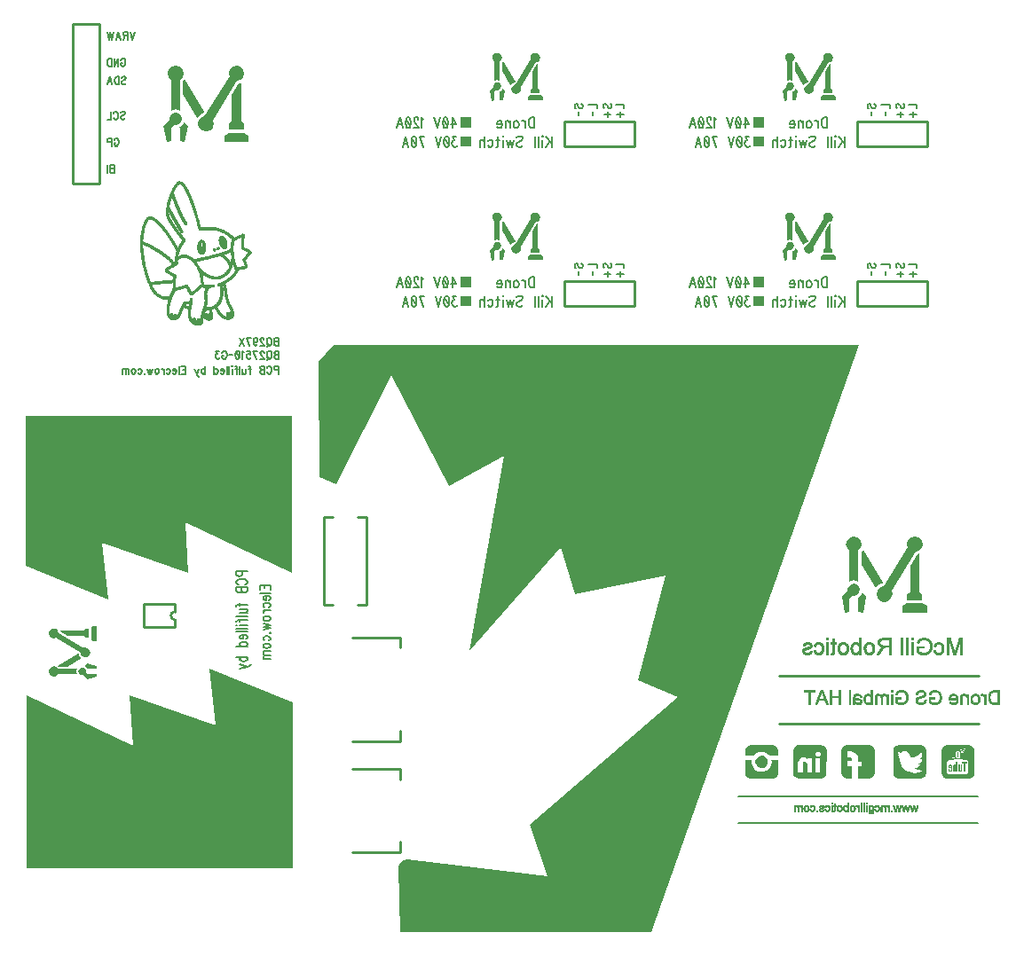
<source format=gbo>
G04 DipTrace 3.0.0.1*
G04 panel.GBO*
%MOIN*%
G04 #@! TF.FileFunction,Legend,Bot*
G04 #@! TF.Part,Single*
%ADD10C,0.009843*%
%ADD12C,0.001*%
%ADD14C,0.008*%
%ADD16C,0.01*%
%ADD172C,0.006*%
%FSLAX26Y26*%
G04*
G70*
G90*
G75*
G01*
G04 BotSilk*
%LPD*%
X1798720Y1499261D2*
D10*
X1617622D1*
X1798720Y1109497D2*
X1617622D1*
X1798720Y1499261D2*
Y1459895D1*
Y1109497D2*
Y1148864D1*
Y692617D2*
X1617622D1*
X1798720Y1003661D2*
X1617622D1*
X1798720Y692617D2*
Y731985D1*
Y1003661D2*
Y964251D1*
X669103Y3804936D2*
X569102D1*
Y3204991D1*
X669103D1*
Y3804936D1*
X952792Y1537146D2*
X834675D1*
Y1623781D2*
X952792D1*
X834675D2*
Y1537146D1*
X952792D2*
Y1564707D1*
Y1596219D2*
Y1623781D1*
Y1564707D2*
G02X952792Y1596219I11J15756D01*
G01*
X1639232Y1620278D2*
X1670732D1*
Y1950982D1*
X1639232D1*
X1544735Y1620278D2*
X1513236D1*
Y1950982D1*
X1544735D1*
G36*
X3776978Y1592631D2*
Y1616631D1*
X3759978Y1626631D1*
X3702978D1*
X3685978Y1616631D1*
Y1592631D1*
D1*
X3776978D1*
G37*
G36*
X3759978Y1638631D2*
Y1660631D1*
X3748978Y1667631D1*
Y1813631D1*
X3740978Y1811631D1*
X3713978Y1768631D1*
Y1667631D1*
X3702978Y1660631D1*
Y1638631D1*
X3759978D1*
G37*
G36*
X3733978Y1820631D2*
X3745978Y1824631D1*
X3756978Y1834631D1*
X3760978Y1849631D1*
X3756978Y1864631D1*
X3745978Y1875631D1*
X3731978Y1879631D1*
X3716978Y1875631D1*
X3705978Y1864631D1*
X3701978Y1849631D1*
X3704978Y1838631D1*
X3613978Y1690631D1*
X3601978Y1686631D1*
X3590978Y1675631D1*
X3586978Y1660631D1*
X3590978Y1646631D1*
X3601978Y1635631D1*
X3616978Y1631631D1*
X3631978Y1635631D1*
X3642978Y1646631D1*
X3646978Y1661631D1*
X3643978Y1673631D1*
X3733978Y1820631D1*
G37*
G36*
X3610978Y1705631D2*
X3607978Y1700631D1*
X3594978Y1696631D1*
X3583978Y1683631D1*
X3530978Y1771631D1*
Y1822631D1*
X3536978Y1827631D1*
D1*
X3610978Y1705631D1*
G37*
G36*
X3519978Y1826631D2*
X3527978Y1834631D1*
X3532978Y1849631D1*
X3528978Y1864631D1*
X3517978Y1875631D1*
X3502978Y1879631D1*
X3487978Y1875631D1*
X3476978Y1864631D1*
X3472978Y1849631D1*
X3476978Y1835631D1*
X3485978Y1826631D1*
Y1709631D1*
X3502978Y1714631D1*
X3519978Y1709631D1*
Y1826631D1*
G37*
G36*
X3533978Y1666631D2*
X3532978Y1661631D1*
X3520978Y1648631D1*
X3516978Y1647631D1*
X3519978Y1644631D1*
Y1595631D1*
X3536978Y1592631D1*
X3548978Y1652631D1*
X3533978Y1666631D1*
G37*
G36*
X3522978Y1690631D2*
X3525978Y1678631D1*
X3522978Y1666631D1*
X3513978Y1657631D1*
X3502978Y1654631D1*
X3496978Y1656631D1*
X3484978Y1643631D1*
X3485978Y1595631D1*
X3467978Y1592631D1*
X3456978Y1652631D1*
X3479978Y1675631D1*
X3478978Y1679631D1*
X3481978Y1689631D1*
X3490978Y1698631D1*
X3502978Y1701631D1*
X3514978Y1698631D1*
X3522978Y1690631D1*
G37*
G36*
X657734Y1542963D2*
X642734D1*
X636734Y1532963D1*
Y1495963D1*
X642734Y1485963D1*
X657734D1*
D1*
Y1542963D1*
G37*
G36*
X629734Y1531963D2*
X615734D1*
X610734Y1524963D1*
X520734D1*
X521734Y1519963D1*
X548734Y1503963D1*
X611734D1*
X615734Y1496963D1*
X629734D1*
Y1495963D1*
Y1531963D1*
G37*
G36*
X514734Y1515963D2*
X512734Y1523963D1*
X506734Y1529963D1*
X496734Y1532963D1*
X487734Y1530963D1*
X480734Y1523963D1*
X478734Y1513963D1*
X480734Y1504963D1*
X488734Y1497963D1*
X497734Y1495963D1*
X504734Y1497963D1*
X596734Y1441963D1*
X598734Y1433963D1*
X605734Y1426963D1*
X614734Y1423963D1*
X624734Y1425963D1*
X631734Y1433963D1*
X633734Y1442963D1*
X631734Y1451963D1*
X624734Y1458963D1*
X614734Y1461963D1*
X605734Y1459963D1*
X514734Y1515963D1*
G37*
G36*
X590734Y1436963D2*
X592734Y1429963D1*
X600734Y1421963D1*
X546734Y1388963D1*
X514734D1*
X510734Y1392963D1*
X586734Y1438963D1*
X590734Y1436963D1*
G37*
G36*
X511734Y1381963D2*
X506734Y1387963D1*
X496734Y1390963D1*
X487734Y1387963D1*
X480734Y1380963D1*
X478734Y1371963D1*
X480734Y1361963D1*
X487734Y1354963D1*
X497734Y1352963D1*
X506734Y1355963D1*
X511734Y1360963D1*
X584734D1*
X581734Y1371963D1*
X584734Y1381963D1*
D1*
X511734D1*
G37*
G36*
X611734Y1391963D2*
X615734Y1390963D1*
X623734Y1382963D1*
Y1379963D1*
X625734Y1381963D1*
X656734D1*
X657734Y1392963D1*
X620734Y1400963D1*
X611734Y1391963D1*
G37*
G36*
X596734Y1383963D2*
X603734Y1385963D1*
X611734Y1383963D1*
X616734Y1378963D1*
X618734Y1371963D1*
X617734Y1367963D1*
X625734Y1360963D1*
X656734D1*
X658734Y1349963D1*
X621734Y1342963D1*
X606734Y1357963D1*
X603734Y1356963D1*
X596734Y1358963D1*
X591734Y1363963D1*
X589734Y1370963D1*
X591734Y1378963D1*
X596734Y1383963D1*
G37*
G36*
X3434140Y2917215D2*
Y2932215D1*
X3424140Y2938215D1*
X3387140D1*
X3377140Y2932215D1*
Y2917215D1*
D1*
X3434140D1*
G37*
G36*
X3423140Y2945215D2*
Y2959215D1*
X3416140Y2964215D1*
Y3054215D1*
X3411140Y3053215D1*
X3395140Y3026215D1*
Y2963215D1*
X3388140Y2959215D1*
Y2945215D1*
X3387140D1*
X3423140D1*
G37*
G36*
X3407140Y3060215D2*
X3415140Y3062215D1*
X3421140Y3068215D1*
X3424140Y3078215D1*
X3422140Y3087215D1*
X3415140Y3094215D1*
X3405140Y3096215D1*
X3396140Y3094215D1*
X3389140Y3086215D1*
X3387140Y3077215D1*
X3389140Y3070215D1*
X3333140Y2978215D1*
X3325140Y2976215D1*
X3318140Y2969215D1*
X3315140Y2960215D1*
X3317140Y2950215D1*
X3325140Y2943215D1*
X3334140Y2941215D1*
X3343140Y2943215D1*
X3350140Y2950215D1*
X3353140Y2960215D1*
X3351140Y2969215D1*
X3407140Y3060215D1*
G37*
G36*
X3328140Y2984215D2*
X3321140Y2982215D1*
X3313140Y2974215D1*
X3280140Y3028215D1*
Y3060215D1*
X3284140Y3064215D1*
X3330140Y2988215D1*
X3328140Y2984215D1*
G37*
G36*
X3273140Y3063215D2*
X3279140Y3068215D1*
X3282140Y3078215D1*
X3279140Y3087215D1*
X3272140Y3094215D1*
X3263140Y3096215D1*
X3253140Y3094215D1*
X3246140Y3087215D1*
X3244140Y3077215D1*
X3247140Y3068215D1*
X3252140Y3063215D1*
Y2990215D1*
X3263140Y2993215D1*
X3273140Y2990215D1*
D1*
Y3063215D1*
G37*
G36*
X3283140Y2963215D2*
X3282140Y2959215D1*
X3274140Y2951215D1*
X3271140D1*
X3273140Y2949215D1*
Y2918215D1*
X3284140Y2917215D1*
X3292140Y2954215D1*
X3283140Y2963215D1*
G37*
G36*
X3275140Y2978215D2*
X3277140Y2971215D1*
X3275140Y2963215D1*
X3270140Y2958215D1*
X3263140Y2956215D1*
X3259140Y2957215D1*
X3252140Y2949215D1*
Y2918215D1*
X3241140Y2916215D1*
X3234140Y2953215D1*
X3249140Y2968215D1*
X3248140Y2971215D1*
X3250140Y2978215D1*
X3255140Y2983215D1*
X3262140Y2985215D1*
X3270140Y2983215D1*
X3275140Y2978215D1*
G37*
G36*
X2334140Y2917215D2*
Y2932215D1*
X2324140Y2938215D1*
X2287140D1*
X2277140Y2932215D1*
Y2917215D1*
D1*
X2334140D1*
G37*
G36*
X2323140Y2945215D2*
Y2959215D1*
X2316140Y2964215D1*
Y3054215D1*
X2311140Y3053215D1*
X2295140Y3026215D1*
Y2963215D1*
X2288140Y2959215D1*
Y2945215D1*
X2287140D1*
X2323140D1*
G37*
G36*
X2307140Y3060215D2*
X2315140Y3062215D1*
X2321140Y3068215D1*
X2324140Y3078215D1*
X2322140Y3087215D1*
X2315140Y3094215D1*
X2305140Y3096215D1*
X2296140Y3094215D1*
X2289140Y3086215D1*
X2287140Y3077215D1*
X2289140Y3070215D1*
X2233140Y2978215D1*
X2225140Y2976215D1*
X2218140Y2969215D1*
X2215140Y2960215D1*
X2217140Y2950215D1*
X2225140Y2943215D1*
X2234140Y2941215D1*
X2243140Y2943215D1*
X2250140Y2950215D1*
X2253140Y2960215D1*
X2251140Y2969215D1*
X2307140Y3060215D1*
G37*
G36*
X2228140Y2984215D2*
X2221140Y2982215D1*
X2213140Y2974215D1*
X2180140Y3028215D1*
Y3060215D1*
X2184140Y3064215D1*
X2230140Y2988215D1*
X2228140Y2984215D1*
G37*
G36*
X2173140Y3063215D2*
X2179140Y3068215D1*
X2182140Y3078215D1*
X2179140Y3087215D1*
X2172140Y3094215D1*
X2163140Y3096215D1*
X2153140Y3094215D1*
X2146140Y3087215D1*
X2144140Y3077215D1*
X2147140Y3068215D1*
X2152140Y3063215D1*
Y2990215D1*
X2163140Y2993215D1*
X2173140Y2990215D1*
D1*
Y3063215D1*
G37*
G36*
X2183140Y2963215D2*
X2182140Y2959215D1*
X2174140Y2951215D1*
X2171140D1*
X2173140Y2949215D1*
Y2918215D1*
X2184140Y2917215D1*
X2192140Y2954215D1*
X2183140Y2963215D1*
G37*
G36*
X2175140Y2978215D2*
X2177140Y2971215D1*
X2175140Y2963215D1*
X2170140Y2958215D1*
X2163140Y2956215D1*
X2159140Y2957215D1*
X2152140Y2949215D1*
Y2918215D1*
X2141140Y2916215D1*
X2134140Y2953215D1*
X2149140Y2968215D1*
X2148140Y2971215D1*
X2150140Y2978215D1*
X2155140Y2983215D1*
X2162140Y2985215D1*
X2170140Y2983215D1*
X2175140Y2978215D1*
G37*
G36*
X3434140Y3517215D2*
Y3532215D1*
X3424140Y3538215D1*
X3387140D1*
X3377140Y3532215D1*
Y3517215D1*
D1*
X3434140D1*
G37*
G36*
X3423140Y3545215D2*
Y3559215D1*
X3416140Y3564215D1*
Y3654215D1*
X3411140Y3653215D1*
X3395140Y3626215D1*
Y3563215D1*
X3388140Y3559215D1*
Y3545215D1*
X3387140D1*
X3423140D1*
G37*
G36*
X3407140Y3660215D2*
X3415140Y3662215D1*
X3421140Y3668215D1*
X3424140Y3678215D1*
X3422140Y3687215D1*
X3415140Y3694215D1*
X3405140Y3696215D1*
X3396140Y3694215D1*
X3389140Y3686215D1*
X3387140Y3677215D1*
X3389140Y3670215D1*
X3333140Y3578215D1*
X3325140Y3576215D1*
X3318140Y3569215D1*
X3315140Y3560215D1*
X3317140Y3550215D1*
X3325140Y3543215D1*
X3334140Y3541215D1*
X3343140Y3543215D1*
X3350140Y3550215D1*
X3353140Y3560215D1*
X3351140Y3569215D1*
X3407140Y3660215D1*
G37*
G36*
X3328140Y3584215D2*
X3321140Y3582215D1*
X3313140Y3574215D1*
X3280140Y3628215D1*
Y3660215D1*
X3284140Y3664215D1*
X3330140Y3588215D1*
X3328140Y3584215D1*
G37*
G36*
X3273140Y3663215D2*
X3279140Y3668215D1*
X3282140Y3678215D1*
X3279140Y3687215D1*
X3272140Y3694215D1*
X3263140Y3696215D1*
X3253140Y3694215D1*
X3246140Y3687215D1*
X3244140Y3677215D1*
X3247140Y3668215D1*
X3252140Y3663215D1*
Y3590215D1*
X3263140Y3593215D1*
X3273140Y3590215D1*
D1*
Y3663215D1*
G37*
G36*
X3283140Y3563215D2*
X3282140Y3559215D1*
X3274140Y3551215D1*
X3271140D1*
X3273140Y3549215D1*
Y3518215D1*
X3284140Y3517215D1*
X3292140Y3554215D1*
X3283140Y3563215D1*
G37*
G36*
X3275140Y3578215D2*
X3277140Y3571215D1*
X3275140Y3563215D1*
X3270140Y3558215D1*
X3263140Y3556215D1*
X3259140Y3557215D1*
X3252140Y3549215D1*
Y3518215D1*
X3241140Y3516215D1*
X3234140Y3553215D1*
X3249140Y3568215D1*
X3248140Y3571215D1*
X3250140Y3578215D1*
X3255140Y3583215D1*
X3262140Y3585215D1*
X3270140Y3583215D1*
X3275140Y3578215D1*
G37*
G36*
X2334140Y3517215D2*
Y3532215D1*
X2324140Y3538215D1*
X2287140D1*
X2277140Y3532215D1*
Y3517215D1*
D1*
X2334140D1*
G37*
G36*
X2323140Y3545215D2*
Y3559215D1*
X2316140Y3564215D1*
Y3654215D1*
X2311140Y3653215D1*
X2295140Y3626215D1*
Y3563215D1*
X2288140Y3559215D1*
Y3545215D1*
X2287140D1*
X2323140D1*
G37*
G36*
X2307140Y3660215D2*
X2315140Y3662215D1*
X2321140Y3668215D1*
X2324140Y3678215D1*
X2322140Y3687215D1*
X2315140Y3694215D1*
X2305140Y3696215D1*
X2296140Y3694215D1*
X2289140Y3686215D1*
X2287140Y3677215D1*
X2289140Y3670215D1*
X2233140Y3578215D1*
X2225140Y3576215D1*
X2218140Y3569215D1*
X2215140Y3560215D1*
X2217140Y3550215D1*
X2225140Y3543215D1*
X2234140Y3541215D1*
X2243140Y3543215D1*
X2250140Y3550215D1*
X2253140Y3560215D1*
X2251140Y3569215D1*
X2307140Y3660215D1*
G37*
G36*
X2228140Y3584215D2*
X2221140Y3582215D1*
X2213140Y3574215D1*
X2180140Y3628215D1*
Y3660215D1*
X2184140Y3664215D1*
X2230140Y3588215D1*
X2228140Y3584215D1*
G37*
G36*
X2173140Y3663215D2*
X2179140Y3668215D1*
X2182140Y3678215D1*
X2179140Y3687215D1*
X2172140Y3694215D1*
X2163140Y3696215D1*
X2153140Y3694215D1*
X2146140Y3687215D1*
X2144140Y3677215D1*
X2147140Y3668215D1*
X2152140Y3663215D1*
Y3590215D1*
X2163140Y3593215D1*
X2173140Y3590215D1*
D1*
Y3663215D1*
G37*
G36*
X2183140Y3563215D2*
X2182140Y3559215D1*
X2174140Y3551215D1*
X2171140D1*
X2173140Y3549215D1*
Y3518215D1*
X2184140Y3517215D1*
X2192140Y3554215D1*
X2183140Y3563215D1*
G37*
G36*
X2175140Y3578215D2*
X2177140Y3571215D1*
X2175140Y3563215D1*
X2170140Y3558215D1*
X2163140Y3556215D1*
X2159140Y3557215D1*
X2152140Y3549215D1*
Y3518215D1*
X2141140Y3516215D1*
X2134140Y3553215D1*
X2149140Y3568215D1*
X2148140Y3571215D1*
X2150140Y3578215D1*
X2155140Y3583215D1*
X2162140Y3585215D1*
X2170140Y3583215D1*
X2175140Y3578215D1*
G37*
G36*
X1229112Y3361963D2*
Y3385963D1*
X1212112Y3395963D1*
X1155112D1*
X1138112Y3385963D1*
Y3361963D1*
D1*
X1229112D1*
G37*
G36*
X1212112Y3407963D2*
Y3429963D1*
X1201112Y3436963D1*
Y3582963D1*
X1193112Y3580963D1*
X1166112Y3537963D1*
Y3436963D1*
X1155112Y3429963D1*
Y3407963D1*
X1212112D1*
G37*
G36*
X1186112Y3589963D2*
X1198112Y3593963D1*
X1209112Y3603963D1*
X1213112Y3618963D1*
X1209112Y3633963D1*
X1198112Y3644963D1*
X1184112Y3648963D1*
X1169112Y3644963D1*
X1158112Y3633963D1*
X1154112Y3618963D1*
X1157112Y3607963D1*
X1066112Y3459963D1*
X1054112Y3455963D1*
X1043112Y3444963D1*
X1039112Y3429963D1*
X1043112Y3415963D1*
X1054112Y3404963D1*
X1069112Y3400963D1*
X1084112Y3404963D1*
X1095112Y3415963D1*
X1099112Y3430963D1*
X1096112Y3442963D1*
X1186112Y3589963D1*
G37*
G36*
X1063112Y3474963D2*
X1060112Y3469963D1*
X1047112Y3465963D1*
X1036112Y3452963D1*
X983112Y3540963D1*
Y3591963D1*
X989112Y3596963D1*
D1*
X1063112Y3474963D1*
G37*
G36*
X972112Y3595963D2*
X980112Y3603963D1*
X985112Y3618963D1*
X981112Y3633963D1*
X970112Y3644963D1*
X955112Y3648963D1*
X940112Y3644963D1*
X929112Y3633963D1*
X925112Y3618963D1*
X929112Y3604963D1*
X938112Y3595963D1*
Y3478963D1*
X955112Y3483963D1*
X972112Y3478963D1*
Y3595963D1*
G37*
G36*
X986112Y3435963D2*
X985112Y3430963D1*
X973112Y3417963D1*
X969112Y3416963D1*
X972112Y3413963D1*
Y3364963D1*
X989112Y3361963D1*
X1001112Y3421963D1*
X986112Y3435963D1*
G37*
G36*
X975112Y3459963D2*
X978112Y3447963D1*
X975112Y3435963D1*
X966112Y3426963D1*
X955112Y3423963D1*
X949112Y3425963D1*
X937112Y3412963D1*
X938112Y3364963D1*
X920112Y3361963D1*
X909112Y3421963D1*
X932112Y3444963D1*
X931112Y3448963D1*
X934112Y3458963D1*
X943112Y3467963D1*
X955112Y3470963D1*
X967112Y3467963D1*
X975112Y3459963D1*
G37*
G36*
X1491978Y2535630D2*
X1493728Y2102630D1*
X1558228Y2075630D1*
X1763728Y2485130D1*
X1980728Y2067130D1*
X2187228Y2182130D1*
X2058228Y1446630D1*
X2402228Y1839630D1*
X2454728Y1661630D1*
X2795728Y1730630D1*
X2692228Y1337630D1*
X2843228Y1273130D1*
X2285228Y796130D1*
X2353228Y601130D1*
X1825728Y664630D1*
X1812228Y662130D1*
X1798728Y650630D1*
X1791228Y639630D1*
X1798228Y391881D1*
X2741979D1*
X3523228Y2598130D1*
X1548228D1*
X1491978Y2535630D1*
G37*
X3223230Y1354379D2*
D16*
X3973228D1*
X3223230Y1173129D2*
X3973228D1*
G36*
X3093585Y1053034D2*
Y1074951D1*
X3095816Y1082694D1*
X3100672Y1088600D1*
X3106577Y1092537D1*
X3113402Y1094241D1*
X3198835Y1094110D1*
X3206971Y1092011D1*
X3212220Y1087942D1*
X3216420Y1082694D1*
X3217996Y1078626D1*
X3218520Y1073902D1*
Y1053167D1*
X3187024Y1053034D1*
X3181776Y1059072D1*
X3177312Y1062747D1*
X3172588Y1065503D1*
X3168652Y1067076D1*
X3162745Y1068651D1*
X3157234Y1069308D1*
X3151329Y1068915D1*
X3144635Y1067340D1*
X3138861Y1065109D1*
X3132694Y1061041D1*
X3128625Y1057104D1*
X3125214Y1053167D1*
X3093585Y1053034D1*
G37*
G36*
X3093717Y1038467D2*
X3119045D1*
X3118521Y1033613D1*
X3118782Y1026394D1*
X3120882Y1017602D1*
X3123375Y1012615D1*
X3127837Y1006316D1*
X3135318Y999623D1*
X3144635Y995161D1*
X3152379Y993587D1*
X3159990D1*
X3166159Y994636D1*
X3171276Y996474D1*
X3175869Y999097D1*
X3180199Y1001854D1*
X3185188Y1006841D1*
X3188992Y1012220D1*
X3191487Y1017996D1*
X3193323Y1024033D1*
X3193980Y1029281D1*
X3194112Y1033482D1*
X3193323Y1038336D1*
X3218652Y1038467D1*
Y988336D1*
X3217996Y983482D1*
X3215895Y979020D1*
X3213008Y975083D1*
X3207759Y971013D1*
X3200147Y968651D1*
X3113795D1*
X3106185Y970358D1*
X3100409Y973639D1*
X3096079Y979151D1*
X3093717Y986892D1*
Y1038467D1*
G37*
G36*
X3152903Y1054346D2*
X3158546Y1054479D1*
X3163008Y1053560D1*
X3167470Y1051723D1*
X3171407Y1049098D1*
X3175345Y1044636D1*
X3177837Y1039781D1*
X3179412Y1034531D1*
Y1028757D1*
X3178495Y1024689D1*
X3176394Y1019832D1*
X3173638Y1015634D1*
X3169570Y1011959D1*
X3165108Y1009597D1*
X3160252Y1008416D1*
X3154871Y1007760D1*
X3150017Y1008678D1*
X3145160Y1010778D1*
X3141092Y1013403D1*
X3136761Y1018127D1*
X3134268Y1023377D1*
X3132955Y1029281D1*
X3133218Y1035843D1*
X3135449Y1041748D1*
X3138206Y1045949D1*
X3141618Y1049360D1*
X3146997Y1052773D1*
X3152903Y1054346D1*
G37*
G36*
X3275081Y988469D2*
X3276656Y980594D1*
X3281251Y974033D1*
X3286894Y970358D1*
X3295819Y968651D1*
X3379543D1*
X3388600Y970621D1*
X3394636Y975083D1*
X3398311Y981513D1*
X3399886Y987417D1*
X3400016Y1073902D1*
X3398572Y1080593D1*
X3394768Y1087155D1*
X3388206Y1092011D1*
X3379938Y1093717D1*
X3292273Y1093849D1*
X3285711Y1091356D1*
X3280593Y1087419D1*
X3276789Y1081907D1*
X3274950Y1075083D1*
X3300672Y1043980D1*
X3307890Y1047130D1*
X3316946Y1047391D1*
X3323377Y1044768D1*
X3328495Y1038600D1*
Y1046343D1*
X3346472D1*
X3358283Y1046211D1*
X3361039Y1055134D1*
X3359727Y1057497D1*
X3359202Y1061566D1*
X3359858Y1064714D1*
X3361436Y1067209D1*
X3363797Y1069177D1*
X3368126Y1070096D1*
X3372325Y1069177D1*
X3375345Y1066684D1*
X3376920Y1063009D1*
X3377050Y1058808D1*
X3375869Y1055921D1*
X3372982Y1052904D1*
X3368390Y1051723D1*
X3364189Y1052511D1*
X3361039Y1055134D1*
X3358283Y1046211D1*
X3376131D1*
Y992406D1*
X3358283Y992274D1*
Y1046211D1*
X3346472Y1046343D1*
Y992406D1*
X3328364Y992274D1*
Y1025213D1*
X3326526Y1028887D1*
X3322850Y1031644D1*
X3319965Y1032562D1*
X3316157Y1032168D1*
X3313008Y1030332D1*
X3311433Y1027314D1*
X3310516Y1021144D1*
Y992406D1*
X3292799D1*
X3292930Y1025870D1*
X3294241Y1034400D1*
X3296736Y1038862D1*
X3300672Y1043980D1*
X3274950Y1075083D1*
X3275081Y988469D1*
G37*
G36*
X3456184Y1075345D2*
X3456052Y988075D1*
X3458152Y980070D1*
X3462089Y974558D1*
X3467602Y970883D1*
X3474688Y968783D1*
X3495686D1*
Y1013797D1*
X3479282D1*
Y1033219D1*
X3495555D1*
Y1044110D1*
X3495030Y1046079D1*
X3492668Y1047655D1*
X3489387Y1047524D1*
X3478887D1*
Y1069702D1*
X3492668D1*
X3500411Y1068521D1*
X3506052Y1065764D1*
X3511434Y1061433D1*
X3514583Y1056972D1*
X3517077Y1051459D1*
X3518126Y1046079D1*
X3518257Y1040829D1*
X3518126Y1032955D1*
X3532824D1*
Y1013534D1*
X3518126Y1013403D1*
X3518257Y968783D1*
X3560383Y968651D1*
X3569702Y970752D1*
X3575475Y975213D1*
X3579413Y980856D1*
X3581119Y988469D1*
X3581251Y1073902D1*
X3579413Y1081774D1*
X3575081Y1087942D1*
X3568520Y1092274D1*
X3560252Y1093717D1*
X3476133D1*
X3468783Y1092274D1*
X3462089Y1087549D1*
X3458021Y1081513D1*
X3456184Y1075345D1*
G37*
X3068699Y899950D2*
D14*
X3968701D1*
X3068699Y799951D2*
X3968701D1*
G36*
X3650017Y1073770D2*
X3651329Y1080593D1*
X3655659Y1087680D1*
X3662747Y1092404D1*
X3671014Y1093717D1*
X3755529Y1093849D1*
X3762745Y1092011D1*
X3768783Y1087812D1*
X3773114Y1081774D1*
X3774951Y1074295D1*
Y987550D1*
X3772459Y979412D1*
X3768520Y974294D1*
X3762352Y970488D1*
X3755266Y968915D1*
X3667339Y968651D1*
X3660252Y971539D1*
X3655396Y974951D1*
X3651461Y981251D1*
X3650017Y988862D1*
X3689911Y1006841D1*
X3682957Y1015370D1*
X3676787Y1026526D1*
X3674034Y1037025D1*
X3672589Y1052247D1*
X3666945Y1056841D1*
X3662614Y1062222D1*
X3673900Y1059335D1*
X3668782Y1064189D1*
X3664976Y1071014D1*
X3669833Y1068651D1*
X3674034Y1066946D1*
X3678100Y1066157D1*
X3682039Y1069438D1*
X3688601Y1072196D1*
X3697000Y1072458D1*
X3704346Y1069438D1*
X3708286Y1066157D1*
X3710647Y1062877D1*
X3712745Y1058415D1*
X3713667Y1054610D1*
X3713797Y1050804D1*
X3713273Y1046867D1*
X3720621Y1047917D1*
X3727706Y1049360D1*
X3735056Y1052117D1*
X3741223Y1055791D1*
X3745948Y1059202D1*
X3750278Y1063140D1*
X3755529Y1068915D1*
X3758022Y1062353D1*
X3758416Y1057627D1*
X3757104Y1051198D1*
X3754346Y1046211D1*
X3749098Y1040699D1*
X3752509Y1041223D1*
X3756318Y1042404D1*
X3758677Y1043587D1*
X3758154Y1038993D1*
X3756972Y1035186D1*
X3755924Y1032825D1*
X3753692Y1029675D1*
X3751986Y1027839D1*
X3749228Y1025606D1*
X3746081Y1023902D1*
X3742273Y1022852D1*
X3744899Y1022063D1*
X3748705D1*
X3751329Y1022458D1*
X3749493Y1018127D1*
X3746997Y1014715D1*
X3743324Y1011302D1*
X3740175Y1009466D1*
X3737025Y1008416D1*
X3732169Y1007891D1*
X3736499Y1004740D1*
X3741618Y1001986D1*
X3746997Y1000148D1*
X3755135Y998836D1*
X3762879Y999230D1*
X3753692Y994505D1*
X3744110Y990962D1*
X3732169Y989387D1*
X3721802Y990173D1*
X3708152Y994243D1*
X3698836Y998836D1*
X3689911Y1006841D1*
X3650017Y988862D1*
Y1073770D1*
G37*
G36*
X3867339Y1093717D2*
X3867865Y1072196D1*
X3872983D1*
Y1051329D1*
X3874427Y1049623D1*
X3875871Y1048966D1*
X3876919Y1049360D1*
X3877181Y1050672D1*
Y1056841D1*
Y1072325D1*
X3882168D1*
Y1049360D1*
X3881906Y1046605D1*
X3881119Y1045029D1*
X3879018Y1044243D1*
X3876526Y1044636D1*
X3874558Y1045818D1*
X3873114Y1047524D1*
Y1044768D1*
X3867865D1*
Y1072196D1*
X3867339Y1093717D1*
X3852117D1*
X3844243Y1092404D1*
X3838205Y1088730D1*
X3833350Y1082694D1*
X3831119Y1075476D1*
Y1011566D1*
X3851854Y1012878D1*
X3852117Y1023770D1*
X3853035Y1031251D1*
X3855398Y1035186D1*
X3858808Y1038206D1*
X3866029Y1039387D1*
X3890042Y1040043D1*
X3908941Y1039781D1*
X3916816Y1039517D1*
X3923902Y1038730D1*
X3927182Y1037419D1*
X3930068Y1034925D1*
X3931646Y1031251D1*
X3932693Y1026264D1*
X3932955Y1021277D1*
X3933087Y1002511D1*
X3932432Y995030D1*
X3931251Y990306D1*
X3928365Y986500D1*
X3924033Y984269D1*
X3913797Y983612D1*
X3897786Y983219D1*
X3880856D1*
X3863795Y984007D1*
X3858154Y985319D1*
X3854741Y988336D1*
X3853167Y992012D1*
X3851984Y1000411D1*
X3851854Y1012878D1*
X3831119Y1011566D1*
X3831249Y988206D1*
X3833482Y980070D1*
X3838076Y974033D1*
X3843063Y970621D1*
X3851066Y968783D1*
X3936367Y968521D1*
X3944110Y970621D1*
X3949753Y974164D1*
X3954084Y980463D1*
X3956315Y988993D1*
Y1074819D1*
X3954084Y1082301D1*
X3949753Y1087942D1*
X3943455Y1092274D1*
X3936106Y1093717D1*
X3919177D1*
X3920097Y1081644D1*
X3913140Y1061041D1*
Y1044768D1*
X3907629D1*
Y1060778D1*
X3900804Y1081644D1*
X3906315D1*
X3910516Y1067209D1*
X3914320Y1081644D1*
X3920097D1*
X3919177Y1093717D1*
X3893717D1*
X3893979Y1072589D1*
X3896997Y1071932D1*
X3898703Y1070621D1*
X3900017Y1069045D1*
X3900804Y1066157D1*
Y1051198D1*
X3900147Y1048310D1*
X3898703Y1046079D1*
X3895818Y1044636D1*
X3892142D1*
X3888995Y1045818D1*
X3887417Y1047391D1*
X3886500Y1050411D1*
Y1066815D1*
X3887417Y1069045D1*
X3888861Y1070883D1*
X3891093Y1072325D1*
X3893979Y1072589D1*
X3893717Y1093717D1*
X3867339D1*
G37*
G36*
X3892930Y1067995D2*
X3891748Y1067076D1*
X3891354Y1064846D1*
Y1052117D1*
X3891617Y1050280D1*
X3892799Y1049098D1*
X3894505D1*
X3895556Y1050280D1*
X3895818Y1052117D1*
Y1064976D1*
X3895423Y1067076D1*
X3894112Y1067995D1*
X3892930D1*
G37*
G36*
X3909990Y1030463D2*
Y1025213D1*
X3915902D1*
X3915896Y993979D1*
X3921408D1*
Y1025344D1*
X3927184D1*
Y1030463D1*
X3909990D1*
G37*
G36*
X3904348Y1021014D2*
X3909203D1*
Y997915D1*
X3908415Y994636D1*
X3906315Y993718D1*
X3903693Y994112D1*
X3901723Y995424D1*
X3900017Y997260D1*
Y994112D1*
X3895029Y994243D1*
Y1021278D1*
X3900017D1*
Y1002248D1*
X3900412Y999755D1*
X3901591Y998573D1*
X3903298Y997917D1*
X3904348Y998705D1*
Y1021014D1*
G37*
G36*
X3890831Y1030332D2*
X3890698Y993979D1*
X3885975Y994112D1*
Y996605D1*
X3884400Y995030D1*
X3882299Y993849D1*
X3880727Y993587D1*
X3878625Y994112D1*
X3877181Y995949D1*
X3876526Y998967D1*
X3884269Y998178D1*
X3885186Y998573D1*
X3885975Y999097D1*
Y1015501D1*
X3885319Y1016684D1*
X3883613Y1016945D1*
X3882038Y1016551D1*
X3881512Y1015109D1*
Y999623D1*
X3882038Y998705D1*
X3882825Y998311D1*
X3884136Y998178D1*
X3876526Y998967D1*
Y1017077D1*
X3877446Y1019177D1*
X3878493Y1020752D1*
X3880068Y1021277D1*
X3882168D1*
X3883874Y1020358D1*
X3885844Y1018651D1*
X3885975Y1030201D1*
X3890831Y1030332D1*
G37*
G36*
X3857890Y1006577D2*
X3867735D1*
Y1000277D1*
X3866684Y998178D1*
X3864323D1*
X3863009Y999230D1*
X3862878Y1003297D1*
X3857890D1*
X3858022Y1000411D1*
X3858416Y997786D1*
X3859991Y995555D1*
X3861827Y994112D1*
X3863009Y993849D1*
X3864451D1*
X3866815D1*
X3868521Y994505D1*
X3870226Y995424D1*
X3871539Y997130D1*
X3872063Y999230D1*
X3872325Y1000804D1*
X3872591Y1002904D1*
Y1004873D1*
Y1007497D1*
Y1010253D1*
Y1012220D1*
X3872457Y1014190D1*
X3872063Y1016815D1*
X3871146Y1018915D1*
X3869571Y1020358D1*
X3867076Y1021277D1*
X3864451Y1021408D1*
X3861827Y1020621D1*
X3860647Y1019965D1*
X3859202Y1018521D1*
X3858546Y1017077D1*
X3858022Y1014846D1*
X3862748Y1014715D1*
X3863403Y1016421D1*
X3865240Y1017077D1*
X3866945Y1016551D1*
X3867732Y1014453D1*
Y1010647D1*
X3862748D1*
Y1014715D1*
X3858022Y1014846D1*
X3857890Y1006577D1*
G37*
G36*
X393734Y630463D2*
Y1280463D1*
X793734Y1092963D1*
X781234Y1280463D1*
X1106234Y1167963D1*
X1081234Y1380463D1*
X1393734Y1255463D1*
Y630463D1*
X393734D1*
G37*
G36*
X1390609Y2330463D2*
Y1742963D1*
X990609Y1930463D1*
X1003109Y1742963D1*
X678109Y1855465D1*
X703109Y1642963D1*
X390609Y1767963D1*
Y2330463D1*
X1390609D1*
G37*
X3515390Y2837465D2*
D16*
X3777891D1*
Y2743714D1*
X3515390D1*
Y2837465D1*
G36*
X3126390Y2853714D2*
X3163890D1*
Y2816215D1*
X3126390D1*
Y2853714D1*
G37*
G36*
Y2780965D2*
X3163890D1*
Y2743465D1*
X3126390D1*
Y2780965D1*
G37*
X2415390Y2837465D2*
D16*
X2677891D1*
Y2743714D1*
X2415390D1*
Y2837465D1*
G36*
X2026390Y2853714D2*
X2063890D1*
Y2816215D1*
X2026390D1*
Y2853714D1*
G37*
G36*
Y2780965D2*
X2063890D1*
Y2743465D1*
X2026390D1*
Y2780965D1*
G37*
X3515390Y3437465D2*
D16*
X3777891D1*
Y3343714D1*
X3515390D1*
Y3437465D1*
G36*
X3126390Y3453714D2*
X3163890D1*
Y3416215D1*
X3126390D1*
Y3453714D1*
G37*
G36*
Y3380965D2*
X3163890D1*
Y3343465D1*
X3126390D1*
Y3380965D1*
G37*
X2415390Y3437465D2*
D16*
X2677891D1*
Y3343714D1*
X2415390D1*
Y3437465D1*
G36*
X2026390Y3453714D2*
X2063890D1*
Y3416215D1*
X2026390D1*
Y3453714D1*
G37*
G36*
Y3380965D2*
X2063890D1*
Y3343465D1*
X2026390D1*
Y3380965D1*
G37*
X3760605Y1498190D2*
D12*
X3769605D1*
X3399605Y1497190D2*
X3406605D1*
X3521605D2*
X3528605D1*
X3607605D2*
X3640605D1*
X3678605D2*
X3685605D1*
X3698605D2*
X3705605D1*
X3718605D2*
X3725605D1*
X3756882D2*
X3773332D1*
X3851605D2*
X3863605D1*
X3897605D2*
X3909605D1*
X3399605Y1496190D2*
X3406605D1*
X3521605D2*
X3528605D1*
X3604037D2*
X3640605D1*
X3678605D2*
X3685605D1*
X3698605D2*
X3705605D1*
X3718605D2*
X3725605D1*
X3753762D2*
X3776487D1*
X3851605D2*
X3863760D1*
X3897450D2*
X3909605D1*
X3399605Y1495190D2*
X3406605D1*
X3422605D2*
X3423605D1*
X3521605D2*
X3528605D1*
X3601168D2*
X3640605D1*
X3678605D2*
X3685605D1*
X3698605D2*
X3705605D1*
X3718605D2*
X3725605D1*
X3751303D2*
X3779074D1*
X3851605D2*
X3864007D1*
X3897199D2*
X3909605D1*
X3399605Y1494190D2*
X3406605D1*
X3422605D2*
X3425405D1*
X3521605D2*
X3528605D1*
X3599003D2*
X3640605D1*
X3678605D2*
X3685605D1*
X3698605D2*
X3705605D1*
X3718605D2*
X3725605D1*
X3749418D2*
X3781198D1*
X3851605D2*
X3864270D1*
X3896905D2*
X3909605D1*
X3399605Y1493190D2*
X3406605D1*
X3422605D2*
X3426950D1*
X3521605D2*
X3528605D1*
X3597421D2*
X3640605D1*
X3678605D2*
X3685605D1*
X3698605D2*
X3705605D1*
X3718605D2*
X3725605D1*
X3747958D2*
X3782915D1*
X3851605D2*
X3864481D1*
X3896602D2*
X3909605D1*
X3399605Y1492190D2*
X3406605D1*
X3422605D2*
X3428119D1*
X3521605D2*
X3528605D1*
X3596297D2*
X3640605D1*
X3678605D2*
X3685605D1*
X3698605D2*
X3705605D1*
X3718605D2*
X3725605D1*
X3746747D2*
X3784300D1*
X3851605D2*
X3864701D1*
X3896266D2*
X3909605D1*
X3399605Y1491190D2*
X3406605D1*
X3422605D2*
X3429006D1*
X3521605D2*
X3528605D1*
X3595420D2*
X3640605D1*
X3678605D2*
X3685605D1*
X3698605D2*
X3705605D1*
X3718605D2*
X3725605D1*
X3745662D2*
X3758805D1*
X3771525D2*
X3785481D1*
X3851605D2*
X3864987D1*
X3895932D2*
X3909605D1*
X3399605Y1490190D2*
X3406605D1*
X3422605D2*
X3429316D1*
X3521605D2*
X3528605D1*
X3594655D2*
X3606998D1*
X3633605D2*
X3640605D1*
X3678605D2*
X3685605D1*
X3698605D2*
X3705605D1*
X3718605D2*
X3725605D1*
X3744663D2*
X3756260D1*
X3774226D2*
X3786554D1*
X3851605D2*
X3865296D1*
X3895612D2*
X3909605D1*
X3422605Y1489190D2*
X3429482D1*
X3521605D2*
X3528605D1*
X3593999D2*
X3604828D1*
X3633605D2*
X3640605D1*
X3678605D2*
X3685605D1*
X3698605D2*
X3705605D1*
X3743782D2*
X3754091D1*
X3776541D2*
X3787549D1*
X3851605D2*
X3865605D1*
X3895273D2*
X3909605D1*
X3422605Y1488190D2*
X3429557D1*
X3521605D2*
X3528605D1*
X3593454D2*
X3603162D1*
X3633605D2*
X3640605D1*
X3678605D2*
X3685605D1*
X3698605D2*
X3705605D1*
X3743052D2*
X3752339D1*
X3778455D2*
X3788429D1*
X3851605D2*
X3858605D1*
X3860643D2*
X3865943D1*
X3894968D2*
X3900567D1*
X3902605D2*
X3909605D1*
X3422605Y1487190D2*
X3429587D1*
X3521605D2*
X3528605D1*
X3593045D2*
X3601873D1*
X3633605D2*
X3640605D1*
X3678605D2*
X3685605D1*
X3698605D2*
X3705605D1*
X3742439D2*
X3750966D1*
X3780034D2*
X3789158D1*
X3851605D2*
X3858605D1*
X3860771D2*
X3866278D1*
X3894740D2*
X3900439D1*
X3902605D2*
X3909605D1*
X3422605Y1486190D2*
X3429599D1*
X3521605D2*
X3528605D1*
X3592770D2*
X3600864D1*
X3633605D2*
X3640605D1*
X3678605D2*
X3685605D1*
X3698605D2*
X3705605D1*
X3741891D2*
X3749906D1*
X3781314D2*
X3789772D1*
X3851605D2*
X3858605D1*
X3861015D2*
X3866598D1*
X3894513D2*
X3900199D1*
X3902605D2*
X3909605D1*
X3422605Y1485190D2*
X3429603D1*
X3521605D2*
X3528605D1*
X3592524D2*
X3600086D1*
X3633605D2*
X3640605D1*
X3678605D2*
X3685605D1*
X3698605D2*
X3705605D1*
X3741403D2*
X3749100D1*
X3782336D2*
X3790323D1*
X3851605D2*
X3858605D1*
X3861306D2*
X3866941D1*
X3894224D2*
X3899939D1*
X3902605D2*
X3909605D1*
X3422605Y1484190D2*
X3429604D1*
X3521605D2*
X3528605D1*
X3592232D2*
X3599488D1*
X3633605D2*
X3640605D1*
X3678605D2*
X3685605D1*
X3698605D2*
X3705605D1*
X3740990D2*
X3748456D1*
X3783156D2*
X3790843D1*
X3851605D2*
X3858605D1*
X3861608D2*
X3867277D1*
X3893914D2*
X3899729D1*
X3902605D2*
X3909605D1*
X3422605Y1483190D2*
X3429605D1*
X3521605D2*
X3528605D1*
X3591955D2*
X3599061D1*
X3633605D2*
X3640605D1*
X3678605D2*
X3685605D1*
X3698605D2*
X3705605D1*
X3740635D2*
X3747897D1*
X3783889D2*
X3791351D1*
X3851605D2*
X3858605D1*
X3861941D2*
X3867597D1*
X3893606D2*
X3899509D1*
X3902605D2*
X3909605D1*
X3422605Y1482190D2*
X3429605D1*
X3521605D2*
X3528605D1*
X3591773D2*
X3598814D1*
X3633605D2*
X3640605D1*
X3678605D2*
X3685605D1*
X3698605D2*
X3705605D1*
X3740272D2*
X3747408D1*
X3784593D2*
X3791853D1*
X3851605D2*
X3858605D1*
X3862243D2*
X3867941D1*
X3893267D2*
X3899223D1*
X3902605D2*
X3909605D1*
X3323605Y1481190D2*
X3331605D1*
X3365605D2*
X3371605D1*
X3422605D2*
X3429605D1*
X3457605D2*
X3464605D1*
X3505605D2*
X3511605D1*
X3521605D2*
X3528605D1*
X3555605D2*
X3562605D1*
X3591677D2*
X3598692D1*
X3633605D2*
X3640605D1*
X3678605D2*
X3685605D1*
X3698605D2*
X3705605D1*
X3739922D2*
X3747027D1*
X3785225D2*
X3792351D1*
X3816605D2*
X3822605D1*
X3851605D2*
X3858605D1*
X3862470D2*
X3868277D1*
X3892932D2*
X3898914D1*
X3902605D2*
X3909605D1*
X3320724Y1480190D2*
X3334486D1*
X3362844D2*
X3374524D1*
X3399605D2*
X3406605D1*
X3414605D2*
X3435605D1*
X3455185D2*
X3467486D1*
X3502840D2*
X3513683D1*
X3521605D2*
X3528605D1*
X3553185D2*
X3565486D1*
X3591637D2*
X3598643D1*
X3633605D2*
X3640605D1*
X3678605D2*
X3685605D1*
X3698605D2*
X3705605D1*
X3718605D2*
X3725605D1*
X3739605D2*
X3746782D1*
X3785765D2*
X3792815D1*
X3813844D2*
X3825524D1*
X3851605D2*
X3858605D1*
X3862697D2*
X3868597D1*
X3892612D2*
X3898605D1*
X3902605D2*
X3909605D1*
X3318317Y1479190D2*
X3336893D1*
X3360592D2*
X3377060D1*
X3399605D2*
X3406605D1*
X3414605D2*
X3435605D1*
X3453065D2*
X3469893D1*
X3500553D2*
X3515509D1*
X3521601D2*
X3528605D1*
X3551065D2*
X3567893D1*
X3591655D2*
X3598657D1*
X3633605D2*
X3640605D1*
X3678605D2*
X3685605D1*
X3698605D2*
X3705605D1*
X3718605D2*
X3725605D1*
X3742605D2*
X3746605D1*
X3786202D2*
X3793189D1*
X3811592D2*
X3828060D1*
X3851605D2*
X3858605D1*
X3862986D2*
X3868941D1*
X3892269D2*
X3898267D1*
X3902605D2*
X3909605D1*
X3316436Y1478190D2*
X3338774D1*
X3358854D2*
X3379180D1*
X3399605D2*
X3406605D1*
X3414605D2*
X3435605D1*
X3451326D2*
X3471778D1*
X3498691D2*
X3517097D1*
X3521563D2*
X3528605D1*
X3549326D2*
X3569778D1*
X3591775D2*
X3598780D1*
X3633605D2*
X3640605D1*
X3678605D2*
X3685605D1*
X3698605D2*
X3705605D1*
X3718605D2*
X3725605D1*
X3786568D2*
X3793449D1*
X3809854D2*
X3830180D1*
X3851605D2*
X3858605D1*
X3863296D2*
X3869277D1*
X3891933D2*
X3897932D1*
X3902605D2*
X3909605D1*
X3315005Y1477190D2*
X3340205D1*
X3357546D2*
X3380868D1*
X3399605D2*
X3406605D1*
X3414605D2*
X3435605D1*
X3449924D2*
X3473244D1*
X3497179D2*
X3518556D1*
X3521408D2*
X3528605D1*
X3547924D2*
X3571244D1*
X3592016D2*
X3599055D1*
X3633605D2*
X3640605D1*
X3678605D2*
X3685605D1*
X3698605D2*
X3705605D1*
X3718605D2*
X3725605D1*
X3786926D2*
X3793689D1*
X3808546D2*
X3831868D1*
X3851605D2*
X3858605D1*
X3863604D2*
X3869597D1*
X3891613D2*
X3897612D1*
X3902605D2*
X3909605D1*
X3313921Y1476190D2*
X3341289D1*
X3356509D2*
X3382130D1*
X3399605D2*
X3406605D1*
X3414605D2*
X3435605D1*
X3448735D2*
X3474460D1*
X3496009D2*
X3520050D1*
X3521067D2*
X3528605D1*
X3546735D2*
X3572460D1*
X3592307D2*
X3599477D1*
X3633605D2*
X3640605D1*
X3678605D2*
X3685605D1*
X3698605D2*
X3705605D1*
X3718605D2*
X3725605D1*
X3787238D2*
X3793979D1*
X3807509D2*
X3833130D1*
X3851605D2*
X3858605D1*
X3863943D2*
X3869937D1*
X3891269D2*
X3897269D1*
X3902605D2*
X3909605D1*
X3313109Y1475190D2*
X3342105D1*
X3355578D2*
X3383070D1*
X3399605D2*
X3406605D1*
X3414605D2*
X3435605D1*
X3447659D2*
X3475546D1*
X3495112D2*
X3528605D1*
X3545659D2*
X3573546D1*
X3592612D2*
X3600061D1*
X3633605D2*
X3640605D1*
X3678605D2*
X3685605D1*
X3698605D2*
X3705605D1*
X3718605D2*
X3725605D1*
X3787469D2*
X3794255D1*
X3806578D2*
X3834070D1*
X3851605D2*
X3858605D1*
X3864278D2*
X3870242D1*
X3890933D2*
X3896933D1*
X3902605D2*
X3909605D1*
X3312493Y1474190D2*
X3322805D1*
X3333405D2*
X3342752D1*
X3354742D2*
X3364805D1*
X3373408D2*
X3383856D1*
X3399605D2*
X3406605D1*
X3414605D2*
X3435605D1*
X3446662D2*
X3457647D1*
X3465563D2*
X3476546D1*
X3494344D2*
X3504802D1*
X3512563D2*
X3528605D1*
X3544662D2*
X3555647D1*
X3563563D2*
X3574546D1*
X3592984D2*
X3600859D1*
X3633605D2*
X3640605D1*
X3678605D2*
X3685605D1*
X3698605D2*
X3705605D1*
X3718605D2*
X3725605D1*
X3787697D2*
X3794441D1*
X3805742D2*
X3815805D1*
X3824408D2*
X3834856D1*
X3851605D2*
X3858605D1*
X3864598D2*
X3870470D1*
X3890613D2*
X3896613D1*
X3902605D2*
X3909605D1*
X3312025Y1473190D2*
X3321256D1*
X3334950D2*
X3343312D1*
X3354040D2*
X3363256D1*
X3374993D2*
X3384580D1*
X3399605D2*
X3406605D1*
X3422605D2*
X3429605D1*
X3445782D2*
X3455818D1*
X3467392D2*
X3477428D1*
X3493626D2*
X3503217D1*
X3514392D2*
X3528605D1*
X3543782D2*
X3553818D1*
X3565392D2*
X3575428D1*
X3593449D2*
X3601944D1*
X3633605D2*
X3640605D1*
X3678605D2*
X3685605D1*
X3698605D2*
X3705605D1*
X3718605D2*
X3725605D1*
X3787981D2*
X3794572D1*
X3805040D2*
X3814256D1*
X3825993D2*
X3835580D1*
X3851605D2*
X3858605D1*
X3864941D2*
X3870697D1*
X3890273D2*
X3896269D1*
X3902605D2*
X3909605D1*
X3311647Y1472190D2*
X3320052D1*
X3336119D2*
X3343801D1*
X3353471D2*
X3362052D1*
X3376324D2*
X3385220D1*
X3399605D2*
X3406605D1*
X3422605D2*
X3429605D1*
X3445056D2*
X3454259D1*
X3468951D2*
X3478154D1*
X3492988D2*
X3501886D1*
X3515951D2*
X3528605D1*
X3543056D2*
X3552259D1*
X3566951D2*
X3576154D1*
X3594047D2*
X3603463D1*
X3633605D2*
X3640605D1*
X3678605D2*
X3685605D1*
X3698605D2*
X3705605D1*
X3718605D2*
X3725605D1*
X3788256D2*
X3794743D1*
X3804471D2*
X3813052D1*
X3827324D2*
X3836220D1*
X3851605D2*
X3858605D1*
X3865277D2*
X3870986D1*
X3889968D2*
X3895933D1*
X3902605D2*
X3909605D1*
X3311277Y1471190D2*
X3319168D1*
X3337006D2*
X3344180D1*
X3353051D2*
X3361164D1*
X3377452D2*
X3385763D1*
X3399605D2*
X3406605D1*
X3422605D2*
X3429605D1*
X3444474D2*
X3453053D1*
X3470161D2*
X3478736D1*
X3492447D2*
X3500758D1*
X3517157D2*
X3528605D1*
X3542474D2*
X3551053D1*
X3568161D2*
X3576736D1*
X3594809D2*
X3605506D1*
X3633605D2*
X3640605D1*
X3678605D2*
X3685605D1*
X3698605D2*
X3705605D1*
X3718605D2*
X3725605D1*
X3788438D2*
X3795000D1*
X3804051D2*
X3812164D1*
X3828452D2*
X3836763D1*
X3851605D2*
X3858605D1*
X3865597D2*
X3871296D1*
X3889740D2*
X3895613D1*
X3902605D2*
X3909605D1*
X3310924Y1470190D2*
X3318511D1*
X3337312D2*
X3344408D1*
X3352770D2*
X3360482D1*
X3378390D2*
X3386202D1*
X3399605D2*
X3406605D1*
X3422605D2*
X3429605D1*
X3444018D2*
X3452165D1*
X3471080D2*
X3479192D1*
X3492008D2*
X3499820D1*
X3518045D2*
X3528605D1*
X3542018D2*
X3550165D1*
X3569080D2*
X3577192D1*
X3595694D2*
X3607966D1*
X3633605D2*
X3640605D1*
X3678605D2*
X3685605D1*
X3698605D2*
X3705605D1*
X3718605D2*
X3725605D1*
X3788533D2*
X3795264D1*
X3803770D2*
X3811482D1*
X3829390D2*
X3837202D1*
X3851605D2*
X3858605D1*
X3865941D2*
X3871604D1*
X3889513D2*
X3895273D1*
X3902605D2*
X3909605D1*
X3310605Y1469190D2*
X3318013D1*
X3337439D2*
X3344518D1*
X3352495D2*
X3359906D1*
X3379140D2*
X3386568D1*
X3399605D2*
X3406605D1*
X3422605D2*
X3429605D1*
X3443646D2*
X3451482D1*
X3471855D2*
X3479564D1*
X3491642D2*
X3499070D1*
X3518728D2*
X3528605D1*
X3541646D2*
X3549482D1*
X3569855D2*
X3577564D1*
X3596685D2*
X3640605D1*
X3678605D2*
X3685605D1*
X3698605D2*
X3705605D1*
X3718605D2*
X3725605D1*
X3788576D2*
X3795440D1*
X3803495D2*
X3810906D1*
X3830140D2*
X3837568D1*
X3851605D2*
X3858605D1*
X3866277D2*
X3871943D1*
X3889224D2*
X3894968D1*
X3902605D2*
X3909605D1*
X3315605Y1468190D2*
X3317605D1*
X3337439D2*
X3344533D1*
X3352098D2*
X3359402D1*
X3379731D2*
X3386926D1*
X3399605D2*
X3406605D1*
X3422605D2*
X3429605D1*
X3443286D2*
X3450907D1*
X3472543D2*
X3479924D1*
X3491284D2*
X3498479D1*
X3519303D2*
X3528605D1*
X3541286D2*
X3548907D1*
X3570543D2*
X3577924D1*
X3597874D2*
X3640605D1*
X3678605D2*
X3685605D1*
X3698605D2*
X3705605D1*
X3718605D2*
X3725605D1*
X3788594D2*
X3795534D1*
X3803098D2*
X3810402D1*
X3830731D2*
X3837926D1*
X3851605D2*
X3858605D1*
X3866597D2*
X3872278D1*
X3888914D2*
X3894740D1*
X3902605D2*
X3909605D1*
X3337043Y1467190D2*
X3344426D1*
X3351605D2*
X3358974D1*
X3380190D2*
X3387234D1*
X3399605D2*
X3406605D1*
X3422605D2*
X3429605D1*
X3442972D2*
X3450408D1*
X3473058D2*
X3480234D1*
X3490976D2*
X3498020D1*
X3519802D2*
X3528605D1*
X3540972D2*
X3548408D1*
X3571058D2*
X3578234D1*
X3599466D2*
X3640605D1*
X3678605D2*
X3685605D1*
X3698605D2*
X3705605D1*
X3718605D2*
X3725605D1*
X3788601D2*
X3795577D1*
X3802605D2*
X3809974D1*
X3831190D2*
X3838234D1*
X3851605D2*
X3858605D1*
X3866937D2*
X3872598D1*
X3888606D2*
X3894513D1*
X3902605D2*
X3909605D1*
X3335937Y1466190D2*
X3344191D1*
X3356605D2*
X3358605D1*
X3380563D2*
X3387433D1*
X3399605D2*
X3406605D1*
X3422605D2*
X3429605D1*
X3442742D2*
X3449992D1*
X3473392D2*
X3480433D1*
X3490777D2*
X3497647D1*
X3520218D2*
X3528605D1*
X3540742D2*
X3547992D1*
X3571392D2*
X3578433D1*
X3601583D2*
X3640605D1*
X3678605D2*
X3685605D1*
X3698605D2*
X3705605D1*
X3718605D2*
X3725605D1*
X3738605D2*
X3763605D1*
X3788604D2*
X3795594D1*
X3807605D2*
X3809605D1*
X3831563D2*
X3838433D1*
X3851605D2*
X3858605D1*
X3867242D2*
X3872941D1*
X3888267D2*
X3894224D1*
X3902605D2*
X3909605D1*
X3334228Y1465190D2*
X3343898D1*
X3380924D2*
X3387569D1*
X3399605D2*
X3406605D1*
X3422605D2*
X3429605D1*
X3442513D2*
X3449636D1*
X3473667D2*
X3480569D1*
X3490641D2*
X3497286D1*
X3520574D2*
X3528605D1*
X3540513D2*
X3547636D1*
X3571667D2*
X3578569D1*
X3604019D2*
X3640605D1*
X3678605D2*
X3685605D1*
X3698605D2*
X3705605D1*
X3718605D2*
X3725605D1*
X3738605D2*
X3763605D1*
X3788605D2*
X3795601D1*
X3831924D2*
X3838569D1*
X3851605D2*
X3858605D1*
X3867470D2*
X3873277D1*
X3887932D2*
X3893914D1*
X3902605D2*
X3909605D1*
X3331836Y1464190D2*
X3343562D1*
X3381234D2*
X3387742D1*
X3399605D2*
X3406605D1*
X3422605D2*
X3429605D1*
X3442229D2*
X3449282D1*
X3473970D2*
X3480742D1*
X3490468D2*
X3496976D1*
X3520928D2*
X3528605D1*
X3540229D2*
X3547282D1*
X3571970D2*
X3578742D1*
X3606388D2*
X3640605D1*
X3678605D2*
X3685605D1*
X3698605D2*
X3705605D1*
X3718605D2*
X3725605D1*
X3738605D2*
X3763605D1*
X3788605D2*
X3795600D1*
X3832234D2*
X3838742D1*
X3851605D2*
X3858605D1*
X3867697D2*
X3873597D1*
X3887612D2*
X3893606D1*
X3902605D2*
X3909605D1*
X3328919Y1463190D2*
X3343095D1*
X3381429D2*
X3388000D1*
X3399605D2*
X3406605D1*
X3422605D2*
X3429605D1*
X3441954D2*
X3448975D1*
X3474252D2*
X3481000D1*
X3490210D2*
X3496781D1*
X3521235D2*
X3528605D1*
X3539954D2*
X3546975D1*
X3572252D2*
X3579000D1*
X3608605D2*
X3640605D1*
X3678605D2*
X3685605D1*
X3698605D2*
X3705605D1*
X3718605D2*
X3725605D1*
X3738605D2*
X3763605D1*
X3788605D2*
X3795565D1*
X3832429D2*
X3839000D1*
X3851605D2*
X3858605D1*
X3867986D2*
X3873941D1*
X3887269D2*
X3893267D1*
X3902605D2*
X3909605D1*
X3325725Y1462190D2*
X3342483D1*
X3381530D2*
X3388263D1*
X3399605D2*
X3406605D1*
X3422605D2*
X3429605D1*
X3441772D2*
X3448780D1*
X3474437D2*
X3481263D1*
X3489946D2*
X3496680D1*
X3521430D2*
X3528605D1*
X3539772D2*
X3546780D1*
X3572437D2*
X3579263D1*
X3607267D2*
X3617998D1*
X3633605D2*
X3640605D1*
X3678605D2*
X3685605D1*
X3698605D2*
X3705605D1*
X3718605D2*
X3725605D1*
X3738605D2*
X3763605D1*
X3788601D2*
X3795438D1*
X3832530D2*
X3839263D1*
X3851605D2*
X3858605D1*
X3868296D2*
X3874277D1*
X3886933D2*
X3892932D1*
X3902605D2*
X3909605D1*
X3322537Y1461190D2*
X3341736D1*
X3381575D2*
X3388440D1*
X3399605D2*
X3406605D1*
X3422605D2*
X3429605D1*
X3441677D2*
X3448680D1*
X3474533D2*
X3481440D1*
X3489770D2*
X3496635D1*
X3521530D2*
X3528605D1*
X3539677D2*
X3546680D1*
X3572533D2*
X3579440D1*
X3606005D2*
X3615828D1*
X3633605D2*
X3640605D1*
X3678605D2*
X3685605D1*
X3698605D2*
X3705605D1*
X3718605D2*
X3725605D1*
X3738605D2*
X3763605D1*
X3788566D2*
X3795199D1*
X3832575D2*
X3839440D1*
X3851605D2*
X3858605D1*
X3868604D2*
X3874597D1*
X3886613D2*
X3892612D1*
X3902605D2*
X3909605D1*
X3319620Y1460190D2*
X3340774D1*
X3381594D2*
X3388534D1*
X3399605D2*
X3406605D1*
X3422605D2*
X3429605D1*
X3441633D2*
X3448634D1*
X3474576D2*
X3481534D1*
X3489676D2*
X3496616D1*
X3521575D2*
X3528605D1*
X3539633D2*
X3546634D1*
X3572576D2*
X3579534D1*
X3604942D2*
X3614159D1*
X3633605D2*
X3640605D1*
X3678605D2*
X3685605D1*
X3698605D2*
X3705605D1*
X3718605D2*
X3725605D1*
X3738605D2*
X3763605D1*
X3788438D2*
X3794943D1*
X3832594D2*
X3839534D1*
X3851605D2*
X3858605D1*
X3868943D2*
X3874941D1*
X3886269D2*
X3892269D1*
X3902605D2*
X3909605D1*
X3317113Y1459190D2*
X3339512D1*
X3381601D2*
X3388577D1*
X3399605D2*
X3406605D1*
X3422605D2*
X3429605D1*
X3441616D2*
X3448616D1*
X3474594D2*
X3481577D1*
X3489633D2*
X3496609D1*
X3521594D2*
X3528605D1*
X3539616D2*
X3546616D1*
X3572594D2*
X3579577D1*
X3604084D2*
X3612834D1*
X3633605D2*
X3640605D1*
X3678605D2*
X3685605D1*
X3698605D2*
X3705605D1*
X3718605D2*
X3725605D1*
X3738605D2*
X3745605D1*
X3788199D2*
X3794764D1*
X3832601D2*
X3839577D1*
X3851605D2*
X3858605D1*
X3869278D2*
X3875277D1*
X3885933D2*
X3891933D1*
X3902605D2*
X3909605D1*
X3315013Y1458190D2*
X3337864D1*
X3381604D2*
X3388594D1*
X3399605D2*
X3406605D1*
X3422605D2*
X3429605D1*
X3441609D2*
X3448609D1*
X3474601D2*
X3481594D1*
X3489616D2*
X3496606D1*
X3521601D2*
X3528605D1*
X3539609D2*
X3546609D1*
X3572601D2*
X3579594D1*
X3603296D2*
X3611697D1*
X3633605D2*
X3640605D1*
X3678605D2*
X3685605D1*
X3698605D2*
X3705605D1*
X3718605D2*
X3725605D1*
X3738605D2*
X3745605D1*
X3787939D2*
X3794636D1*
X3832604D2*
X3839594D1*
X3851605D2*
X3858605D1*
X3869598D2*
X3875597D1*
X3885613D2*
X3891613D1*
X3902605D2*
X3909605D1*
X3313335Y1457190D2*
X3335709D1*
X3381605D2*
X3388601D1*
X3399605D2*
X3406605D1*
X3422605D2*
X3429605D1*
X3441606D2*
X3448606D1*
X3474604D2*
X3481601D1*
X3489609D2*
X3496605D1*
X3521604D2*
X3528605D1*
X3539606D2*
X3546606D1*
X3572604D2*
X3579601D1*
X3602456D2*
X3610676D1*
X3633605D2*
X3640605D1*
X3678605D2*
X3685605D1*
X3698605D2*
X3705605D1*
X3718605D2*
X3725605D1*
X3738605D2*
X3745605D1*
X3787729D2*
X3794467D1*
X3832605D2*
X3839601D1*
X3851605D2*
X3858605D1*
X3869941D2*
X3875937D1*
X3885273D2*
X3891269D1*
X3902605D2*
X3909605D1*
X3312081Y1456190D2*
X3333024D1*
X3381605D2*
X3388604D1*
X3399605D2*
X3406605D1*
X3422605D2*
X3429605D1*
X3441609D2*
X3448605D1*
X3474605D2*
X3481600D1*
X3489610D2*
X3496605D1*
X3521605D2*
X3528605D1*
X3539609D2*
X3546605D1*
X3572605D2*
X3579600D1*
X3601577D2*
X3609783D1*
X3633605D2*
X3640605D1*
X3678605D2*
X3685605D1*
X3698605D2*
X3705605D1*
X3718605D2*
X3725605D1*
X3738605D2*
X3745605D1*
X3787505D2*
X3794206D1*
X3832605D2*
X3839604D1*
X3851605D2*
X3858605D1*
X3870277D2*
X3876242D1*
X3884968D2*
X3890933D1*
X3902605D2*
X3909605D1*
X3311175Y1455190D2*
X3329884D1*
X3381605D2*
X3388601D1*
X3399605D2*
X3406605D1*
X3422605D2*
X3429605D1*
X3441644D2*
X3448609D1*
X3474601D2*
X3481565D1*
X3489644D2*
X3496609D1*
X3521605D2*
X3528605D1*
X3539644D2*
X3546609D1*
X3572601D2*
X3579565D1*
X3600745D2*
X3609019D1*
X3633605D2*
X3640605D1*
X3678605D2*
X3685605D1*
X3698605D2*
X3705605D1*
X3718605D2*
X3725605D1*
X3738605D2*
X3745605D1*
X3787188D2*
X3793907D1*
X3832605D2*
X3839601D1*
X3851605D2*
X3858605D1*
X3870597D2*
X3876470D1*
X3884740D2*
X3890613D1*
X3902605D2*
X3909605D1*
X3310485Y1454190D2*
X3326525D1*
X3381601D2*
X3388566D1*
X3399605D2*
X3406605D1*
X3422605D2*
X3429605D1*
X3441772D2*
X3448644D1*
X3474566D2*
X3481438D1*
X3489772D2*
X3496644D1*
X3521601D2*
X3528605D1*
X3539772D2*
X3546644D1*
X3572566D2*
X3579438D1*
X3600005D2*
X3608308D1*
X3633605D2*
X3640605D1*
X3678605D2*
X3685605D1*
X3698605D2*
X3705605D1*
X3718605D2*
X3725605D1*
X3738605D2*
X3745605D1*
X3786783D2*
X3793599D1*
X3832601D2*
X3839566D1*
X3851605D2*
X3858605D1*
X3870941D2*
X3876697D1*
X3884513D2*
X3890273D1*
X3902605D2*
X3909605D1*
X3309908Y1453190D2*
X3323337D1*
X3381566D2*
X3388438D1*
X3399605D2*
X3406605D1*
X3422605D2*
X3429605D1*
X3442011D2*
X3448772D1*
X3474438D2*
X3481199D1*
X3490011D2*
X3496771D1*
X3521566D2*
X3528605D1*
X3540011D2*
X3546772D1*
X3572438D2*
X3579199D1*
X3599303D2*
X3607609D1*
X3633605D2*
X3640605D1*
X3678605D2*
X3685605D1*
X3698605D2*
X3705605D1*
X3718605D2*
X3725605D1*
X3738605D2*
X3745605D1*
X3786323D2*
X3793231D1*
X3832566D2*
X3839438D1*
X3851605D2*
X3858605D1*
X3871277D2*
X3876986D1*
X3884224D2*
X3889968D1*
X3902605D2*
X3909605D1*
X3309412Y1452190D2*
X3320660D1*
X3381438D2*
X3388199D1*
X3399605D2*
X3406605D1*
X3422605D2*
X3429605D1*
X3442267D2*
X3449015D1*
X3474199D2*
X3480943D1*
X3490271D2*
X3497015D1*
X3521438D2*
X3528605D1*
X3540267D2*
X3547015D1*
X3572199D2*
X3578943D1*
X3598607D2*
X3606945D1*
X3633605D2*
X3640605D1*
X3678605D2*
X3685605D1*
X3698605D2*
X3705605D1*
X3718605D2*
X3725605D1*
X3738605D2*
X3745605D1*
X3785809D2*
X3792800D1*
X3832438D2*
X3839199D1*
X3851605D2*
X3858605D1*
X3871597D2*
X3877296D1*
X3883914D2*
X3889740D1*
X3902605D2*
X3909605D1*
X3309031Y1451190D2*
X3318637D1*
X3355605D2*
X3357605D1*
X3381195D2*
X3387939D1*
X3399605D2*
X3406605D1*
X3422605D2*
X3429605D1*
X3442446D2*
X3449306D1*
X3473939D2*
X3480764D1*
X3490481D2*
X3497306D1*
X3521195D2*
X3528605D1*
X3540446D2*
X3547306D1*
X3571939D2*
X3578764D1*
X3597944D2*
X3606278D1*
X3633605D2*
X3640605D1*
X3678605D2*
X3685605D1*
X3698605D2*
X3705605D1*
X3718605D2*
X3725605D1*
X3738605D2*
X3745605D1*
X3785220D2*
X3792334D1*
X3806605D2*
X3808605D1*
X3832195D2*
X3838939D1*
X3851605D2*
X3858605D1*
X3871937D2*
X3877604D1*
X3883606D2*
X3889513D1*
X3902605D2*
X3909605D1*
X3308803Y1450190D2*
X3317052D1*
X3350605D2*
X3357763D1*
X3380904D2*
X3387729D1*
X3399605D2*
X3406605D1*
X3422605D2*
X3429605D1*
X3442574D2*
X3449612D1*
X3473725D2*
X3480636D1*
X3490701D2*
X3497612D1*
X3520904D2*
X3528605D1*
X3540574D2*
X3547612D1*
X3571725D2*
X3578636D1*
X3597278D2*
X3605598D1*
X3633605D2*
X3640605D1*
X3678605D2*
X3685605D1*
X3698605D2*
X3705605D1*
X3718605D2*
X3725605D1*
X3738605D2*
X3745609D1*
X3784575D2*
X3791846D1*
X3801605D2*
X3808763D1*
X3831904D2*
X3838729D1*
X3851605D2*
X3858605D1*
X3872242D2*
X3877943D1*
X3883267D2*
X3889224D1*
X3902605D2*
X3909605D1*
X3308692Y1449190D2*
X3316345D1*
X3338605D2*
X3340605D1*
X3350951D2*
X3358047D1*
X3380598D2*
X3387509D1*
X3399605D2*
X3406605D1*
X3422605D2*
X3429605D1*
X3442743D2*
X3449980D1*
X3473470D2*
X3480467D1*
X3490987D2*
X3497980D1*
X3520598D2*
X3528605D1*
X3540743D2*
X3547980D1*
X3571470D2*
X3578467D1*
X3596602D2*
X3604941D1*
X3633605D2*
X3640605D1*
X3678605D2*
X3685605D1*
X3698605D2*
X3705605D1*
X3718605D2*
X3725605D1*
X3738605D2*
X3745652D1*
X3783928D2*
X3791349D1*
X3801951D2*
X3809047D1*
X3831598D2*
X3838509D1*
X3851605D2*
X3858605D1*
X3872470D2*
X3878278D1*
X3882932D2*
X3888914D1*
X3902605D2*
X3909605D1*
X3308677Y1448190D2*
X3315940D1*
X3338447D2*
X3345605D1*
X3351284D2*
X3358437D1*
X3380226D2*
X3387223D1*
X3399605D2*
X3406605D1*
X3422605D2*
X3429605D1*
X3443004D2*
X3450410D1*
X3473057D2*
X3480206D1*
X3491296D2*
X3498410D1*
X3520226D2*
X3528605D1*
X3541004D2*
X3548410D1*
X3571057D2*
X3578206D1*
X3595976D2*
X3604277D1*
X3633605D2*
X3640605D1*
X3678605D2*
X3685605D1*
X3698605D2*
X3705605D1*
X3718605D2*
X3725605D1*
X3738605D2*
X3745757D1*
X3783231D2*
X3790818D1*
X3802284D2*
X3809437D1*
X3831226D2*
X3838223D1*
X3851605D2*
X3858605D1*
X3872697D2*
X3878602D1*
X3882608D2*
X3888606D1*
X3902605D2*
X3909605D1*
X3308784Y1447190D2*
X3315783D1*
X3338160D2*
X3345139D1*
X3351604D2*
X3358890D1*
X3379761D2*
X3386914D1*
X3399605D2*
X3406605D1*
X3422605D2*
X3429605D1*
X3443303D2*
X3450880D1*
X3472504D2*
X3479907D1*
X3491608D2*
X3498880D1*
X3519761D2*
X3528605D1*
X3541303D2*
X3548880D1*
X3570504D2*
X3577907D1*
X3595405D2*
X3603601D1*
X3633605D2*
X3640605D1*
X3678605D2*
X3685605D1*
X3698605D2*
X3705605D1*
X3718605D2*
X3725605D1*
X3738609D2*
X3746263D1*
X3782387D2*
X3790224D1*
X3802604D2*
X3809890D1*
X3830761D2*
X3837914D1*
X3851605D2*
X3858605D1*
X3872986D2*
X3878979D1*
X3882231D2*
X3888267D1*
X3902605D2*
X3909605D1*
X3309019Y1446190D2*
X3315772D1*
X3337730D2*
X3344817D1*
X3351977D2*
X3359406D1*
X3379163D2*
X3386602D1*
X3399605D2*
X3406605D1*
X3422601D2*
X3429605D1*
X3443611D2*
X3451407D1*
X3471896D2*
X3479599D1*
X3491978D2*
X3499407D1*
X3519163D2*
X3528605D1*
X3541611D2*
X3549407D1*
X3569896D2*
X3577599D1*
X3594841D2*
X3602976D1*
X3633605D2*
X3640605D1*
X3678605D2*
X3685605D1*
X3698605D2*
X3705605D1*
X3718605D2*
X3725605D1*
X3738648D2*
X3747457D1*
X3781321D2*
X3789576D1*
X3802977D2*
X3810406D1*
X3830163D2*
X3837602D1*
X3851605D2*
X3858605D1*
X3873296D2*
X3879437D1*
X3881773D2*
X3887932D1*
X3902605D2*
X3909605D1*
X3309308Y1445190D2*
X3316220D1*
X3337110D2*
X3344540D1*
X3352409D2*
X3360033D1*
X3378397D2*
X3386228D1*
X3399605D2*
X3406605D1*
X3422562D2*
X3429605D1*
X3443983D2*
X3452071D1*
X3471181D2*
X3479227D1*
X3492409D2*
X3500071D1*
X3518397D2*
X3528605D1*
X3541983D2*
X3550071D1*
X3569181D2*
X3577227D1*
X3594232D2*
X3602405D1*
X3633605D2*
X3640605D1*
X3678605D2*
X3685605D1*
X3698605D2*
X3705605D1*
X3718605D2*
X3725605D1*
X3738814D2*
X3748995D1*
X3779952D2*
X3788929D1*
X3803409D2*
X3811033D1*
X3829397D2*
X3837228D1*
X3851605D2*
X3858605D1*
X3873604D2*
X3879988D1*
X3881222D2*
X3887612D1*
X3902605D2*
X3909605D1*
X3309613Y1444190D2*
X3316966D1*
X3336149D2*
X3344197D1*
X3352880D2*
X3360876D1*
X3377445D2*
X3385765D1*
X3399605D2*
X3406605D1*
X3422468D2*
X3429601D1*
X3444449D2*
X3453038D1*
X3470189D2*
X3478761D1*
X3492880D2*
X3501038D1*
X3517449D2*
X3528605D1*
X3542449D2*
X3551038D1*
X3568189D2*
X3576761D1*
X3593583D2*
X3601841D1*
X3633605D2*
X3640605D1*
X3678605D2*
X3685605D1*
X3698605D2*
X3705605D1*
X3718605D2*
X3725605D1*
X3739224D2*
X3750890D1*
X3778187D2*
X3788231D1*
X3803880D2*
X3811876D1*
X3828445D2*
X3836765D1*
X3851605D2*
X3858605D1*
X3873943D2*
X3887269D1*
X3902605D2*
X3909605D1*
X3309984Y1443190D2*
X3317976D1*
X3334868D2*
X3343752D1*
X3353399D2*
X3361924D1*
X3376323D2*
X3385202D1*
X3399605D2*
X3406605D1*
X3422005D2*
X3429566D1*
X3445047D2*
X3454597D1*
X3468620D2*
X3478163D1*
X3493403D2*
X3502597D1*
X3516069D2*
X3528605D1*
X3543047D2*
X3552597D1*
X3566620D2*
X3576163D1*
X3592969D2*
X3601232D1*
X3633605D2*
X3640605D1*
X3678605D2*
X3685605D1*
X3698605D2*
X3705605D1*
X3718605D2*
X3725605D1*
X3739926D2*
X3753545D1*
X3775606D2*
X3787391D1*
X3804399D2*
X3812924D1*
X3827323D2*
X3836202D1*
X3851605D2*
X3858605D1*
X3874278D2*
X3886933D1*
X3902605D2*
X3909605D1*
X3310449Y1442190D2*
X3321133D1*
X3331425D2*
X3343197D1*
X3353989D2*
X3364744D1*
X3373483D2*
X3384568D1*
X3399605D2*
X3406605D1*
X3420589D2*
X3429438D1*
X3445809D2*
X3457290D1*
X3465923D2*
X3477401D1*
X3494028D2*
X3505290D1*
X3513605D2*
X3528605D1*
X3543809D2*
X3555290D1*
X3563923D2*
X3575401D1*
X3592402D2*
X3600579D1*
X3633605D2*
X3640605D1*
X3678605D2*
X3685605D1*
X3698605D2*
X3705605D1*
X3718605D2*
X3725605D1*
X3740925D2*
X3758012D1*
X3771174D2*
X3786360D1*
X3804989D2*
X3815744D1*
X3824483D2*
X3835568D1*
X3851605D2*
X3858605D1*
X3874598D2*
X3886613D1*
X3902605D2*
X3909605D1*
X3311047Y1441190D2*
X3326232D1*
X3326128D2*
X3342562D1*
X3354639D2*
X3369155D1*
X3369061D2*
X3383922D1*
X3399605D2*
X3406605D1*
X3418683D2*
X3429195D1*
X3446690D2*
X3461491D1*
X3461720D2*
X3476520D1*
X3494801D2*
X3509491D1*
X3509581D2*
X3528605D1*
X3544690D2*
X3559491D1*
X3559720D2*
X3574520D1*
X3591840D2*
X3599933D1*
X3633605D2*
X3640605D1*
X3678605D2*
X3685605D1*
X3698605D2*
X3705605D1*
X3718605D2*
X3725605D1*
X3742230D2*
X3765037D1*
X3764165D2*
X3785127D1*
X3805639D2*
X3820155D1*
X3820061D2*
X3834922D1*
X3851605D2*
X3858605D1*
X3874941D2*
X3886269D1*
X3902605D2*
X3909605D1*
X3311813Y1440190D2*
X3341886D1*
X3355321D2*
X3383195D1*
X3399605D2*
X3406605D1*
X3416864D2*
X3428900D1*
X3447642D2*
X3475568D1*
X3495692D2*
X3519405D1*
X3521605D2*
X3528605D1*
X3545642D2*
X3573568D1*
X3591232D2*
X3599275D1*
X3633605D2*
X3640605D1*
X3678605D2*
X3685605D1*
X3698605D2*
X3705605D1*
X3718605D2*
X3725605D1*
X3743772D2*
X3783722D1*
X3806321D2*
X3834195D1*
X3851605D2*
X3858605D1*
X3875277D2*
X3885933D1*
X3902605D2*
X3909605D1*
X3312733Y1439190D2*
X3341063D1*
X3356145D2*
X3382255D1*
X3399605D2*
X3406605D1*
X3415452D2*
X3428559D1*
X3448660D2*
X3474550D1*
X3496680D2*
X3519069D1*
X3521605D2*
X3528605D1*
X3546660D2*
X3572550D1*
X3590583D2*
X3598596D1*
X3633605D2*
X3640605D1*
X3678605D2*
X3685605D1*
X3698605D2*
X3705605D1*
X3718605D2*
X3725605D1*
X3745490D2*
X3782145D1*
X3807145D2*
X3833255D1*
X3851605D2*
X3858605D1*
X3875597D2*
X3885613D1*
X3902605D2*
X3909605D1*
X3313856Y1438190D2*
X3339969D1*
X3357237D2*
X3381038D1*
X3399605D2*
X3406605D1*
X3414860D2*
X3428052D1*
X3449827D2*
X3473387D1*
X3497830D2*
X3518183D1*
X3521605D2*
X3528605D1*
X3547827D2*
X3571387D1*
X3589972D2*
X3597937D1*
X3633605D2*
X3640605D1*
X3678605D2*
X3685605D1*
X3698605D2*
X3705605D1*
X3718605D2*
X3725605D1*
X3747446D2*
X3780345D1*
X3808237D2*
X3832038D1*
X3851605D2*
X3858605D1*
X3875937D2*
X3885273D1*
X3902605D2*
X3909605D1*
X3315317Y1437190D2*
X3338533D1*
X3358635D2*
X3379495D1*
X3399605D2*
X3406605D1*
X3414453D2*
X3427271D1*
X3451306D2*
X3471946D1*
X3499267D2*
X3517008D1*
X3521605D2*
X3528605D1*
X3549306D2*
X3569946D1*
X3589435D2*
X3597241D1*
X3633605D2*
X3640605D1*
X3678605D2*
X3685605D1*
X3698605D2*
X3705605D1*
X3718605D2*
X3725605D1*
X3749741D2*
X3778225D1*
X3809635D2*
X3830495D1*
X3851605D2*
X3858605D1*
X3876241D2*
X3884969D1*
X3902605D2*
X3909605D1*
X3317279Y1436190D2*
X3336537D1*
X3360477D2*
X3377533D1*
X3399605D2*
X3406605D1*
X3414220D2*
X3426108D1*
X3453275D2*
X3470131D1*
X3501080D2*
X3515505D1*
X3521605D2*
X3528605D1*
X3551275D2*
X3568131D1*
X3588987D2*
X3596449D1*
X3633605D2*
X3640605D1*
X3678605D2*
X3685605D1*
X3698605D2*
X3705605D1*
X3718605D2*
X3725605D1*
X3752523D2*
X3775566D1*
X3811477D2*
X3828533D1*
X3851605D2*
X3858605D1*
X3876449D2*
X3884761D1*
X3902605D2*
X3909605D1*
X3319789Y1435190D2*
X3333793D1*
X3362879D2*
X3375163D1*
X3399605D2*
X3406605D1*
X3414805D2*
X3424490D1*
X3455788D2*
X3467961D1*
X3503250D2*
X3513659D1*
X3521605D2*
X3528605D1*
X3553788D2*
X3565961D1*
X3588605D2*
X3595605D1*
X3633605D2*
X3640605D1*
X3678605D2*
X3685605D1*
X3698605D2*
X3705605D1*
X3718605D2*
X3725605D1*
X3755897D2*
X3772265D1*
X3813879D2*
X3826163D1*
X3851605D2*
X3858605D1*
X3876605D2*
X3884605D1*
X3902605D2*
X3909605D1*
X3322605Y1434190D2*
X3330605D1*
X3365605D2*
X3372605D1*
X3415605D2*
X3422605D1*
X3458605D2*
X3465605D1*
X3505605D2*
X3511605D1*
X3556605D2*
X3563605D1*
X3759605D2*
X3768605D1*
X3816605D2*
X3823605D1*
X3675841Y1301121D2*
X3683841D1*
X3749841D2*
X3757841D1*
X3801841D2*
X3809841D1*
X3313841Y1300121D2*
X3353841D1*
X3376841D2*
X3384841D1*
X3411841D2*
X3417841D1*
X3445841D2*
X3451841D1*
X3483841D2*
X3488841D1*
X3565841D2*
X3570841D1*
X3641841D2*
X3646841D1*
X3672494D2*
X3687068D1*
X3746922D2*
X3760722D1*
X3798494D2*
X3813068D1*
X4024841D2*
X4048841D1*
X3313841Y1299121D2*
X3353841D1*
X3376683D2*
X3385000D1*
X3411841D2*
X3417841D1*
X3445841D2*
X3451841D1*
X3483841D2*
X3488841D1*
X3565841D2*
X3570841D1*
X3641841D2*
X3646841D1*
X3669765D2*
X3689808D1*
X3744390D2*
X3763130D1*
X3795765D2*
X3815808D1*
X4021922D2*
X4048841D1*
X3313841Y1298121D2*
X3353841D1*
X3376400D2*
X3385283D1*
X3411841D2*
X3417841D1*
X3445841D2*
X3451841D1*
X3483841D2*
X3488841D1*
X3565841D2*
X3570841D1*
X3641841D2*
X3646841D1*
X3667612D2*
X3692010D1*
X3742301D2*
X3765014D1*
X3793612D2*
X3818010D1*
X4019387D2*
X4048841D1*
X3313841Y1297121D2*
X3353841D1*
X3376013D2*
X3385669D1*
X3411841D2*
X3417841D1*
X3445841D2*
X3451841D1*
X3483841D2*
X3488841D1*
X3565841D2*
X3570841D1*
X3641841D2*
X3646841D1*
X3665876D2*
X3693814D1*
X3740706D2*
X3766477D1*
X3791876D2*
X3819814D1*
X4017266D2*
X4048841D1*
X3313841Y1296121D2*
X3353841D1*
X3375595D2*
X3386088D1*
X3411841D2*
X3417841D1*
X3445841D2*
X3451841D1*
X3483841D2*
X3488841D1*
X3565841D2*
X3570841D1*
X3641841D2*
X3646841D1*
X3664506D2*
X3695326D1*
X3739560D2*
X3767657D1*
X3790506D2*
X3821326D1*
X4015579D2*
X4048841D1*
X3313841Y1295121D2*
X3353841D1*
X3375210D2*
X3386472D1*
X3411841D2*
X3417841D1*
X3445841D2*
X3451841D1*
X3483841D2*
X3488841D1*
X3565841D2*
X3570841D1*
X3641841D2*
X3646841D1*
X3663475D2*
X3673883D1*
X3685486D2*
X3696573D1*
X3738668D2*
X3747887D1*
X3759645D2*
X3768616D1*
X3789475D2*
X3799883D1*
X3811486D2*
X3822573D1*
X4014316D2*
X4048841D1*
X3330841Y1294121D2*
X3336841D1*
X3374862D2*
X3379687D1*
X3381996D2*
X3386820D1*
X3411841D2*
X3417841D1*
X3445841D2*
X3451841D1*
X3483841D2*
X3488841D1*
X3565841D2*
X3570841D1*
X3662635D2*
X3672050D1*
X3687784D2*
X3697581D1*
X3737896D2*
X3746089D1*
X3761230D2*
X3769372D1*
X3788635D2*
X3798050D1*
X3813784D2*
X3823581D1*
X4013377D2*
X4024196D1*
X4042841D2*
X4048841D1*
X3330841Y1293121D2*
X3336841D1*
X3374477D2*
X3379435D1*
X3382248D2*
X3387205D1*
X3411841D2*
X3417841D1*
X3445841D2*
X3451841D1*
X3483841D2*
X3488841D1*
X3565841D2*
X3570841D1*
X3661884D2*
X3670457D1*
X3689694D2*
X3698395D1*
X3737237D2*
X3744627D1*
X3762561D2*
X3769966D1*
X3787884D2*
X3796457D1*
X3815694D2*
X3824395D1*
X4012591D2*
X4021902D1*
X4042841D2*
X4048841D1*
X3330841Y1292121D2*
X3336841D1*
X3374044D2*
X3379141D1*
X3382542D2*
X3387638D1*
X3411841D2*
X3417841D1*
X3445841D2*
X3451841D1*
X3483841D2*
X3488841D1*
X3565841D2*
X3570841D1*
X3661233D2*
X3669123D1*
X3691271D2*
X3699126D1*
X3736687D2*
X3743564D1*
X3763684D2*
X3770426D1*
X3787233D2*
X3795123D1*
X3817271D2*
X3825126D1*
X4011866D2*
X4020028D1*
X4042841D2*
X4048841D1*
X3330841Y1291121D2*
X3336841D1*
X3373606D2*
X3378838D1*
X3382844D2*
X3388076D1*
X3411841D2*
X3417841D1*
X3445841D2*
X3451841D1*
X3483841D2*
X3488841D1*
X3565841D2*
X3570841D1*
X3660686D2*
X3667995D1*
X3692551D2*
X3699829D1*
X3736246D2*
X3742789D1*
X3764588D2*
X3770800D1*
X3786686D2*
X3793995D1*
X3818551D2*
X3825829D1*
X4011222D2*
X4018574D1*
X4042841D2*
X4048841D1*
X3330841Y1290121D2*
X3336841D1*
X3373214D2*
X3378502D1*
X3383181D2*
X3388468D1*
X3411841D2*
X3417841D1*
X3445841D2*
X3451841D1*
X3483841D2*
X3488841D1*
X3565841D2*
X3570841D1*
X3660245D2*
X3667056D1*
X3693572D2*
X3700465D1*
X3735879D2*
X3742171D1*
X3765311D2*
X3771160D1*
X3786245D2*
X3793056D1*
X3819572D2*
X3826465D1*
X4010648D2*
X4017503D1*
X4042841D2*
X4048841D1*
X3330841Y1289121D2*
X3336841D1*
X3372863D2*
X3378168D1*
X3383515D2*
X3388819D1*
X3411841D2*
X3417841D1*
X3445841D2*
X3451841D1*
X3483841D2*
X3488841D1*
X3565841D2*
X3570841D1*
X3659878D2*
X3666302D1*
X3694392D2*
X3701036D1*
X3735521D2*
X3741659D1*
X3765583D2*
X3771470D1*
X3785878D2*
X3792302D1*
X3820392D2*
X3827036D1*
X4010117D2*
X4016645D1*
X4042841D2*
X4048841D1*
X3330841Y1288121D2*
X3336841D1*
X3372478D2*
X3377844D1*
X3383838D2*
X3389205D1*
X3411841D2*
X3417841D1*
X3445841D2*
X3451841D1*
X3483841D2*
X3488841D1*
X3565841D2*
X3570841D1*
X3659511D2*
X3665677D1*
X3695121D2*
X3701566D1*
X3735209D2*
X3741268D1*
X3765727D2*
X3771666D1*
X3785511D2*
X3791677D1*
X3821121D2*
X3827566D1*
X4009635D2*
X4015888D1*
X4042841D2*
X4048841D1*
X3330841Y1287121D2*
X3336841D1*
X3372044D2*
X3377470D1*
X3384212D2*
X3389638D1*
X3411841D2*
X3417841D1*
X3445841D2*
X3451841D1*
X3483841D2*
X3488841D1*
X3509841D2*
X3517841D1*
X3551841D2*
X3556841D1*
X3565841D2*
X3570841D1*
X3589841D2*
X3594841D1*
X3611841D2*
X3616841D1*
X3659160D2*
X3665096D1*
X3695794D2*
X3702047D1*
X3734998D2*
X3741020D1*
X3765755D2*
X3771762D1*
X3785160D2*
X3791096D1*
X3821794D2*
X3828047D1*
X3872841D2*
X3878841D1*
X3911841D2*
X3916841D1*
X3954841D2*
X3960841D1*
X3981841D2*
X3985841D1*
X4009225D2*
X4015234D1*
X4042841D2*
X4048841D1*
X3330841Y1286121D2*
X3336841D1*
X3371606D2*
X3377042D1*
X3384641D2*
X3390076D1*
X3411841D2*
X3417841D1*
X3445841D2*
X3451841D1*
X3483841D2*
X3488841D1*
X3507306D2*
X3520910D1*
X3549542D2*
X3559110D1*
X3565837D2*
X3570841D1*
X3588042D2*
X3597106D1*
X3609922D2*
X3618764D1*
X3625841D2*
X3630841D1*
X3641841D2*
X3646841D1*
X3658841D2*
X3664490D1*
X3696334D2*
X3702457D1*
X3734841D2*
X3740841D1*
X3765616D2*
X3771773D1*
X3784841D2*
X3790490D1*
X3822334D2*
X3828457D1*
X3870115D2*
X3881261D1*
X3909460D2*
X3919106D1*
X3926841D2*
X3931841D1*
X3952302D2*
X3963261D1*
X3979779D2*
X3987307D1*
X3992841D2*
X3996841D1*
X4008871D2*
X4014690D1*
X4042841D2*
X4048841D1*
X3330841Y1285121D2*
X3336841D1*
X3371214D2*
X3376605D1*
X3385077D2*
X3390468D1*
X3411841D2*
X3417841D1*
X3445841D2*
X3451841D1*
X3483841D2*
X3488841D1*
X3505231D2*
X3523367D1*
X3547577D2*
X3561020D1*
X3565799D2*
X3570841D1*
X3586492D2*
X3598974D1*
X3608383D2*
X3620343D1*
X3625837D2*
X3630841D1*
X3641841D2*
X3646841D1*
X3661841D2*
X3663841D1*
X3696757D2*
X3702811D1*
X3765317D2*
X3771660D1*
X3787841D2*
X3789841D1*
X3822757D2*
X3828811D1*
X3867955D2*
X3883381D1*
X3907468D2*
X3920982D1*
X3926837D2*
X3931841D1*
X3950192D2*
X3965381D1*
X3977841D2*
X3988632D1*
X3992800D2*
X3996841D1*
X4008518D2*
X4014281D1*
X4042841D2*
X4048841D1*
X3330841Y1284121D2*
X3336841D1*
X3370867D2*
X3376214D1*
X3385468D2*
X3390815D1*
X3411841D2*
X3417841D1*
X3445841D2*
X3451841D1*
X3483841D2*
X3488841D1*
X3503668D2*
X3525178D1*
X3545984D2*
X3562656D1*
X3565645D2*
X3570841D1*
X3585288D2*
X3600420D1*
X3607216D2*
X3621672D1*
X3625799D2*
X3630841D1*
X3641841D2*
X3646841D1*
X3697147D2*
X3703164D1*
X3764544D2*
X3771392D1*
X3823147D2*
X3829164D1*
X3866330D2*
X3885116D1*
X3905972D2*
X3922501D1*
X3926799D2*
X3931841D1*
X3948497D2*
X3967120D1*
X3978344D2*
X3989932D1*
X3992645D2*
X3996841D1*
X4008211D2*
X4014006D1*
X4042841D2*
X4048841D1*
X3330841Y1283121D2*
X3336841D1*
X3370513D2*
X3375867D1*
X3385815D2*
X3391170D1*
X3411841D2*
X3417841D1*
X3445841D2*
X3451841D1*
X3483841D2*
X3488841D1*
X3502578D2*
X3526532D1*
X3544745D2*
X3564235D1*
X3565303D2*
X3570841D1*
X3584405D2*
X3601518D1*
X3606288D2*
X3622955D1*
X3625645D2*
X3630841D1*
X3641841D2*
X3646841D1*
X3697502D2*
X3703471D1*
X3763515D2*
X3771007D1*
X3823502D2*
X3829471D1*
X3865042D2*
X3886483D1*
X3904866D2*
X3923882D1*
X3926645D2*
X3931841D1*
X3947133D2*
X3968518D1*
X3978787D2*
X3991341D1*
X3992303D2*
X3996841D1*
X4008012D2*
X4013760D1*
X4042841D2*
X4048841D1*
X3330841Y1282121D2*
X3336841D1*
X3370172D2*
X3375513D1*
X3386170D2*
X3391511D1*
X3411841D2*
X3417841D1*
X3445841D2*
X3451841D1*
X3483841D2*
X3488841D1*
X3501826D2*
X3527567D1*
X3543765D2*
X3570841D1*
X3583753D2*
X3602367D1*
X3605340D2*
X3624351D1*
X3625303D2*
X3630841D1*
X3641841D2*
X3646841D1*
X3697830D2*
X3703670D1*
X3762097D2*
X3770555D1*
X3823830D2*
X3829670D1*
X3863955D2*
X3887545D1*
X3904017D2*
X3925324D1*
X3926303D2*
X3931841D1*
X3945997D2*
X3969672D1*
X3979282D2*
X3996841D1*
X4007877D2*
X4013469D1*
X4042841D2*
X4048841D1*
X3330841Y1281121D2*
X3336841D1*
X3369846D2*
X3375172D1*
X3386511D2*
X3391837D1*
X3411841D2*
X3417841D1*
X3445841D2*
X3451841D1*
X3483841D2*
X3488841D1*
X3501299D2*
X3509921D1*
X3520641D2*
X3528355D1*
X3542940D2*
X3551038D1*
X3558645D2*
X3570841D1*
X3583271D2*
X3591076D1*
X3597645D2*
X3603108D1*
X3604168D2*
X3611879D1*
X3619645D2*
X3630841D1*
X3641841D2*
X3646841D1*
X3698171D2*
X3703806D1*
X3760132D2*
X3770040D1*
X3824171D2*
X3829806D1*
X3863039D2*
X3871004D1*
X3880645D2*
X3888382D1*
X3903432D2*
X3912042D1*
X3919795D2*
X3931841D1*
X3945056D2*
X3953887D1*
X3961799D2*
X3970621D1*
X3979841D2*
X3980841D1*
X3986607D2*
X3996841D1*
X4007704D2*
X4013191D1*
X4042841D2*
X4048841D1*
X3330841Y1280121D2*
X3336841D1*
X3369471D2*
X3374846D1*
X3386837D2*
X3392212D1*
X3411841D2*
X3417841D1*
X3445841D2*
X3451841D1*
X3483841D2*
X3488841D1*
X3500898D2*
X3508221D1*
X3522190D2*
X3528960D1*
X3542251D2*
X3549457D1*
X3560226D2*
X3570841D1*
X3582888D2*
X3589623D1*
X3599226D2*
X3611011D1*
X3621226D2*
X3630841D1*
X3641841D2*
X3646841D1*
X3698474D2*
X3703978D1*
X3757533D2*
X3769413D1*
X3824474D2*
X3829978D1*
X3862296D2*
X3869326D1*
X3882230D2*
X3889118D1*
X3903070D2*
X3910492D1*
X3921593D2*
X3931841D1*
X3944302D2*
X3952089D1*
X3963628D2*
X3971378D1*
X3988059D2*
X3996841D1*
X4007446D2*
X4013009D1*
X4042841D2*
X4048841D1*
X3330841Y1279121D2*
X3336841D1*
X3369042D2*
X3374471D1*
X3387212D2*
X3392641D1*
X3411841D2*
X3417841D1*
X3445841D2*
X3451841D1*
X3483841D2*
X3488841D1*
X3500527D2*
X3506906D1*
X3523394D2*
X3529427D1*
X3541659D2*
X3548157D1*
X3561525D2*
X3570841D1*
X3582524D2*
X3588567D1*
X3600525D2*
X3610290D1*
X3622521D2*
X3630841D1*
X3641841D2*
X3646841D1*
X3698667D2*
X3704236D1*
X3754449D2*
X3768605D1*
X3824667D2*
X3830236D1*
X3861677D2*
X3867882D1*
X3883561D2*
X3889793D1*
X3902785D2*
X3909288D1*
X3923055D2*
X3931841D1*
X3943680D2*
X3950623D1*
X3965187D2*
X3972002D1*
X3989115D2*
X3996841D1*
X4007183D2*
X4012913D1*
X4042841D2*
X4048841D1*
X3330841Y1278121D2*
X3336841D1*
X3368605D2*
X3374042D1*
X3387641D2*
X3393077D1*
X3411841D2*
X3451841D1*
X3483841D2*
X3488841D1*
X3500214D2*
X3505991D1*
X3524279D2*
X3529830D1*
X3541121D2*
X3547126D1*
X3562556D2*
X3570841D1*
X3582213D2*
X3587827D1*
X3601556D2*
X3609713D1*
X3623521D2*
X3630841D1*
X3641841D2*
X3646841D1*
X3698767D2*
X3704500D1*
X3751214D2*
X3767584D1*
X3824767D2*
X3830500D1*
X3861128D2*
X3866738D1*
X3884688D2*
X3890333D1*
X3902478D2*
X3908405D1*
X3924118D2*
X3931841D1*
X3943129D2*
X3949529D1*
X3966393D2*
X3972553D1*
X3989859D2*
X3996841D1*
X4007006D2*
X4012870D1*
X4042841D2*
X4048841D1*
X3330841Y1277121D2*
X3336841D1*
X3368214D2*
X3373605D1*
X3388077D2*
X3393468D1*
X3411841D2*
X3451841D1*
X3483841D2*
X3488841D1*
X3500017D2*
X3505307D1*
X3524936D2*
X3530299D1*
X3540640D2*
X3546334D1*
X3563348D2*
X3570841D1*
X3582017D2*
X3587338D1*
X3602348D2*
X3609293D1*
X3624221D2*
X3630841D1*
X3641841D2*
X3646841D1*
X3698812D2*
X3704677D1*
X3748072D2*
X3766317D1*
X3824812D2*
X3830677D1*
X3860643D2*
X3865881D1*
X3885627D2*
X3890757D1*
X3902194D2*
X3907757D1*
X3924894D2*
X3931841D1*
X3942643D2*
X3948661D1*
X3967278D2*
X3973039D1*
X3990384D2*
X3996841D1*
X4006912D2*
X4012852D1*
X4042841D2*
X4048841D1*
X3330841Y1276121D2*
X3336841D1*
X3367863D2*
X3373214D1*
X3388468D2*
X3393819D1*
X3411841D2*
X3451841D1*
X3483841D2*
X3488841D1*
X3499916D2*
X3505072D1*
X3525433D2*
X3530841D1*
X3540261D2*
X3545725D1*
X3563957D2*
X3570841D1*
X3581916D2*
X3587065D1*
X3602953D2*
X3609049D1*
X3624714D2*
X3630841D1*
X3641841D2*
X3646841D1*
X3698830D2*
X3704770D1*
X3745174D2*
X3764744D1*
X3824830D2*
X3830770D1*
X3860262D2*
X3865214D1*
X3886376D2*
X3891143D1*
X3902010D2*
X3907310D1*
X3925511D2*
X3931841D1*
X3942262D2*
X3947928D1*
X3967929D2*
X3973417D1*
X3990784D2*
X3996841D1*
X4006869D2*
X4012845D1*
X4042841D2*
X4048841D1*
X3330841Y1275121D2*
X3336841D1*
X3367478D2*
X3372867D1*
X3388815D2*
X3394205D1*
X3411841D2*
X3451841D1*
X3483841D2*
X3488841D1*
X3499871D2*
X3504992D1*
X3525841D2*
X3526841D1*
X3539999D2*
X3545260D1*
X3564422D2*
X3570841D1*
X3581871D2*
X3586934D1*
X3603383D2*
X3608928D1*
X3625127D2*
X3630841D1*
X3641841D2*
X3646841D1*
X3698837D2*
X3704813D1*
X3742698D2*
X3762730D1*
X3824837D2*
X3830813D1*
X3859999D2*
X3864676D1*
X3886964D2*
X3891467D1*
X3901914D2*
X3907054D1*
X3926024D2*
X3931841D1*
X3941999D2*
X3947363D1*
X3968412D2*
X3973648D1*
X3991155D2*
X3996841D1*
X4006852D2*
X4012843D1*
X4042841D2*
X4048841D1*
X3330841Y1274121D2*
X3336841D1*
X3367044D2*
X3372513D1*
X3389170D2*
X3394638D1*
X3411841D2*
X3451841D1*
X3483841D2*
X3488841D1*
X3499852D2*
X3505048D1*
X3539758D2*
X3544884D1*
X3564798D2*
X3570841D1*
X3581852D2*
X3586877D1*
X3603632D2*
X3608875D1*
X3625457D2*
X3630841D1*
X3641841D2*
X3646841D1*
X3657841D2*
X3678841D1*
X3698840D2*
X3704831D1*
X3740747D2*
X3760184D1*
X3783841D2*
X3804841D1*
X3824840D2*
X3830831D1*
X3859758D2*
X3864278D1*
X3887387D2*
X3891702D1*
X3901870D2*
X3906930D1*
X3926411D2*
X3931841D1*
X3941758D2*
X3946930D1*
X3968795D2*
X3973797D1*
X3991468D2*
X3996841D1*
X4006845D2*
X4012842D1*
X4042841D2*
X4048841D1*
X3330841Y1273121D2*
X3336841D1*
X3366606D2*
X3372168D1*
X3389515D2*
X3395076D1*
X3411841D2*
X3451841D1*
X3483841D2*
X3488841D1*
X3499845D2*
X3505827D1*
X3539468D2*
X3544522D1*
X3565160D2*
X3570841D1*
X3581845D2*
X3586854D1*
X3603754D2*
X3608854D1*
X3625661D2*
X3630841D1*
X3641841D2*
X3646841D1*
X3657841D2*
X3678841D1*
X3698841D2*
X3704837D1*
X3739242D2*
X3757198D1*
X3783841D2*
X3804841D1*
X3824841D2*
X3830837D1*
X3859468D2*
X3864042D1*
X3887634D2*
X3891932D1*
X3901852D2*
X3906876D1*
X3926642D2*
X3931841D1*
X3941468D2*
X3946541D1*
X3969159D2*
X3973975D1*
X3991665D2*
X3996841D1*
X4006843D2*
X4012841D1*
X4042841D2*
X4048841D1*
X3330841Y1272121D2*
X3336841D1*
X3366214D2*
X3371807D1*
X3389875D2*
X3395468D1*
X3411841D2*
X3417841D1*
X3445841D2*
X3451841D1*
X3483841D2*
X3488841D1*
X3499843D2*
X3508441D1*
X3539191D2*
X3544213D1*
X3565470D2*
X3570841D1*
X3581843D2*
X3586846D1*
X3603807D2*
X3608846D1*
X3625765D2*
X3630841D1*
X3641841D2*
X3646841D1*
X3657841D2*
X3678841D1*
X3698841D2*
X3704836D1*
X3738041D2*
X3753977D1*
X3783841D2*
X3804841D1*
X3824841D2*
X3830836D1*
X3859191D2*
X3863919D1*
X3887761D2*
X3892217D1*
X3901845D2*
X3906854D1*
X3926758D2*
X3931841D1*
X3941191D2*
X3946220D1*
X3969469D2*
X3974235D1*
X3991766D2*
X3996841D1*
X4006846D2*
X4012841D1*
X4042841D2*
X4048841D1*
X3330841Y1271121D2*
X3336841D1*
X3365863D2*
X3371304D1*
X3390378D2*
X3395819D1*
X3411841D2*
X3417841D1*
X3445841D2*
X3451841D1*
X3483841D2*
X3488841D1*
X3499842D2*
X3512232D1*
X3539009D2*
X3544017D1*
X3565666D2*
X3570841D1*
X3581842D2*
X3586843D1*
X3603829D2*
X3608843D1*
X3625811D2*
X3630841D1*
X3641841D2*
X3646841D1*
X3657841D2*
X3678841D1*
X3698837D2*
X3704802D1*
X3737073D2*
X3750783D1*
X3783841D2*
X3804841D1*
X3824837D2*
X3830802D1*
X3859009D2*
X3892493D1*
X3901843D2*
X3906846D1*
X3926809D2*
X3931841D1*
X3941009D2*
X3946019D1*
X3969665D2*
X3974499D1*
X3991812D2*
X3996841D1*
X4006880D2*
X4012845D1*
X4042841D2*
X4048841D1*
X3330841Y1270121D2*
X3336841D1*
X3365478D2*
X3370617D1*
X3391065D2*
X3396205D1*
X3411841D2*
X3417841D1*
X3445841D2*
X3451841D1*
X3483841D2*
X3488841D1*
X3499841D2*
X3516600D1*
X3538913D2*
X3543916D1*
X3565766D2*
X3570841D1*
X3581841D2*
X3586842D1*
X3603837D2*
X3608842D1*
X3625830D2*
X3630841D1*
X3641841D2*
X3646841D1*
X3657841D2*
X3678841D1*
X3698802D2*
X3704675D1*
X3736312D2*
X3747898D1*
X3783841D2*
X3804841D1*
X3824802D2*
X3830675D1*
X3858913D2*
X3892674D1*
X3901842D2*
X3906843D1*
X3926829D2*
X3931841D1*
X3940913D2*
X3945917D1*
X3969766D2*
X3974677D1*
X3991830D2*
X3996841D1*
X4007008D2*
X4012880D1*
X4042841D2*
X4048841D1*
X3330841Y1269121D2*
X3336841D1*
X3365044D2*
X3396638D1*
X3411841D2*
X3417841D1*
X3445841D2*
X3451841D1*
X3483841D2*
X3488841D1*
X3499841D2*
X3520550D1*
X3538870D2*
X3543871D1*
X3565812D2*
X3570841D1*
X3581841D2*
X3586841D1*
X3603840D2*
X3608841D1*
X3625837D2*
X3630841D1*
X3641841D2*
X3646841D1*
X3657841D2*
X3678841D1*
X3698675D2*
X3704435D1*
X3735717D2*
X3745516D1*
X3783841D2*
X3804841D1*
X3824675D2*
X3830435D1*
X3858870D2*
X3892769D1*
X3901841D2*
X3906842D1*
X3926837D2*
X3931841D1*
X3940870D2*
X3945871D1*
X3969812D2*
X3974770D1*
X3991837D2*
X3996841D1*
X4007247D2*
X4013008D1*
X4042841D2*
X4048841D1*
X3330841Y1268121D2*
X3336841D1*
X3364606D2*
X3397076D1*
X3411841D2*
X3417841D1*
X3445841D2*
X3451841D1*
X3483841D2*
X3488841D1*
X3499841D2*
X3523592D1*
X3538852D2*
X3543852D1*
X3565830D2*
X3570841D1*
X3581841D2*
X3586841D1*
X3603841D2*
X3608841D1*
X3625840D2*
X3630841D1*
X3641841D2*
X3646841D1*
X3657841D2*
X3663841D1*
X3698435D2*
X3704175D1*
X3735257D2*
X3743655D1*
X3783841D2*
X3789841D1*
X3824435D2*
X3830175D1*
X3858852D2*
X3892813D1*
X3901841D2*
X3906841D1*
X3926840D2*
X3931841D1*
X3940852D2*
X3945852D1*
X3969830D2*
X3974813D1*
X3991840D2*
X3996841D1*
X4007504D2*
X4013247D1*
X4042841D2*
X4048841D1*
X3330841Y1267121D2*
X3336841D1*
X3364214D2*
X3397468D1*
X3411841D2*
X3417841D1*
X3445841D2*
X3451841D1*
X3483841D2*
X3488841D1*
X3499841D2*
X3525790D1*
X3538845D2*
X3543845D1*
X3565837D2*
X3570841D1*
X3581841D2*
X3586841D1*
X3603841D2*
X3608841D1*
X3625841D2*
X3630841D1*
X3641841D2*
X3646841D1*
X3657841D2*
X3663841D1*
X3698175D2*
X3703965D1*
X3734883D2*
X3742238D1*
X3783841D2*
X3789841D1*
X3824175D2*
X3829965D1*
X3858845D2*
X3892831D1*
X3901841D2*
X3906841D1*
X3926841D2*
X3931841D1*
X3940845D2*
X3945845D1*
X3969837D2*
X3974831D1*
X3991841D2*
X3996841D1*
X4007682D2*
X4013508D1*
X4042841D2*
X4048841D1*
X3330841Y1266121D2*
X3336841D1*
X3363863D2*
X3397819D1*
X3411841D2*
X3417841D1*
X3445841D2*
X3451841D1*
X3483841D2*
X3488841D1*
X3499841D2*
X3504841D1*
X3508097D2*
X3527390D1*
X3538846D2*
X3543843D1*
X3565840D2*
X3570841D1*
X3581841D2*
X3586841D1*
X3603841D2*
X3608841D1*
X3625841D2*
X3630841D1*
X3641841D2*
X3646841D1*
X3657841D2*
X3663841D1*
X3697965D2*
X3703745D1*
X3734522D2*
X3741193D1*
X3783841D2*
X3789841D1*
X3823965D2*
X3829745D1*
X3858841D2*
X3892837D1*
X3901841D2*
X3906841D1*
X3926841D2*
X3931841D1*
X3940846D2*
X3945843D1*
X3969840D2*
X3974834D1*
X3991841D2*
X3996841D1*
X4007810D2*
X4013717D1*
X4042841D2*
X4048841D1*
X3330841Y1265121D2*
X3336841D1*
X3363478D2*
X3398205D1*
X3411841D2*
X3417841D1*
X3445841D2*
X3451841D1*
X3483841D2*
X3488841D1*
X3499841D2*
X3504841D1*
X3513308D2*
X3528621D1*
X3538881D2*
X3543846D1*
X3565841D2*
X3570841D1*
X3581841D2*
X3586841D1*
X3603841D2*
X3608841D1*
X3625841D2*
X3630841D1*
X3641841D2*
X3646841D1*
X3657841D2*
X3663841D1*
X3697741D2*
X3703459D1*
X3734213D2*
X3740394D1*
X3767841D2*
X3773841D1*
X3783841D2*
X3789841D1*
X3823741D2*
X3829459D1*
X3887837D2*
X3892836D1*
X3901841D2*
X3906841D1*
X3926841D2*
X3931841D1*
X3940881D2*
X3945846D1*
X3969837D2*
X3974801D1*
X3991841D2*
X3996841D1*
X4007980D2*
X4013937D1*
X4042841D2*
X4048841D1*
X3330841Y1264121D2*
X3336841D1*
X3363044D2*
X3398638D1*
X3411841D2*
X3417841D1*
X3445841D2*
X3451841D1*
X3483841D2*
X3488841D1*
X3499841D2*
X3504841D1*
X3517920D2*
X3529569D1*
X3539008D2*
X3543880D1*
X3565837D2*
X3570841D1*
X3581841D2*
X3586841D1*
X3603841D2*
X3608841D1*
X3625841D2*
X3630841D1*
X3641841D2*
X3646841D1*
X3657841D2*
X3663841D1*
X3697424D2*
X3703150D1*
X3734017D2*
X3740110D1*
X3767803D2*
X3773687D1*
X3783841D2*
X3789841D1*
X3823424D2*
X3829150D1*
X3887802D2*
X3892802D1*
X3901841D2*
X3906841D1*
X3926841D2*
X3931841D1*
X3941008D2*
X3945880D1*
X3969802D2*
X3974674D1*
X3991841D2*
X3996841D1*
X4008241D2*
X4014223D1*
X4042841D2*
X4048841D1*
X3330841Y1263121D2*
X3336841D1*
X3362606D2*
X3369034D1*
X3392649D2*
X3399076D1*
X3411841D2*
X3417841D1*
X3445841D2*
X3451841D1*
X3483841D2*
X3488841D1*
X3499841D2*
X3504845D1*
X3521386D2*
X3530241D1*
X3539247D2*
X3544008D1*
X3565802D2*
X3570841D1*
X3581841D2*
X3586841D1*
X3603841D2*
X3608841D1*
X3625841D2*
X3630841D1*
X3641841D2*
X3646841D1*
X3657841D2*
X3663841D1*
X3697019D2*
X3702838D1*
X3733920D2*
X3739955D1*
X3767671D2*
X3773439D1*
X3783841D2*
X3789841D1*
X3823019D2*
X3828838D1*
X3887675D2*
X3892675D1*
X3901841D2*
X3906841D1*
X3926841D2*
X3931841D1*
X3941247D2*
X3946008D1*
X3969675D2*
X3974435D1*
X3991841D2*
X3996841D1*
X4008539D2*
X4014536D1*
X4042841D2*
X4048841D1*
X3330841Y1262121D2*
X3336841D1*
X3362214D2*
X3368414D1*
X3393269D2*
X3399468D1*
X3411841D2*
X3417841D1*
X3445841D2*
X3451841D1*
X3483841D2*
X3488841D1*
X3499841D2*
X3504880D1*
X3523709D2*
X3530722D1*
X3539508D2*
X3544251D1*
X3565675D2*
X3570841D1*
X3581841D2*
X3586841D1*
X3603841D2*
X3608841D1*
X3625841D2*
X3630841D1*
X3641841D2*
X3646841D1*
X3657841D2*
X3663841D1*
X3696559D2*
X3702468D1*
X3733910D2*
X3739890D1*
X3767396D2*
X3773176D1*
X3783841D2*
X3789841D1*
X3822559D2*
X3828468D1*
X3887431D2*
X3892435D1*
X3901841D2*
X3906841D1*
X3926841D2*
X3931841D1*
X3941504D2*
X3946251D1*
X3969431D2*
X3974179D1*
X3991841D2*
X3996841D1*
X4008847D2*
X4014880D1*
X4042841D2*
X4048841D1*
X3330841Y1261121D2*
X3336841D1*
X3361863D2*
X3367948D1*
X3393735D2*
X3399819D1*
X3411841D2*
X3417841D1*
X3445841D2*
X3451841D1*
X3483841D2*
X3488841D1*
X3499841D2*
X3505012D1*
X3525411D2*
X3531130D1*
X3539717D2*
X3544543D1*
X3565431D2*
X3570841D1*
X3581841D2*
X3586841D1*
X3603841D2*
X3608841D1*
X3625841D2*
X3630841D1*
X3641841D2*
X3646841D1*
X3657841D2*
X3663845D1*
X3696041D2*
X3702037D1*
X3734019D2*
X3739897D1*
X3767008D2*
X3772966D1*
X3783841D2*
X3789845D1*
X3822041D2*
X3828037D1*
X3887136D2*
X3892175D1*
X3901841D2*
X3906841D1*
X3926841D2*
X3931841D1*
X3941682D2*
X3946547D1*
X3969140D2*
X3974000D1*
X3991841D2*
X3996841D1*
X4009215D2*
X4015346D1*
X4042841D2*
X4048841D1*
X3330841Y1260121D2*
X3336841D1*
X3361478D2*
X3367511D1*
X3394172D2*
X3400205D1*
X3411841D2*
X3417841D1*
X3445841D2*
X3451841D1*
X3483841D2*
X3488841D1*
X3499841D2*
X3505290D1*
X3526112D2*
X3531458D1*
X3539937D2*
X3544848D1*
X3565136D2*
X3570841D1*
X3581841D2*
X3586841D1*
X3603841D2*
X3608841D1*
X3625841D2*
X3630841D1*
X3641841D2*
X3646841D1*
X3657841D2*
X3663888D1*
X3695417D2*
X3701566D1*
X3734255D2*
X3740017D1*
X3766555D2*
X3772741D1*
X3783841D2*
X3789888D1*
X3821417D2*
X3827566D1*
X3886795D2*
X3891965D1*
X3901841D2*
X3906841D1*
X3926841D2*
X3931841D1*
X3941810D2*
X3946884D1*
X3968834D2*
X3973873D1*
X3991841D2*
X3996841D1*
X4009646D2*
X4015928D1*
X4042841D2*
X4048841D1*
X3330841Y1259121D2*
X3336841D1*
X3361044D2*
X3367056D1*
X3394626D2*
X3400638D1*
X3411841D2*
X3417841D1*
X3445841D2*
X3451841D1*
X3483841D2*
X3488841D1*
X3499841D2*
X3505713D1*
X3526512D2*
X3531662D1*
X3540223D2*
X3545220D1*
X3564795D2*
X3570841D1*
X3581841D2*
X3586841D1*
X3603841D2*
X3608841D1*
X3625841D2*
X3630841D1*
X3641841D2*
X3646841D1*
X3657841D2*
X3663994D1*
X3694641D2*
X3701047D1*
X3734544D2*
X3740292D1*
X3766040D2*
X3772424D1*
X3783841D2*
X3789994D1*
X3820641D2*
X3827047D1*
X3862841D2*
X3863841D1*
X3886296D2*
X3891741D1*
X3901841D2*
X3906841D1*
X3926841D2*
X3931841D1*
X3941984D2*
X3947347D1*
X3968463D2*
X3973699D1*
X3991841D2*
X3996841D1*
X4010116D2*
X4016578D1*
X4042841D2*
X4048841D1*
X3330841Y1258121D2*
X3336841D1*
X3360606D2*
X3366611D1*
X3395072D2*
X3401076D1*
X3411841D2*
X3417841D1*
X3445841D2*
X3451841D1*
X3483841D2*
X3488841D1*
X3499841D2*
X3506297D1*
X3526666D2*
X3531761D1*
X3540536D2*
X3545685D1*
X3564296D2*
X3570841D1*
X3581841D2*
X3586841D1*
X3603841D2*
X3608841D1*
X3625841D2*
X3630841D1*
X3641841D2*
X3646841D1*
X3657845D2*
X3664499D1*
X3693715D2*
X3700457D1*
X3734849D2*
X3740718D1*
X3765413D2*
X3772019D1*
X3783845D2*
X3790499D1*
X3819715D2*
X3826457D1*
X3861292D2*
X3864499D1*
X3885591D2*
X3891424D1*
X3901841D2*
X3906841D1*
X3926841D2*
X3931841D1*
X3942276D2*
X3947928D1*
X3967993D2*
X3973407D1*
X3991841D2*
X3996841D1*
X4010639D2*
X4017394D1*
X4042841D2*
X4048841D1*
X3330841Y1257121D2*
X3336841D1*
X3360214D2*
X3366216D1*
X3395467D2*
X3401468D1*
X3411841D2*
X3417841D1*
X3445841D2*
X3451841D1*
X3483841D2*
X3488841D1*
X3499841D2*
X3507092D1*
X3526675D2*
X3531772D1*
X3540880D2*
X3546287D1*
X3563587D2*
X3570841D1*
X3581841D2*
X3586841D1*
X3603841D2*
X3608841D1*
X3625841D2*
X3630841D1*
X3641841D2*
X3646841D1*
X3657888D2*
X3665697D1*
X3692595D2*
X3699811D1*
X3735220D2*
X3741337D1*
X3764597D2*
X3771559D1*
X3783888D2*
X3791697D1*
X3818595D2*
X3825811D1*
X3860552D2*
X3865210D1*
X3884733D2*
X3891019D1*
X3901841D2*
X3906841D1*
X3926841D2*
X3931841D1*
X3942670D2*
X3948582D1*
X3967356D2*
X3973012D1*
X3991841D2*
X3996841D1*
X4011264D2*
X4018511D1*
X4042841D2*
X4048841D1*
X3330841Y1256121D2*
X3336841D1*
X3359867D2*
X3365868D1*
X3395815D2*
X3401815D1*
X3411841D2*
X3417841D1*
X3445841D2*
X3451841D1*
X3483841D2*
X3488841D1*
X3499841D2*
X3508172D1*
X3526294D2*
X3531660D1*
X3541346D2*
X3547115D1*
X3562667D2*
X3570841D1*
X3581841D2*
X3586841D1*
X3603841D2*
X3608841D1*
X3625841D2*
X3630841D1*
X3641841D2*
X3646841D1*
X3657994D2*
X3667305D1*
X3691132D2*
X3699161D1*
X3735681D2*
X3742297D1*
X3763467D2*
X3771041D1*
X3783994D2*
X3793305D1*
X3817132D2*
X3825161D1*
X3860462D2*
X3866129D1*
X3883727D2*
X3890559D1*
X3901841D2*
X3906841D1*
X3926841D2*
X3931841D1*
X3943126D2*
X3949456D1*
X3966401D2*
X3972557D1*
X3991841D2*
X3996841D1*
X4012038D2*
X4019998D1*
X4042841D2*
X4048841D1*
X3330841Y1255121D2*
X3336841D1*
X3359513D2*
X3365513D1*
X3396170D2*
X3402170D1*
X3411841D2*
X3417841D1*
X3445841D2*
X3451841D1*
X3483841D2*
X3488841D1*
X3499837D2*
X3509868D1*
X3525351D2*
X3531392D1*
X3541924D2*
X3548146D1*
X3561298D2*
X3570841D1*
X3581841D2*
X3586841D1*
X3603841D2*
X3608841D1*
X3625841D2*
X3630841D1*
X3641841D2*
X3646841D1*
X3658603D2*
X3669627D1*
X3688930D2*
X3698432D1*
X3736248D2*
X3743578D1*
X3761564D2*
X3770417D1*
X3784603D2*
X3795627D1*
X3814930D2*
X3824432D1*
X3860801D2*
X3867291D1*
X3882281D2*
X3890041D1*
X3901841D2*
X3906841D1*
X3926841D2*
X3931841D1*
X3943642D2*
X3950613D1*
X3964846D2*
X3972040D1*
X3991841D2*
X3996841D1*
X4012924D2*
X4021932D1*
X4042841D2*
X4048841D1*
X3330841Y1254121D2*
X3336841D1*
X3359172D2*
X3365172D1*
X3396511D2*
X3402511D1*
X3411841D2*
X3417841D1*
X3445841D2*
X3451841D1*
X3483841D2*
X3488841D1*
X3499802D2*
X3512899D1*
X3522440D2*
X3531007D1*
X3542539D2*
X3550791D1*
X3558839D2*
X3570841D1*
X3581841D2*
X3586841D1*
X3603841D2*
X3608841D1*
X3625841D2*
X3630841D1*
X3641841D2*
X3646841D1*
X3659562D2*
X3673478D1*
X3685148D2*
X3697496D1*
X3736917D2*
X3747021D1*
X3757975D2*
X3769644D1*
X3785562D2*
X3799478D1*
X3811148D2*
X3823496D1*
X3861330D2*
X3870571D1*
X3879652D2*
X3889417D1*
X3901841D2*
X3906841D1*
X3926841D2*
X3931841D1*
X3944265D2*
X3953490D1*
X3962155D2*
X3971417D1*
X3991841D2*
X3996841D1*
X4013878D2*
X4024290D1*
X4042841D2*
X4048841D1*
X3330841Y1253121D2*
X3336841D1*
X3358846D2*
X3364846D1*
X3396837D2*
X3402837D1*
X3411841D2*
X3417841D1*
X3445841D2*
X3451841D1*
X3483841D2*
X3488841D1*
X3499675D2*
X3517797D1*
X3517726D2*
X3530551D1*
X3543219D2*
X3554855D1*
X3554816D2*
X3570841D1*
X3581841D2*
X3586841D1*
X3603841D2*
X3608841D1*
X3625841D2*
X3630841D1*
X3641841D2*
X3646841D1*
X3660826D2*
X3679497D1*
X3679164D2*
X3696318D1*
X3737691D2*
X3752319D1*
X3752096D2*
X3768754D1*
X3786826D2*
X3805497D1*
X3805164D2*
X3822318D1*
X3862063D2*
X3875637D1*
X3875281D2*
X3888641D1*
X3901841D2*
X3906841D1*
X3926841D2*
X3931841D1*
X3945042D2*
X3957724D1*
X3957955D2*
X3970644D1*
X3991841D2*
X3996841D1*
X4014896D2*
X4048841D1*
X3330841Y1252121D2*
X3336841D1*
X3358471D2*
X3364471D1*
X3397212D2*
X3403212D1*
X3411841D2*
X3417841D1*
X3445841D2*
X3451841D1*
X3483841D2*
X3488841D1*
X3499431D2*
X3504683D1*
X3506883D2*
X3530001D1*
X3544023D2*
X3563641D1*
X3565841D2*
X3570841D1*
X3581841D2*
X3586841D1*
X3603841D2*
X3608841D1*
X3625841D2*
X3630841D1*
X3641841D2*
X3646841D1*
X3662341D2*
X3694936D1*
X3738661D2*
X3767766D1*
X3788341D2*
X3820936D1*
X3862937D2*
X3887715D1*
X3901841D2*
X3906841D1*
X3926841D2*
X3931841D1*
X3945967D2*
X3969754D1*
X3991841D2*
X3996841D1*
X4016067D2*
X4048841D1*
X3330841Y1251121D2*
X3336841D1*
X3358041D2*
X3364041D1*
X3397641D2*
X3403641D1*
X3411841D2*
X3417841D1*
X3445841D2*
X3451841D1*
X3483841D2*
X3488841D1*
X3499137D2*
X3504397D1*
X3508054D2*
X3529243D1*
X3544964D2*
X3563305D1*
X3565841D2*
X3570841D1*
X3581841D2*
X3586841D1*
X3603841D2*
X3608841D1*
X3625841D2*
X3630841D1*
X3641841D2*
X3646841D1*
X3664112D2*
X3693331D1*
X3739896D2*
X3766608D1*
X3790112D2*
X3819331D1*
X3863927D2*
X3886595D1*
X3901841D2*
X3906841D1*
X3926841D2*
X3931841D1*
X3947087D2*
X3968758D1*
X3991841D2*
X3996841D1*
X4017584D2*
X4048841D1*
X3330841Y1250121D2*
X3336841D1*
X3357599D2*
X3363599D1*
X3398083D2*
X3404083D1*
X3411841D2*
X3417841D1*
X3445841D2*
X3451841D1*
X3483841D2*
X3488841D1*
X3498807D2*
X3503981D1*
X3509499D2*
X3528154D1*
X3546122D2*
X3562344D1*
X3565841D2*
X3570841D1*
X3581841D2*
X3586841D1*
X3603841D2*
X3608841D1*
X3625841D2*
X3630841D1*
X3641841D2*
X3646841D1*
X3666185D2*
X3691379D1*
X3741452D2*
X3765096D1*
X3792185D2*
X3817379D1*
X3865147D2*
X3885172D1*
X3901841D2*
X3906841D1*
X3926841D2*
X3931841D1*
X3948511D2*
X3967536D1*
X3991841D2*
X3996841D1*
X4019708D2*
X4048841D1*
X3330841Y1249121D2*
X3336841D1*
X3357197D2*
X3363197D1*
X3398486D2*
X3404486D1*
X3411841D2*
X3417841D1*
X3445841D2*
X3451841D1*
X3483841D2*
X3488841D1*
X3498367D2*
X3503448D1*
X3511315D2*
X3526700D1*
X3547661D2*
X3560927D1*
X3565841D2*
X3570841D1*
X3581841D2*
X3586841D1*
X3603841D2*
X3608841D1*
X3625841D2*
X3630841D1*
X3641841D2*
X3646841D1*
X3668685D2*
X3688945D1*
X3743470D2*
X3762973D1*
X3794685D2*
X3814945D1*
X3866851D2*
X3883364D1*
X3901841D2*
X3906841D1*
X3926841D2*
X3931841D1*
X3950319D2*
X3965832D1*
X3991841D2*
X3996841D1*
X4022562D2*
X4048841D1*
X3330841Y1248121D2*
X3336841D1*
X3356841D2*
X3362841D1*
X3398841D2*
X3404841D1*
X3411841D2*
X3417841D1*
X3445841D2*
X3451841D1*
X3483841D2*
X3488841D1*
X3497841D2*
X3502841D1*
X3513485D2*
X3524879D1*
X3549635D2*
X3559012D1*
X3565841D2*
X3570841D1*
X3581841D2*
X3586841D1*
X3603841D2*
X3608841D1*
X3625841D2*
X3630841D1*
X3641841D2*
X3646841D1*
X3671643D2*
X3686020D1*
X3746008D2*
X3760120D1*
X3797643D2*
X3812020D1*
X3869171D2*
X3881196D1*
X3901841D2*
X3906841D1*
X3926841D2*
X3931841D1*
X3952487D2*
X3963512D1*
X3991841D2*
X3996841D1*
X4025841D2*
X4048841D1*
X3515841Y1247121D2*
X3522841D1*
X3551841D2*
X3556841D1*
X3674841D2*
X3682841D1*
X3748841D2*
X3756841D1*
X3800841D2*
X3808841D1*
X3871841D2*
X3878841D1*
X3954841D2*
X3960841D1*
X3416731Y876722D2*
X3420231D1*
X3477731D2*
X3481231D1*
X3526731D2*
X3530231D1*
X3536731D2*
X3540231D1*
X3546731D2*
X3550231D1*
X3416731Y876222D2*
X3420231D1*
X3477731D2*
X3481231D1*
X3526731D2*
X3530231D1*
X3536731D2*
X3540231D1*
X3546731D2*
X3550231D1*
X3416731Y875722D2*
X3420231D1*
X3428231D2*
X3428731D1*
X3477731D2*
X3481231D1*
X3526731D2*
X3530231D1*
X3536731D2*
X3540231D1*
X3546731D2*
X3550231D1*
X3416731Y875222D2*
X3420231D1*
X3428231D2*
X3429631D1*
X3477731D2*
X3481231D1*
X3526731D2*
X3530231D1*
X3536731D2*
X3540231D1*
X3546731D2*
X3550231D1*
X3416731Y874722D2*
X3420231D1*
X3428231D2*
X3430404D1*
X3477731D2*
X3481231D1*
X3526731D2*
X3530231D1*
X3536731D2*
X3540231D1*
X3546731D2*
X3550231D1*
X3416731Y874222D2*
X3420231D1*
X3428231D2*
X3430988D1*
X3477731D2*
X3481231D1*
X3526731D2*
X3530231D1*
X3536731D2*
X3540231D1*
X3546731D2*
X3550231D1*
X3416731Y873722D2*
X3420231D1*
X3428231D2*
X3431432D1*
X3477731D2*
X3481231D1*
X3526731D2*
X3530231D1*
X3536731D2*
X3540231D1*
X3546731D2*
X3550231D1*
X3416731Y873222D2*
X3420231D1*
X3428231D2*
X3431586D1*
X3477731D2*
X3481231D1*
X3526731D2*
X3530231D1*
X3536731D2*
X3540231D1*
X3546731D2*
X3550231D1*
X3428231Y872722D2*
X3431670D1*
X3477731D2*
X3481231D1*
X3526731D2*
X3530231D1*
X3536731D2*
X3540231D1*
X3428231Y872222D2*
X3431707D1*
X3477731D2*
X3481231D1*
X3526731D2*
X3530231D1*
X3536731D2*
X3540231D1*
X3428231Y871722D2*
X3431722D1*
X3477731D2*
X3481231D1*
X3526731D2*
X3530231D1*
X3536731D2*
X3540231D1*
X3428231Y871222D2*
X3431728D1*
X3477731D2*
X3481231D1*
X3526731D2*
X3530231D1*
X3536731D2*
X3540231D1*
X3428231Y870722D2*
X3431730D1*
X3477731D2*
X3481231D1*
X3526731D2*
X3530231D1*
X3536731D2*
X3540231D1*
X3428231Y870222D2*
X3431731D1*
X3477731D2*
X3481231D1*
X3526731D2*
X3530231D1*
X3536731D2*
X3540231D1*
X3428231Y869722D2*
X3431731D1*
X3477731D2*
X3481231D1*
X3526731D2*
X3530231D1*
X3536731D2*
X3540231D1*
X3428231Y869222D2*
X3431731D1*
X3477731D2*
X3481231D1*
X3526731D2*
X3530231D1*
X3536731D2*
X3540231D1*
X3282231Y868722D2*
X3285231D1*
X3295731D2*
X3298731D1*
X3321231D2*
X3324731D1*
X3343731D2*
X3346731D1*
X3378731D2*
X3382731D1*
X3399731D2*
X3402731D1*
X3428231D2*
X3431731D1*
X3445731D2*
X3449231D1*
X3469731D2*
X3472731D1*
X3477731D2*
X3481231D1*
X3494731D2*
X3498231D1*
X3511231D2*
X3513231D1*
X3526731D2*
X3530231D1*
X3536731D2*
X3540231D1*
X3565731D2*
X3568231D1*
X3586231D2*
X3589231D1*
X3608231D2*
X3611231D1*
X3621731D2*
X3624731D1*
X3281100Y868222D2*
X3286501D1*
X3294600D2*
X3299864D1*
X3304231D2*
X3307731D1*
X3320021D2*
X3326172D1*
X3342351D2*
X3348191D1*
X3377290D2*
X3384172D1*
X3398351D2*
X3404191D1*
X3416731D2*
X3420231D1*
X3424231D2*
X3434731D1*
X3444521D2*
X3450672D1*
X3468349D2*
X3473770D1*
X3477731D2*
X3481231D1*
X3493521D2*
X3499672D1*
X3509965D2*
X3514055D1*
X3517231D2*
X3520231D1*
X3526731D2*
X3530231D1*
X3536731D2*
X3540231D1*
X3546731D2*
X3550231D1*
X3556731D2*
X3560231D1*
X3564521D2*
X3569613D1*
X3584851D2*
X3590691D1*
X3607100D2*
X3612501D1*
X3620600D2*
X3625864D1*
X3630231D2*
X3633731D1*
X3649231D2*
X3652731D1*
X3663231D2*
X3666231D1*
X3676731D2*
X3684231D1*
X3694731D2*
X3697731D1*
X3708231D2*
X3715731D1*
X3726231D2*
X3729231D1*
X3739731D2*
X3743231D1*
X3280182Y867722D2*
X3287555D1*
X3293682D2*
X3300800D1*
X3304231D2*
X3307731D1*
X3318961D2*
X3327375D1*
X3341224D2*
X3349458D1*
X3376087D2*
X3385375D1*
X3397224D2*
X3405458D1*
X3416731D2*
X3420231D1*
X3424231D2*
X3434731D1*
X3443461D2*
X3451875D1*
X3467205D2*
X3474683D1*
X3477729D2*
X3481231D1*
X3492461D2*
X3500875D1*
X3508731D2*
X3514726D1*
X3517229D2*
X3520231D1*
X3526731D2*
X3530231D1*
X3536731D2*
X3540231D1*
X3546731D2*
X3550231D1*
X3556731D2*
X3560231D1*
X3563463D2*
X3570757D1*
X3583724D2*
X3591958D1*
X3606182D2*
X3613555D1*
X3619682D2*
X3626800D1*
X3630231D2*
X3633731D1*
X3649308D2*
X3652808D1*
X3662998D2*
X3666404D1*
X3676654D2*
X3684308D1*
X3694498D2*
X3697904D1*
X3708154D2*
X3715808D1*
X3725998D2*
X3729404D1*
X3739654D2*
X3743154D1*
X3279506Y867222D2*
X3288403D1*
X3293007D2*
X3301542D1*
X3304229D2*
X3307731D1*
X3318092D2*
X3328317D1*
X3340355D2*
X3350518D1*
X3375146D2*
X3386315D1*
X3396355D2*
X3406518D1*
X3416731D2*
X3420231D1*
X3424231D2*
X3434731D1*
X3442592D2*
X3452817D1*
X3466274D2*
X3475477D1*
X3477710D2*
X3481231D1*
X3491592D2*
X3501817D1*
X3508981D2*
X3515283D1*
X3517210D2*
X3520231D1*
X3526731D2*
X3530231D1*
X3536731D2*
X3540231D1*
X3546731D2*
X3550231D1*
X3556731D2*
X3560233D1*
X3562611D2*
X3571688D1*
X3582855D2*
X3593018D1*
X3605506D2*
X3614403D1*
X3619007D2*
X3627542D1*
X3630229D2*
X3633731D1*
X3649434D2*
X3652934D1*
X3662837D2*
X3666570D1*
X3676528D2*
X3684434D1*
X3694337D2*
X3698070D1*
X3708028D2*
X3715934D1*
X3725837D2*
X3729570D1*
X3739528D2*
X3743028D1*
X3279014Y866722D2*
X3289089D1*
X3292531D2*
X3302174D1*
X3304210D2*
X3307731D1*
X3317391D2*
X3329051D1*
X3339701D2*
X3351362D1*
X3374431D2*
X3387031D1*
X3395701D2*
X3407362D1*
X3416731D2*
X3420231D1*
X3424231D2*
X3434731D1*
X3441891D2*
X3453551D1*
X3465518D2*
X3476207D1*
X3477633D2*
X3481231D1*
X3490891D2*
X3502551D1*
X3509189D2*
X3515854D1*
X3517133D2*
X3520231D1*
X3526731D2*
X3530231D1*
X3536731D2*
X3540231D1*
X3546731D2*
X3550231D1*
X3556731D2*
X3560252D1*
X3561974D2*
X3572444D1*
X3582201D2*
X3593862D1*
X3605014D2*
X3615089D1*
X3618531D2*
X3628174D1*
X3630210D2*
X3633731D1*
X3649581D2*
X3653081D1*
X3662701D2*
X3666729D1*
X3676381D2*
X3679712D1*
X3681250D2*
X3684581D1*
X3694201D2*
X3698229D1*
X3707881D2*
X3711212D1*
X3712750D2*
X3716081D1*
X3725701D2*
X3729729D1*
X3739381D2*
X3742881D1*
X3278613Y866222D2*
X3289694D1*
X3292176D2*
X3302800D1*
X3304133D2*
X3307731D1*
X3316796D2*
X3329658D1*
X3339183D2*
X3351993D1*
X3373889D2*
X3387573D1*
X3395183D2*
X3407993D1*
X3416731D2*
X3420231D1*
X3424231D2*
X3434731D1*
X3441296D2*
X3454158D1*
X3464933D2*
X3476953D1*
X3477462D2*
X3481231D1*
X3490296D2*
X3503158D1*
X3509386D2*
X3516512D1*
X3516962D2*
X3520231D1*
X3526731D2*
X3530231D1*
X3536731D2*
X3540231D1*
X3546731D2*
X3550231D1*
X3556731D2*
X3560329D1*
X3561503D2*
X3573029D1*
X3581683D2*
X3594493D1*
X3604613D2*
X3615694D1*
X3618176D2*
X3628800D1*
X3630133D2*
X3633731D1*
X3649732D2*
X3653232D1*
X3662549D2*
X3666897D1*
X3676229D2*
X3679648D1*
X3681314D2*
X3684732D1*
X3694049D2*
X3698397D1*
X3707729D2*
X3711148D1*
X3712814D2*
X3716232D1*
X3725549D2*
X3729897D1*
X3739229D2*
X3742729D1*
X3278265Y865722D2*
X3290307D1*
X3291868D2*
X3303490D1*
X3303962D2*
X3307731D1*
X3316258D2*
X3330201D1*
X3338718D2*
X3352463D1*
X3373483D2*
X3387981D1*
X3394718D2*
X3408463D1*
X3416731D2*
X3420231D1*
X3424231D2*
X3434731D1*
X3440758D2*
X3454701D1*
X3464485D2*
X3481231D1*
X3489758D2*
X3503701D1*
X3509568D2*
X3520231D1*
X3526731D2*
X3530231D1*
X3536731D2*
X3540231D1*
X3546731D2*
X3550231D1*
X3556731D2*
X3560500D1*
X3561111D2*
X3573477D1*
X3581218D2*
X3594963D1*
X3604265D2*
X3616307D1*
X3617868D2*
X3629490D1*
X3629962D2*
X3633731D1*
X3649901D2*
X3653401D1*
X3662405D2*
X3667050D1*
X3676061D2*
X3679526D1*
X3681436D2*
X3684901D1*
X3693905D2*
X3698550D1*
X3707561D2*
X3711026D1*
X3712936D2*
X3716401D1*
X3725405D2*
X3730050D1*
X3739061D2*
X3742561D1*
X3278005Y865222D2*
X3283331D1*
X3287133D2*
X3290993D1*
X3291559D2*
X3296233D1*
X3300633D2*
X3307731D1*
X3315760D2*
X3321252D1*
X3325210D2*
X3330702D1*
X3338300D2*
X3343331D1*
X3347633D2*
X3352856D1*
X3373175D2*
X3378331D1*
X3383631D2*
X3388305D1*
X3394300D2*
X3399331D1*
X3403633D2*
X3408856D1*
X3416731D2*
X3420231D1*
X3424231D2*
X3434731D1*
X3440260D2*
X3445752D1*
X3449710D2*
X3455202D1*
X3464100D2*
X3469329D1*
X3473210D2*
X3481231D1*
X3489260D2*
X3494752D1*
X3498710D2*
X3504202D1*
X3509731D2*
X3510731D1*
X3514229D2*
X3520231D1*
X3526731D2*
X3530231D1*
X3536731D2*
X3540231D1*
X3546731D2*
X3550231D1*
X3556731D2*
X3564329D1*
X3568633D2*
X3573862D1*
X3580800D2*
X3585831D1*
X3590133D2*
X3595356D1*
X3604005D2*
X3609331D1*
X3613133D2*
X3616993D1*
X3617559D2*
X3622233D1*
X3626633D2*
X3633731D1*
X3650068D2*
X3653568D1*
X3662296D2*
X3667164D1*
X3675894D2*
X3679380D1*
X3681582D2*
X3685068D1*
X3693796D2*
X3698664D1*
X3707394D2*
X3710880D1*
X3713082D2*
X3716568D1*
X3725296D2*
X3730164D1*
X3738894D2*
X3742394D1*
X3277838Y864722D2*
X3282556D1*
X3287925D2*
X3295751D1*
X3301423D2*
X3307731D1*
X3315319D2*
X3320338D1*
X3326124D2*
X3331142D1*
X3337948D2*
X3342556D1*
X3348425D2*
X3353219D1*
X3372941D2*
X3377556D1*
X3384404D2*
X3388585D1*
X3393948D2*
X3398556D1*
X3404425D2*
X3409219D1*
X3416731D2*
X3420231D1*
X3428231D2*
X3431731D1*
X3439819D2*
X3444838D1*
X3450624D2*
X3455642D1*
X3463741D2*
X3468537D1*
X3474124D2*
X3481231D1*
X3488819D2*
X3493838D1*
X3499624D2*
X3504642D1*
X3514711D2*
X3520231D1*
X3526731D2*
X3530231D1*
X3536731D2*
X3540231D1*
X3546731D2*
X3550231D1*
X3556731D2*
X3563539D1*
X3569425D2*
X3574221D1*
X3580448D2*
X3585056D1*
X3590925D2*
X3595719D1*
X3603838D2*
X3608556D1*
X3613925D2*
X3621751D1*
X3627423D2*
X3633731D1*
X3650227D2*
X3653727D1*
X3662184D2*
X3667277D1*
X3675735D2*
X3679229D1*
X3681733D2*
X3685227D1*
X3693684D2*
X3698777D1*
X3707235D2*
X3710729D1*
X3713233D2*
X3716727D1*
X3725184D2*
X3730277D1*
X3738735D2*
X3742235D1*
X3277700Y864222D2*
X3281955D1*
X3288591D2*
X3295316D1*
X3302073D2*
X3307731D1*
X3314957D2*
X3319558D1*
X3326904D2*
X3331505D1*
X3337664D2*
X3341955D1*
X3349091D2*
X3353539D1*
X3372752D2*
X3376955D1*
X3384988D2*
X3388829D1*
X3393664D2*
X3397955D1*
X3405091D2*
X3409539D1*
X3416731D2*
X3420231D1*
X3428231D2*
X3431731D1*
X3439457D2*
X3444058D1*
X3451404D2*
X3456005D1*
X3463423D2*
X3467871D1*
X3474904D2*
X3481231D1*
X3488457D2*
X3493058D1*
X3500404D2*
X3505005D1*
X3515146D2*
X3520231D1*
X3526731D2*
X3530231D1*
X3536731D2*
X3540231D1*
X3546731D2*
X3550231D1*
X3556731D2*
X3562889D1*
X3570091D2*
X3574539D1*
X3580164D2*
X3584455D1*
X3591591D2*
X3596039D1*
X3603700D2*
X3607955D1*
X3614591D2*
X3621316D1*
X3628073D2*
X3633731D1*
X3650399D2*
X3653899D1*
X3662042D2*
X3667419D1*
X3675565D2*
X3679061D1*
X3681901D2*
X3685399D1*
X3693542D2*
X3698919D1*
X3707065D2*
X3710561D1*
X3713401D2*
X3716899D1*
X3725042D2*
X3730419D1*
X3738565D2*
X3742063D1*
X3277548Y863722D2*
X3281513D1*
X3289152D2*
X3294955D1*
X3302589D2*
X3307731D1*
X3314665D2*
X3318955D1*
X3327509D2*
X3331797D1*
X3337454D2*
X3341511D1*
X3349654D2*
X3353810D1*
X3372567D2*
X3376512D1*
X3385432D2*
X3389018D1*
X3393454D2*
X3397511D1*
X3405654D2*
X3409810D1*
X3416731D2*
X3420231D1*
X3428231D2*
X3431731D1*
X3439165D2*
X3443455D1*
X3452009D2*
X3456297D1*
X3463152D2*
X3467308D1*
X3475507D2*
X3481231D1*
X3488165D2*
X3492455D1*
X3501009D2*
X3505297D1*
X3515506D2*
X3520231D1*
X3526731D2*
X3530231D1*
X3536731D2*
X3540231D1*
X3546731D2*
X3550231D1*
X3556731D2*
X3562371D1*
X3570654D2*
X3574810D1*
X3579954D2*
X3584011D1*
X3592154D2*
X3596310D1*
X3603548D2*
X3607513D1*
X3615152D2*
X3620955D1*
X3628589D2*
X3633731D1*
X3650567D2*
X3654067D1*
X3661903D2*
X3667559D1*
X3675412D2*
X3678894D1*
X3682068D2*
X3685567D1*
X3693403D2*
X3699059D1*
X3706912D2*
X3710394D1*
X3713568D2*
X3717067D1*
X3724903D2*
X3730559D1*
X3738412D2*
X3741895D1*
X3277407Y863222D2*
X3281189D1*
X3289606D2*
X3294667D1*
X3302984D2*
X3307731D1*
X3314438D2*
X3318511D1*
X3327969D2*
X3332024D1*
X3337313D2*
X3341169D1*
X3350124D2*
X3354029D1*
X3372390D2*
X3376184D1*
X3385584D2*
X3389132D1*
X3393313D2*
X3397169D1*
X3406124D2*
X3410029D1*
X3416731D2*
X3420231D1*
X3428231D2*
X3431731D1*
X3438938D2*
X3443011D1*
X3452469D2*
X3456524D1*
X3462933D2*
X3466838D1*
X3475951D2*
X3481231D1*
X3487938D2*
X3492011D1*
X3501469D2*
X3505524D1*
X3515797D2*
X3520231D1*
X3526731D2*
X3530231D1*
X3536731D2*
X3540231D1*
X3546731D2*
X3550231D1*
X3556731D2*
X3561958D1*
X3571124D2*
X3575029D1*
X3579813D2*
X3583669D1*
X3592624D2*
X3596529D1*
X3603407D2*
X3607189D1*
X3615606D2*
X3620667D1*
X3628984D2*
X3633731D1*
X3650727D2*
X3654227D1*
X3661795D2*
X3667667D1*
X3675299D2*
X3678735D1*
X3682227D2*
X3685727D1*
X3693295D2*
X3699167D1*
X3706799D2*
X3710235D1*
X3713727D2*
X3717227D1*
X3724795D2*
X3730667D1*
X3738299D2*
X3741735D1*
X3277315Y862722D2*
X3280965D1*
X3289935D2*
X3294457D1*
X3303289D2*
X3307731D1*
X3314251D2*
X3318169D1*
X3328356D2*
X3332210D1*
X3337176D2*
X3340882D1*
X3350498D2*
X3354212D1*
X3372231D2*
X3375935D1*
X3385648D2*
X3389188D1*
X3393176D2*
X3396882D1*
X3406498D2*
X3410212D1*
X3416731D2*
X3420231D1*
X3428231D2*
X3431731D1*
X3438751D2*
X3442669D1*
X3452856D2*
X3456710D1*
X3462750D2*
X3466464D1*
X3476292D2*
X3481231D1*
X3487751D2*
X3491669D1*
X3501856D2*
X3505710D1*
X3516024D2*
X3520231D1*
X3526731D2*
X3530231D1*
X3536731D2*
X3540231D1*
X3546731D2*
X3550231D1*
X3556731D2*
X3561592D1*
X3571498D2*
X3575212D1*
X3579676D2*
X3583382D1*
X3592998D2*
X3596712D1*
X3603315D2*
X3606965D1*
X3615935D2*
X3620457D1*
X3629289D2*
X3633731D1*
X3650899D2*
X3654397D1*
X3661684D2*
X3664212D1*
X3665250D2*
X3667778D1*
X3675185D2*
X3678565D1*
X3682399D2*
X3685897D1*
X3693184D2*
X3695712D1*
X3696750D2*
X3699278D1*
X3706685D2*
X3710065D1*
X3713899D2*
X3717397D1*
X3724684D2*
X3727212D1*
X3728250D2*
X3730778D1*
X3738185D2*
X3741565D1*
X3277267Y862222D2*
X3280838D1*
X3290172D2*
X3294335D1*
X3303522D2*
X3307731D1*
X3314071D2*
X3317882D1*
X3328700D2*
X3332391D1*
X3336977D2*
X3340630D1*
X3350794D2*
X3354391D1*
X3374731D2*
X3375731D1*
X3385648D2*
X3389195D1*
X3392977D2*
X3396630D1*
X3406794D2*
X3410391D1*
X3416731D2*
X3420231D1*
X3428231D2*
X3431731D1*
X3438571D2*
X3442382D1*
X3453200D2*
X3456891D1*
X3462571D2*
X3466168D1*
X3476580D2*
X3481231D1*
X3487571D2*
X3491382D1*
X3502200D2*
X3505891D1*
X3516211D2*
X3520231D1*
X3526731D2*
X3530231D1*
X3536731D2*
X3540231D1*
X3546731D2*
X3550231D1*
X3556731D2*
X3561257D1*
X3571794D2*
X3575391D1*
X3579477D2*
X3583130D1*
X3593294D2*
X3596891D1*
X3603267D2*
X3606838D1*
X3616172D2*
X3620335D1*
X3629522D2*
X3633731D1*
X3651067D2*
X3654549D1*
X3661540D2*
X3664148D1*
X3665314D2*
X3667920D1*
X3675041D2*
X3678412D1*
X3682567D2*
X3686049D1*
X3693040D2*
X3695648D1*
X3696814D2*
X3699420D1*
X3706541D2*
X3709912D1*
X3714067D2*
X3717549D1*
X3724540D2*
X3727148D1*
X3728314D2*
X3730920D1*
X3738041D2*
X3741413D1*
X3277245Y861722D2*
X3280775D1*
X3290376D2*
X3294274D1*
X3303710D2*
X3307731D1*
X3313915D2*
X3317633D1*
X3328958D2*
X3332545D1*
X3336731D2*
X3340415D1*
X3351023D2*
X3354546D1*
X3385450D2*
X3389142D1*
X3392731D2*
X3396415D1*
X3407023D2*
X3410546D1*
X3416731D2*
X3420231D1*
X3428231D2*
X3431731D1*
X3438415D2*
X3442133D1*
X3453458D2*
X3457045D1*
X3462416D2*
X3465939D1*
X3476829D2*
X3481231D1*
X3487415D2*
X3491133D1*
X3502458D2*
X3506045D1*
X3516391D2*
X3520231D1*
X3526731D2*
X3530231D1*
X3536731D2*
X3540231D1*
X3546731D2*
X3550231D1*
X3556731D2*
X3561002D1*
X3572023D2*
X3575546D1*
X3579231D2*
X3582915D1*
X3593523D2*
X3597046D1*
X3603245D2*
X3606775D1*
X3616376D2*
X3620274D1*
X3629710D2*
X3633731D1*
X3651227D2*
X3654663D1*
X3661386D2*
X3664028D1*
X3665434D2*
X3668059D1*
X3674886D2*
X3678299D1*
X3682727D2*
X3686163D1*
X3692886D2*
X3695528D1*
X3696934D2*
X3699559D1*
X3706386D2*
X3709799D1*
X3714227D2*
X3717663D1*
X3724386D2*
X3727028D1*
X3728434D2*
X3731059D1*
X3737886D2*
X3741299D1*
X3277236Y861222D2*
X3280748D1*
X3290540D2*
X3294248D1*
X3303890D2*
X3307731D1*
X3313799D2*
X3317425D1*
X3329125D2*
X3332645D1*
X3339231D2*
X3340231D1*
X3351210D2*
X3354645D1*
X3384897D2*
X3389024D1*
X3395231D2*
X3396231D1*
X3407210D2*
X3410645D1*
X3416731D2*
X3420231D1*
X3428231D2*
X3431731D1*
X3438299D2*
X3441925D1*
X3453625D2*
X3457145D1*
X3462317D2*
X3465752D1*
X3477037D2*
X3481231D1*
X3487299D2*
X3490925D1*
X3502625D2*
X3506145D1*
X3516545D2*
X3520231D1*
X3526731D2*
X3530231D1*
X3536731D2*
X3540231D1*
X3546731D2*
X3550231D1*
X3556731D2*
X3560837D1*
X3572210D2*
X3575645D1*
X3581731D2*
X3582731D1*
X3593710D2*
X3597145D1*
X3603236D2*
X3606748D1*
X3616540D2*
X3620248D1*
X3629890D2*
X3633731D1*
X3651397D2*
X3654777D1*
X3661231D2*
X3663898D1*
X3665564D2*
X3668167D1*
X3674731D2*
X3678185D1*
X3682897D2*
X3686277D1*
X3692731D2*
X3695398D1*
X3697064D2*
X3699667D1*
X3706231D2*
X3709685D1*
X3714397D2*
X3717777D1*
X3724231D2*
X3726898D1*
X3728564D2*
X3731167D1*
X3737731D2*
X3741185D1*
X3277233Y860722D2*
X3280737D1*
X3290641D2*
X3294237D1*
X3304045D2*
X3307731D1*
X3313685D2*
X3317246D1*
X3329262D2*
X3332713D1*
X3351391D2*
X3354713D1*
X3384042D2*
X3388878D1*
X3407391D2*
X3410713D1*
X3416731D2*
X3420231D1*
X3428231D2*
X3431731D1*
X3438185D2*
X3441746D1*
X3453762D2*
X3457213D1*
X3462249D2*
X3465571D1*
X3477215D2*
X3481231D1*
X3487185D2*
X3490746D1*
X3502762D2*
X3506213D1*
X3516643D2*
X3520231D1*
X3526731D2*
X3530231D1*
X3536731D2*
X3540231D1*
X3546731D2*
X3550231D1*
X3556731D2*
X3560700D1*
X3572391D2*
X3575713D1*
X3593891D2*
X3597213D1*
X3603233D2*
X3606737D1*
X3616641D2*
X3620237D1*
X3630045D2*
X3633731D1*
X3651549D2*
X3654921D1*
X3661064D2*
X3663793D1*
X3665669D2*
X3668278D1*
X3674562D2*
X3678041D1*
X3683049D2*
X3686421D1*
X3692564D2*
X3695293D1*
X3697169D2*
X3699778D1*
X3706062D2*
X3709541D1*
X3714549D2*
X3717921D1*
X3724064D2*
X3726793D1*
X3728669D2*
X3731278D1*
X3737562D2*
X3741041D1*
X3277232Y860222D2*
X3280733D1*
X3290693D2*
X3294233D1*
X3304143D2*
X3307731D1*
X3313543D2*
X3317070D1*
X3329414D2*
X3332799D1*
X3351545D2*
X3354799D1*
X3382847D2*
X3388710D1*
X3407545D2*
X3410799D1*
X3416731D2*
X3420231D1*
X3428231D2*
X3431731D1*
X3438043D2*
X3441570D1*
X3453914D2*
X3457299D1*
X3462162D2*
X3465417D1*
X3477392D2*
X3481231D1*
X3487043D2*
X3490570D1*
X3502914D2*
X3506299D1*
X3516694D2*
X3520231D1*
X3526731D2*
X3530231D1*
X3536731D2*
X3540231D1*
X3546731D2*
X3550231D1*
X3556731D2*
X3560548D1*
X3572545D2*
X3575799D1*
X3594045D2*
X3597299D1*
X3603232D2*
X3606733D1*
X3616693D2*
X3620233D1*
X3630143D2*
X3633731D1*
X3651663D2*
X3655076D1*
X3660912D2*
X3663683D1*
X3665779D2*
X3668422D1*
X3674394D2*
X3677886D1*
X3683163D2*
X3686576D1*
X3692412D2*
X3695183D1*
X3697279D2*
X3699922D1*
X3705894D2*
X3709386D1*
X3714663D2*
X3718076D1*
X3723912D2*
X3726683D1*
X3728779D2*
X3731422D1*
X3737394D2*
X3740886D1*
X3277231Y859722D2*
X3280732D1*
X3290716D2*
X3294232D1*
X3304194D2*
X3307731D1*
X3313405D2*
X3316916D1*
X3329555D2*
X3332928D1*
X3351643D2*
X3354928D1*
X3381388D2*
X3388476D1*
X3407643D2*
X3410928D1*
X3416731D2*
X3420231D1*
X3428231D2*
X3431731D1*
X3437905D2*
X3441416D1*
X3454055D2*
X3457428D1*
X3462033D2*
X3465319D1*
X3477546D2*
X3481231D1*
X3486905D2*
X3490416D1*
X3503055D2*
X3506428D1*
X3516716D2*
X3520231D1*
X3526731D2*
X3530231D1*
X3536731D2*
X3540231D1*
X3546731D2*
X3550231D1*
X3556731D2*
X3560407D1*
X3572643D2*
X3575928D1*
X3594143D2*
X3597428D1*
X3603231D2*
X3606732D1*
X3616716D2*
X3620232D1*
X3630194D2*
X3633731D1*
X3651777D2*
X3655231D1*
X3660798D2*
X3663542D1*
X3665920D2*
X3668576D1*
X3674235D2*
X3677731D1*
X3683277D2*
X3686731D1*
X3692298D2*
X3695042D1*
X3697420D2*
X3700076D1*
X3705735D2*
X3709231D1*
X3714777D2*
X3718231D1*
X3723798D2*
X3726542D1*
X3728920D2*
X3731576D1*
X3737235D2*
X3740731D1*
X3277231Y859222D2*
X3280731D1*
X3290725D2*
X3294231D1*
X3304216D2*
X3307731D1*
X3313315D2*
X3316819D1*
X3329647D2*
X3333060D1*
X3351694D2*
X3355060D1*
X3379791D2*
X3388170D1*
X3407694D2*
X3411060D1*
X3416731D2*
X3420231D1*
X3428231D2*
X3431731D1*
X3437815D2*
X3441319D1*
X3454147D2*
X3457560D1*
X3461902D2*
X3465268D1*
X3477643D2*
X3481231D1*
X3486815D2*
X3490319D1*
X3503147D2*
X3506560D1*
X3516725D2*
X3520231D1*
X3526731D2*
X3530231D1*
X3536731D2*
X3540231D1*
X3546731D2*
X3550231D1*
X3556731D2*
X3560315D1*
X3572694D2*
X3576060D1*
X3594194D2*
X3597560D1*
X3603231D2*
X3606731D1*
X3616725D2*
X3620231D1*
X3630216D2*
X3633731D1*
X3651921D2*
X3655400D1*
X3660685D2*
X3663403D1*
X3666059D2*
X3668731D1*
X3674063D2*
X3677562D1*
X3683421D2*
X3686900D1*
X3692185D2*
X3694903D1*
X3697559D2*
X3700231D1*
X3705563D2*
X3709062D1*
X3714921D2*
X3718400D1*
X3723685D2*
X3726403D1*
X3729059D2*
X3731731D1*
X3737063D2*
X3740562D1*
X3277231Y858722D2*
X3280731D1*
X3290729D2*
X3294231D1*
X3304225D2*
X3307731D1*
X3313267D2*
X3316768D1*
X3329695D2*
X3333149D1*
X3351716D2*
X3355149D1*
X3378197D2*
X3387797D1*
X3407716D2*
X3411149D1*
X3416731D2*
X3420231D1*
X3428231D2*
X3431731D1*
X3437767D2*
X3441268D1*
X3454195D2*
X3457649D1*
X3461813D2*
X3465246D1*
X3477694D2*
X3481231D1*
X3486767D2*
X3490268D1*
X3503195D2*
X3506649D1*
X3516729D2*
X3520231D1*
X3526731D2*
X3530231D1*
X3536731D2*
X3540231D1*
X3546731D2*
X3550231D1*
X3556731D2*
X3560267D1*
X3572716D2*
X3576149D1*
X3594216D2*
X3597649D1*
X3603231D2*
X3606731D1*
X3616729D2*
X3620231D1*
X3630225D2*
X3633731D1*
X3652076D2*
X3655567D1*
X3660543D2*
X3663295D1*
X3666167D2*
X3668898D1*
X3673895D2*
X3677394D1*
X3683576D2*
X3687067D1*
X3692043D2*
X3694795D1*
X3697667D2*
X3700398D1*
X3705395D2*
X3708894D1*
X3715076D2*
X3718567D1*
X3723543D2*
X3726295D1*
X3729167D2*
X3731898D1*
X3736895D2*
X3740394D1*
X3277231Y858222D2*
X3280731D1*
X3290730D2*
X3294231D1*
X3304229D2*
X3307731D1*
X3313245D2*
X3316746D1*
X3329717D2*
X3333196D1*
X3351725D2*
X3355196D1*
X3376739D2*
X3387315D1*
X3407725D2*
X3411196D1*
X3416731D2*
X3420231D1*
X3428231D2*
X3431731D1*
X3437745D2*
X3441246D1*
X3454217D2*
X3457696D1*
X3461766D2*
X3465236D1*
X3477716D2*
X3481231D1*
X3486745D2*
X3490246D1*
X3503217D2*
X3506696D1*
X3516730D2*
X3520231D1*
X3526731D2*
X3530231D1*
X3536731D2*
X3540231D1*
X3546731D2*
X3550231D1*
X3556731D2*
X3560245D1*
X3572725D2*
X3576196D1*
X3594225D2*
X3597696D1*
X3603231D2*
X3606731D1*
X3616730D2*
X3620231D1*
X3630229D2*
X3633731D1*
X3652231D2*
X3655727D1*
X3660403D2*
X3663184D1*
X3666278D2*
X3669050D1*
X3673735D2*
X3677235D1*
X3683731D2*
X3687227D1*
X3691903D2*
X3694684D1*
X3697778D2*
X3700550D1*
X3705235D2*
X3708735D1*
X3715231D2*
X3718727D1*
X3723403D2*
X3726184D1*
X3729278D2*
X3732050D1*
X3736735D2*
X3740235D1*
X3277231Y857722D2*
X3280731D1*
X3290731D2*
X3294231D1*
X3304230D2*
X3307731D1*
X3313236D2*
X3316736D1*
X3329726D2*
X3333217D1*
X3351729D2*
X3355217D1*
X3375485D2*
X3386685D1*
X3407729D2*
X3411217D1*
X3416731D2*
X3420231D1*
X3428231D2*
X3431731D1*
X3437736D2*
X3441236D1*
X3454226D2*
X3457717D1*
X3461745D2*
X3465233D1*
X3477725D2*
X3481231D1*
X3486736D2*
X3490236D1*
X3503226D2*
X3506717D1*
X3516731D2*
X3520231D1*
X3526731D2*
X3530231D1*
X3536731D2*
X3540231D1*
X3546731D2*
X3550231D1*
X3556731D2*
X3560236D1*
X3572729D2*
X3576217D1*
X3594229D2*
X3597717D1*
X3603231D2*
X3606731D1*
X3616731D2*
X3620231D1*
X3630230D2*
X3633731D1*
X3652400D2*
X3655897D1*
X3660295D2*
X3663042D1*
X3666420D2*
X3669164D1*
X3673565D2*
X3677063D1*
X3683900D2*
X3687397D1*
X3691795D2*
X3694542D1*
X3697920D2*
X3700664D1*
X3705065D2*
X3708563D1*
X3715400D2*
X3718897D1*
X3723295D2*
X3726042D1*
X3729420D2*
X3732164D1*
X3736565D2*
X3740063D1*
X3277231Y857222D2*
X3280731D1*
X3290731D2*
X3294231D1*
X3304231D2*
X3307731D1*
X3313233D2*
X3316733D1*
X3329729D2*
X3333226D1*
X3351730D2*
X3355226D1*
X3374435D2*
X3385860D1*
X3407730D2*
X3411226D1*
X3416731D2*
X3420231D1*
X3428231D2*
X3431731D1*
X3437733D2*
X3441233D1*
X3454229D2*
X3457726D1*
X3461736D2*
X3465232D1*
X3477729D2*
X3481231D1*
X3486733D2*
X3490233D1*
X3503229D2*
X3506726D1*
X3516731D2*
X3520231D1*
X3526731D2*
X3530231D1*
X3536731D2*
X3540231D1*
X3546731D2*
X3550231D1*
X3556731D2*
X3560233D1*
X3572730D2*
X3576226D1*
X3594230D2*
X3597726D1*
X3603231D2*
X3606731D1*
X3616731D2*
X3620231D1*
X3630231D2*
X3633731D1*
X3652567D2*
X3656049D1*
X3660184D2*
X3662903D1*
X3666559D2*
X3669277D1*
X3673413D2*
X3676895D1*
X3684067D2*
X3687549D1*
X3691684D2*
X3694403D1*
X3698059D2*
X3700777D1*
X3704913D2*
X3708395D1*
X3715567D2*
X3719049D1*
X3723184D2*
X3725903D1*
X3729559D2*
X3732277D1*
X3736413D2*
X3739895D1*
X3277231Y856722D2*
X3280731D1*
X3290731D2*
X3294231D1*
X3304231D2*
X3307731D1*
X3313232D2*
X3316732D1*
X3329730D2*
X3333229D1*
X3351731D2*
X3355229D1*
X3373596D2*
X3384783D1*
X3407731D2*
X3411229D1*
X3416731D2*
X3420231D1*
X3428231D2*
X3431731D1*
X3437732D2*
X3441232D1*
X3454230D2*
X3457729D1*
X3461733D2*
X3465231D1*
X3477730D2*
X3481231D1*
X3486732D2*
X3490232D1*
X3503230D2*
X3506729D1*
X3516731D2*
X3520231D1*
X3526731D2*
X3530231D1*
X3536731D2*
X3540231D1*
X3546731D2*
X3550231D1*
X3556731D2*
X3560232D1*
X3572731D2*
X3576229D1*
X3594231D2*
X3597729D1*
X3603231D2*
X3606731D1*
X3616731D2*
X3620231D1*
X3630231D2*
X3633731D1*
X3652727D2*
X3656163D1*
X3660042D2*
X3662795D1*
X3666667D2*
X3669419D1*
X3673299D2*
X3676735D1*
X3684227D2*
X3687663D1*
X3691542D2*
X3694295D1*
X3698167D2*
X3700919D1*
X3704799D2*
X3708235D1*
X3715727D2*
X3719163D1*
X3723042D2*
X3725795D1*
X3729667D2*
X3732419D1*
X3736299D2*
X3739735D1*
X3277231Y856222D2*
X3280731D1*
X3290731D2*
X3294231D1*
X3304231D2*
X3307731D1*
X3313233D2*
X3316731D1*
X3329731D2*
X3333228D1*
X3351731D2*
X3355230D1*
X3372969D2*
X3383440D1*
X3407731D2*
X3411230D1*
X3416731D2*
X3420231D1*
X3428231D2*
X3431731D1*
X3437733D2*
X3441231D1*
X3454231D2*
X3457728D1*
X3461734D2*
X3465231D1*
X3477731D2*
X3481231D1*
X3486733D2*
X3490231D1*
X3503231D2*
X3506728D1*
X3516731D2*
X3520231D1*
X3526731D2*
X3530231D1*
X3536731D2*
X3540231D1*
X3546731D2*
X3550231D1*
X3556731D2*
X3560231D1*
X3572731D2*
X3576228D1*
X3594231D2*
X3597730D1*
X3603231D2*
X3606731D1*
X3616731D2*
X3620231D1*
X3630231D2*
X3633731D1*
X3652899D2*
X3656277D1*
X3659903D2*
X3662684D1*
X3666778D2*
X3669559D1*
X3673185D2*
X3676563D1*
X3684399D2*
X3687777D1*
X3691403D2*
X3694184D1*
X3698278D2*
X3701059D1*
X3704685D2*
X3708063D1*
X3715899D2*
X3719277D1*
X3722903D2*
X3725684D1*
X3729778D2*
X3732559D1*
X3736185D2*
X3739563D1*
X3277231Y855722D2*
X3280731D1*
X3290731D2*
X3294231D1*
X3304231D2*
X3307731D1*
X3313251D2*
X3316733D1*
X3329729D2*
X3333211D1*
X3351731D2*
X3355229D1*
X3372516D2*
X3381870D1*
X3407731D2*
X3411229D1*
X3416731D2*
X3420231D1*
X3428231D2*
X3431731D1*
X3437751D2*
X3441233D1*
X3454229D2*
X3457711D1*
X3461751D2*
X3465233D1*
X3477731D2*
X3481231D1*
X3486751D2*
X3490233D1*
X3503229D2*
X3506711D1*
X3516731D2*
X3520231D1*
X3526731D2*
X3530231D1*
X3536731D2*
X3540231D1*
X3546731D2*
X3550231D1*
X3556731D2*
X3560233D1*
X3572729D2*
X3576211D1*
X3594231D2*
X3597729D1*
X3603231D2*
X3606731D1*
X3616731D2*
X3620231D1*
X3630231D2*
X3633731D1*
X3653067D2*
X3656421D1*
X3659795D2*
X3662542D1*
X3666920D2*
X3669667D1*
X3673043D2*
X3676395D1*
X3684567D2*
X3687921D1*
X3691295D2*
X3694042D1*
X3698420D2*
X3701167D1*
X3704543D2*
X3707895D1*
X3716067D2*
X3719421D1*
X3722795D2*
X3725542D1*
X3729920D2*
X3732667D1*
X3736043D2*
X3739395D1*
X3277231Y855222D2*
X3280731D1*
X3290731D2*
X3294231D1*
X3304231D2*
X3307731D1*
X3313314D2*
X3316751D1*
X3329711D2*
X3333148D1*
X3351729D2*
X3355211D1*
X3372171D2*
X3380191D1*
X3407729D2*
X3411211D1*
X3416731D2*
X3420231D1*
X3428231D2*
X3431731D1*
X3437814D2*
X3441251D1*
X3454211D2*
X3457648D1*
X3461814D2*
X3465251D1*
X3477729D2*
X3481231D1*
X3486814D2*
X3490251D1*
X3503211D2*
X3506648D1*
X3516731D2*
X3520231D1*
X3526731D2*
X3530231D1*
X3536731D2*
X3540231D1*
X3546731D2*
X3550231D1*
X3556731D2*
X3560251D1*
X3572711D2*
X3576148D1*
X3594229D2*
X3597711D1*
X3603231D2*
X3606731D1*
X3616731D2*
X3620231D1*
X3630231D2*
X3633731D1*
X3653227D2*
X3656576D1*
X3659684D2*
X3662403D1*
X3667059D2*
X3669778D1*
X3672903D2*
X3676235D1*
X3684727D2*
X3688076D1*
X3691184D2*
X3693903D1*
X3698559D2*
X3701278D1*
X3704403D2*
X3707735D1*
X3716227D2*
X3719576D1*
X3722684D2*
X3725403D1*
X3730059D2*
X3732778D1*
X3735903D2*
X3739235D1*
X3277231Y854722D2*
X3280731D1*
X3290731D2*
X3294231D1*
X3304231D2*
X3307731D1*
X3313434D2*
X3316814D1*
X3329648D2*
X3333028D1*
X3351711D2*
X3355148D1*
X3371883D2*
X3378597D1*
X3407711D2*
X3411148D1*
X3416731D2*
X3420231D1*
X3428231D2*
X3431731D1*
X3437934D2*
X3441314D1*
X3454148D2*
X3457528D1*
X3461934D2*
X3465314D1*
X3477711D2*
X3481231D1*
X3486934D2*
X3490314D1*
X3503148D2*
X3506528D1*
X3516731D2*
X3520231D1*
X3526731D2*
X3530231D1*
X3536731D2*
X3540231D1*
X3546731D2*
X3550231D1*
X3556731D2*
X3560314D1*
X3572648D2*
X3576028D1*
X3594211D2*
X3597648D1*
X3603231D2*
X3606731D1*
X3616731D2*
X3620231D1*
X3630231D2*
X3633731D1*
X3653399D2*
X3656731D1*
X3659542D2*
X3662295D1*
X3667167D2*
X3669920D1*
X3672795D2*
X3676065D1*
X3684899D2*
X3688231D1*
X3691042D2*
X3693795D1*
X3698667D2*
X3701420D1*
X3704295D2*
X3707565D1*
X3716399D2*
X3719731D1*
X3722542D2*
X3725295D1*
X3730167D2*
X3732920D1*
X3735795D2*
X3739065D1*
X3277231Y854222D2*
X3280731D1*
X3290731D2*
X3294231D1*
X3304231D2*
X3307731D1*
X3313562D2*
X3316936D1*
X3329528D2*
X3332900D1*
X3351648D2*
X3355028D1*
X3371635D2*
X3377259D1*
X3407648D2*
X3411028D1*
X3416731D2*
X3420231D1*
X3428231D2*
X3431731D1*
X3438062D2*
X3441436D1*
X3454028D2*
X3457400D1*
X3462064D2*
X3465436D1*
X3477648D2*
X3481231D1*
X3487062D2*
X3490436D1*
X3503028D2*
X3506400D1*
X3516731D2*
X3520231D1*
X3526731D2*
X3530231D1*
X3536731D2*
X3540231D1*
X3546731D2*
X3550231D1*
X3556731D2*
X3560436D1*
X3572526D2*
X3575898D1*
X3594148D2*
X3597528D1*
X3603231D2*
X3606731D1*
X3616731D2*
X3620231D1*
X3630231D2*
X3633731D1*
X3653567D2*
X3656900D1*
X3659403D2*
X3662184D1*
X3667278D2*
X3670059D1*
X3672684D2*
X3675913D1*
X3685067D2*
X3688400D1*
X3690903D2*
X3693684D1*
X3698778D2*
X3701559D1*
X3704184D2*
X3707413D1*
X3716567D2*
X3719900D1*
X3722403D2*
X3725184D1*
X3730278D2*
X3733059D1*
X3735684D2*
X3738913D1*
X3277231Y853722D2*
X3280731D1*
X3290731D2*
X3294231D1*
X3304231D2*
X3307731D1*
X3313651D2*
X3317082D1*
X3329398D2*
X3332811D1*
X3338731D2*
X3339731D1*
X3351526D2*
X3354898D1*
X3371444D2*
X3376247D1*
X3394731D2*
X3395731D1*
X3407526D2*
X3410898D1*
X3416731D2*
X3420231D1*
X3428231D2*
X3431731D1*
X3438151D2*
X3441582D1*
X3453898D2*
X3457311D1*
X3462169D2*
X3465582D1*
X3477526D2*
X3481231D1*
X3487151D2*
X3490582D1*
X3502898D2*
X3506311D1*
X3516731D2*
X3520231D1*
X3526731D2*
X3530231D1*
X3536731D2*
X3540231D1*
X3546731D2*
X3550231D1*
X3556731D2*
X3560582D1*
X3572380D2*
X3575793D1*
X3581231D2*
X3582231D1*
X3594026D2*
X3597398D1*
X3603231D2*
X3606731D1*
X3616731D2*
X3620231D1*
X3630231D2*
X3633731D1*
X3653727D2*
X3657067D1*
X3659295D2*
X3662042D1*
X3667420D2*
X3670167D1*
X3672542D2*
X3675799D1*
X3685227D2*
X3688567D1*
X3690795D2*
X3693542D1*
X3698920D2*
X3701667D1*
X3704042D2*
X3707299D1*
X3716727D2*
X3720067D1*
X3722295D2*
X3725042D1*
X3730420D2*
X3733167D1*
X3735542D2*
X3738799D1*
X3277231Y853222D2*
X3280731D1*
X3290731D2*
X3294231D1*
X3304231D2*
X3307731D1*
X3313715D2*
X3317235D1*
X3329291D2*
X3332747D1*
X3336231D2*
X3339810D1*
X3351380D2*
X3354793D1*
X3371330D2*
X3375454D1*
X3392231D2*
X3395810D1*
X3407380D2*
X3410793D1*
X3416731D2*
X3420231D1*
X3428231D2*
X3431731D1*
X3438215D2*
X3441735D1*
X3453791D2*
X3457247D1*
X3462279D2*
X3465735D1*
X3477380D2*
X3481231D1*
X3487215D2*
X3490735D1*
X3502791D2*
X3506247D1*
X3516731D2*
X3520231D1*
X3526731D2*
X3530231D1*
X3536731D2*
X3540231D1*
X3546731D2*
X3550231D1*
X3556731D2*
X3560735D1*
X3572227D2*
X3575681D1*
X3578731D2*
X3582310D1*
X3593880D2*
X3597293D1*
X3603231D2*
X3606731D1*
X3616731D2*
X3620231D1*
X3630231D2*
X3633731D1*
X3653897D2*
X3657227D1*
X3659184D2*
X3661903D1*
X3667559D2*
X3670278D1*
X3672403D2*
X3675685D1*
X3685397D2*
X3688727D1*
X3690684D2*
X3693403D1*
X3699059D2*
X3701778D1*
X3703903D2*
X3707185D1*
X3716897D2*
X3720227D1*
X3722184D2*
X3724903D1*
X3730559D2*
X3733278D1*
X3735403D2*
X3738685D1*
X3277231Y852722D2*
X3280731D1*
X3290731D2*
X3294231D1*
X3304231D2*
X3307731D1*
X3313800D2*
X3317418D1*
X3329163D2*
X3332662D1*
X3336404D2*
X3339952D1*
X3351227D2*
X3354683D1*
X3371274D2*
X3375101D1*
X3386231D2*
X3387231D1*
X3392404D2*
X3395952D1*
X3407227D2*
X3410683D1*
X3416731D2*
X3420231D1*
X3428231D2*
X3431731D1*
X3438300D2*
X3441918D1*
X3453663D2*
X3457162D1*
X3462422D2*
X3465918D1*
X3477227D2*
X3481231D1*
X3487300D2*
X3490918D1*
X3502663D2*
X3506162D1*
X3516731D2*
X3520231D1*
X3526731D2*
X3530231D1*
X3536731D2*
X3540231D1*
X3546731D2*
X3550231D1*
X3556731D2*
X3560920D1*
X3572042D2*
X3575522D1*
X3578904D2*
X3582452D1*
X3593727D2*
X3597183D1*
X3603231D2*
X3606731D1*
X3616731D2*
X3620231D1*
X3630231D2*
X3633731D1*
X3654049D2*
X3657399D1*
X3659040D2*
X3661795D1*
X3667667D2*
X3670420D1*
X3672295D2*
X3675541D1*
X3685549D2*
X3688899D1*
X3690540D2*
X3693295D1*
X3699167D2*
X3701920D1*
X3703795D2*
X3707041D1*
X3717049D2*
X3720399D1*
X3722040D2*
X3724795D1*
X3730667D2*
X3733420D1*
X3735295D2*
X3738541D1*
X3277231Y852222D2*
X3280731D1*
X3290731D2*
X3294231D1*
X3304231D2*
X3307731D1*
X3313931D2*
X3317633D1*
X3328957D2*
X3332531D1*
X3336570D2*
X3340147D1*
X3351042D2*
X3354540D1*
X3371267D2*
X3374899D1*
X3386152D2*
X3389731D1*
X3392570D2*
X3396147D1*
X3407042D2*
X3410540D1*
X3416731D2*
X3420231D1*
X3428231D2*
X3431731D1*
X3438431D2*
X3442133D1*
X3453457D2*
X3457031D1*
X3462576D2*
X3466133D1*
X3477042D2*
X3481231D1*
X3487431D2*
X3491133D1*
X3502457D2*
X3506031D1*
X3516731D2*
X3520231D1*
X3526731D2*
X3530231D1*
X3536731D2*
X3540231D1*
X3546731D2*
X3550231D1*
X3556731D2*
X3561153D1*
X3571809D2*
X3575320D1*
X3579070D2*
X3582647D1*
X3593542D2*
X3597040D1*
X3603231D2*
X3606731D1*
X3616731D2*
X3620231D1*
X3630231D2*
X3633731D1*
X3654163D2*
X3657569D1*
X3658884D2*
X3661684D1*
X3667778D2*
X3670559D1*
X3672182D2*
X3675386D1*
X3685663D2*
X3689069D1*
X3690384D2*
X3693184D1*
X3699278D2*
X3702059D1*
X3703682D2*
X3706886D1*
X3717163D2*
X3720569D1*
X3721884D2*
X3724684D1*
X3730778D2*
X3733559D1*
X3735182D2*
X3738386D1*
X3277231Y851722D2*
X3280731D1*
X3290731D2*
X3294231D1*
X3304231D2*
X3307731D1*
X3314080D2*
X3317869D1*
X3328681D2*
X3332382D1*
X3336731D2*
X3340374D1*
X3350809D2*
X3354385D1*
X3371320D2*
X3374820D1*
X3386008D2*
X3389498D1*
X3392731D2*
X3396374D1*
X3406809D2*
X3410385D1*
X3416731D2*
X3420231D1*
X3428231D2*
X3431731D1*
X3438580D2*
X3442369D1*
X3453181D2*
X3456882D1*
X3462733D2*
X3466369D1*
X3476809D2*
X3481231D1*
X3487580D2*
X3491369D1*
X3502181D2*
X3505882D1*
X3516731D2*
X3520231D1*
X3526731D2*
X3530231D1*
X3536731D2*
X3540231D1*
X3546731D2*
X3550231D1*
X3556731D2*
X3561452D1*
X3571510D2*
X3575092D1*
X3579231D2*
X3582874D1*
X3593309D2*
X3596885D1*
X3603231D2*
X3606731D1*
X3616731D2*
X3620231D1*
X3630231D2*
X3633731D1*
X3654277D2*
X3657743D1*
X3658716D2*
X3661542D1*
X3667920D2*
X3670668D1*
X3672021D2*
X3675231D1*
X3685777D2*
X3689243D1*
X3690216D2*
X3693042D1*
X3699420D2*
X3702168D1*
X3703521D2*
X3706731D1*
X3717277D2*
X3720743D1*
X3721716D2*
X3724542D1*
X3730920D2*
X3733668D1*
X3735021D2*
X3738231D1*
X3277231Y851222D2*
X3280731D1*
X3290731D2*
X3294231D1*
X3304231D2*
X3307731D1*
X3314234D2*
X3318132D1*
X3328377D2*
X3332228D1*
X3336917D2*
X3340632D1*
X3350510D2*
X3354229D1*
X3371438D2*
X3374815D1*
X3385794D2*
X3389337D1*
X3392917D2*
X3396632D1*
X3406510D2*
X3410229D1*
X3416731D2*
X3420231D1*
X3428229D2*
X3431731D1*
X3438734D2*
X3442632D1*
X3452877D2*
X3456728D1*
X3462918D2*
X3466632D1*
X3476510D2*
X3481231D1*
X3487734D2*
X3491632D1*
X3501877D2*
X3505728D1*
X3516731D2*
X3520231D1*
X3526731D2*
X3530231D1*
X3536731D2*
X3540231D1*
X3546731D2*
X3550231D1*
X3556731D2*
X3561835D1*
X3571127D2*
X3574850D1*
X3579417D2*
X3583132D1*
X3593010D2*
X3596729D1*
X3603231D2*
X3606731D1*
X3616731D2*
X3620231D1*
X3630231D2*
X3633731D1*
X3654421D2*
X3657966D1*
X3658495D2*
X3661403D1*
X3668059D2*
X3670793D1*
X3671805D2*
X3675062D1*
X3685921D2*
X3689466D1*
X3689995D2*
X3692903D1*
X3699559D2*
X3702293D1*
X3703305D2*
X3706562D1*
X3717421D2*
X3720966D1*
X3721495D2*
X3724403D1*
X3731059D2*
X3733793D1*
X3734805D2*
X3738062D1*
X3277231Y850722D2*
X3280731D1*
X3290731D2*
X3294231D1*
X3304231D2*
X3307731D1*
X3314420D2*
X3318464D1*
X3328019D2*
X3332042D1*
X3337133D2*
X3340945D1*
X3350127D2*
X3354042D1*
X3371582D2*
X3375038D1*
X3385483D2*
X3389199D1*
X3393133D2*
X3396945D1*
X3406127D2*
X3410042D1*
X3416731D2*
X3420231D1*
X3428209D2*
X3431731D1*
X3438920D2*
X3442964D1*
X3452519D2*
X3456542D1*
X3463133D2*
X3466964D1*
X3476127D2*
X3481231D1*
X3487920D2*
X3491964D1*
X3501519D2*
X3505542D1*
X3516731D2*
X3520231D1*
X3526731D2*
X3530231D1*
X3536731D2*
X3540231D1*
X3546731D2*
X3550231D1*
X3556731D2*
X3562311D1*
X3570651D2*
X3574602D1*
X3579633D2*
X3583445D1*
X3592627D2*
X3596542D1*
X3603231D2*
X3606731D1*
X3616731D2*
X3620231D1*
X3630231D2*
X3633731D1*
X3654576D2*
X3661295D1*
X3668167D2*
X3670987D1*
X3671536D2*
X3674894D1*
X3686076D2*
X3692795D1*
X3699667D2*
X3702487D1*
X3703036D2*
X3706394D1*
X3717576D2*
X3724295D1*
X3731167D2*
X3733987D1*
X3734536D2*
X3737894D1*
X3277231Y850222D2*
X3280731D1*
X3290731D2*
X3294231D1*
X3304231D2*
X3307731D1*
X3314653D2*
X3318948D1*
X3327523D2*
X3331809D1*
X3337368D2*
X3341367D1*
X3349651D2*
X3353811D1*
X3371735D2*
X3375411D1*
X3385003D2*
X3389027D1*
X3393368D2*
X3397367D1*
X3405651D2*
X3409811D1*
X3416731D2*
X3420231D1*
X3428163D2*
X3431729D1*
X3439153D2*
X3443448D1*
X3452023D2*
X3456309D1*
X3463369D2*
X3467448D1*
X3475653D2*
X3481231D1*
X3488153D2*
X3492448D1*
X3501023D2*
X3505309D1*
X3516731D2*
X3520231D1*
X3526731D2*
X3530231D1*
X3536731D2*
X3540231D1*
X3546731D2*
X3550231D1*
X3556731D2*
X3562872D1*
X3570090D2*
X3574338D1*
X3579868D2*
X3583867D1*
X3592151D2*
X3596311D1*
X3603231D2*
X3606731D1*
X3616731D2*
X3620231D1*
X3630231D2*
X3633731D1*
X3654731D2*
X3661184D1*
X3668278D2*
X3674735D1*
X3686231D2*
X3692684D1*
X3699778D2*
X3706235D1*
X3717731D2*
X3724184D1*
X3731278D2*
X3737735D1*
X3277231Y849722D2*
X3280731D1*
X3290731D2*
X3294231D1*
X3304231D2*
X3307731D1*
X3314952D2*
X3319727D1*
X3326738D2*
X3331510D1*
X3337628D2*
X3341890D1*
X3349090D2*
X3353530D1*
X3371920D2*
X3375916D1*
X3384362D2*
X3388805D1*
X3393628D2*
X3397890D1*
X3405090D2*
X3409530D1*
X3416731D2*
X3420231D1*
X3427931D2*
X3431711D1*
X3439452D2*
X3444227D1*
X3451238D2*
X3456010D1*
X3463630D2*
X3468227D1*
X3474963D2*
X3481231D1*
X3488452D2*
X3493227D1*
X3500238D2*
X3505010D1*
X3516731D2*
X3520231D1*
X3526731D2*
X3530231D1*
X3536731D2*
X3540231D1*
X3546731D2*
X3550231D1*
X3556731D2*
X3564292D1*
X3568670D2*
X3574040D1*
X3580128D2*
X3584390D1*
X3591590D2*
X3596030D1*
X3603231D2*
X3606731D1*
X3616731D2*
X3620231D1*
X3630231D2*
X3633731D1*
X3654900D2*
X3661042D1*
X3668420D2*
X3674563D1*
X3686400D2*
X3692542D1*
X3699920D2*
X3706063D1*
X3717900D2*
X3724042D1*
X3731420D2*
X3737563D1*
X3277231Y849222D2*
X3280731D1*
X3290731D2*
X3294231D1*
X3304231D2*
X3307731D1*
X3315333D2*
X3321073D1*
X3325390D2*
X3331129D1*
X3337923D2*
X3343301D1*
X3347670D2*
X3353212D1*
X3361731D2*
X3365231D1*
X3372153D2*
X3377495D1*
X3382641D2*
X3388527D1*
X3393923D2*
X3399301D1*
X3403670D2*
X3409212D1*
X3416731D2*
X3420231D1*
X3427223D2*
X3431648D1*
X3439833D2*
X3445573D1*
X3449890D2*
X3455629D1*
X3463942D2*
X3469573D1*
X3473731D2*
X3481231D1*
X3488833D2*
X3494573D1*
X3498890D2*
X3504629D1*
X3516731D2*
X3520231D1*
X3526731D2*
X3530231D1*
X3536731D2*
X3540231D1*
X3546731D2*
X3550231D1*
X3556731D2*
X3566503D1*
X3566459D2*
X3573714D1*
X3580423D2*
X3585801D1*
X3590170D2*
X3595712D1*
X3603231D2*
X3606731D1*
X3616731D2*
X3620231D1*
X3630231D2*
X3633731D1*
X3641231D2*
X3644731D1*
X3655067D2*
X3660903D1*
X3668559D2*
X3674395D1*
X3686567D2*
X3692403D1*
X3700059D2*
X3705895D1*
X3718067D2*
X3723903D1*
X3731559D2*
X3737395D1*
X3277231Y848722D2*
X3280731D1*
X3290731D2*
X3294231D1*
X3304231D2*
X3307731D1*
X3315774D2*
X3323174D1*
X3323288D2*
X3330688D1*
X3338248D2*
X3345506D1*
X3345459D2*
X3352889D1*
X3361731D2*
X3365231D1*
X3372452D2*
X3380045D1*
X3379992D2*
X3388209D1*
X3394248D2*
X3401506D1*
X3401459D2*
X3408889D1*
X3416731D2*
X3420231D1*
X3426270D2*
X3431526D1*
X3440274D2*
X3447674D1*
X3447788D2*
X3455188D1*
X3464329D2*
X3471674D1*
X3471719D2*
X3481231D1*
X3489274D2*
X3496674D1*
X3496788D2*
X3504188D1*
X3516731D2*
X3520231D1*
X3526731D2*
X3530231D1*
X3536731D2*
X3540231D1*
X3546731D2*
X3550231D1*
X3556731D2*
X3573373D1*
X3580748D2*
X3588006D1*
X3587959D2*
X3595389D1*
X3603231D2*
X3606731D1*
X3616731D2*
X3620231D1*
X3630231D2*
X3633731D1*
X3641231D2*
X3644731D1*
X3655227D2*
X3660795D1*
X3668667D2*
X3674235D1*
X3686727D2*
X3692295D1*
X3700167D2*
X3705735D1*
X3718227D2*
X3723795D1*
X3731667D2*
X3737235D1*
X3277231Y848222D2*
X3280731D1*
X3290731D2*
X3294231D1*
X3304231D2*
X3307731D1*
X3316250D2*
X3330212D1*
X3338589D2*
X3352526D1*
X3361731D2*
X3365231D1*
X3372835D2*
X3387871D1*
X3394589D2*
X3408526D1*
X3416731D2*
X3420231D1*
X3425360D2*
X3431378D1*
X3440750D2*
X3454712D1*
X3464774D2*
X3476631D1*
X3477731D2*
X3481231D1*
X3489750D2*
X3503712D1*
X3516731D2*
X3520231D1*
X3526731D2*
X3530231D1*
X3536731D2*
X3540231D1*
X3546731D2*
X3550231D1*
X3556731D2*
X3560231D1*
X3561233D2*
X3572961D1*
X3581089D2*
X3595026D1*
X3603231D2*
X3606731D1*
X3616731D2*
X3620231D1*
X3630231D2*
X3633731D1*
X3641231D2*
X3644731D1*
X3655399D2*
X3660684D1*
X3668778D2*
X3674063D1*
X3686899D2*
X3692184D1*
X3700278D2*
X3705563D1*
X3718399D2*
X3723684D1*
X3731778D2*
X3737063D1*
X3277231Y847722D2*
X3280731D1*
X3290731D2*
X3294231D1*
X3304231D2*
X3307731D1*
X3316759D2*
X3329703D1*
X3339001D2*
X3352056D1*
X3361731D2*
X3365231D1*
X3373295D2*
X3387460D1*
X3395001D2*
X3408056D1*
X3416731D2*
X3420231D1*
X3424654D2*
X3431208D1*
X3441259D2*
X3454203D1*
X3465269D2*
X3476463D1*
X3477731D2*
X3481231D1*
X3490259D2*
X3503203D1*
X3516731D2*
X3520231D1*
X3526731D2*
X3530231D1*
X3536731D2*
X3540231D1*
X3546731D2*
X3550231D1*
X3556731D2*
X3560231D1*
X3561754D2*
X3572415D1*
X3581501D2*
X3594556D1*
X3603231D2*
X3606731D1*
X3616731D2*
X3620231D1*
X3630231D2*
X3633731D1*
X3641231D2*
X3644731D1*
X3655567D2*
X3660542D1*
X3668920D2*
X3673895D1*
X3687067D2*
X3692042D1*
X3700420D2*
X3705395D1*
X3718567D2*
X3723542D1*
X3731920D2*
X3736895D1*
X3277231Y847222D2*
X3280731D1*
X3290731D2*
X3294231D1*
X3304231D2*
X3307731D1*
X3317342D2*
X3329122D1*
X3339547D2*
X3351448D1*
X3361731D2*
X3365231D1*
X3373856D2*
X3386913D1*
X3395547D2*
X3407448D1*
X3416731D2*
X3420231D1*
X3424358D2*
X3430955D1*
X3441842D2*
X3453622D1*
X3465844D2*
X3476020D1*
X3477731D2*
X3481231D1*
X3490842D2*
X3502622D1*
X3516731D2*
X3520231D1*
X3526731D2*
X3530231D1*
X3536731D2*
X3540231D1*
X3546731D2*
X3550231D1*
X3556731D2*
X3560231D1*
X3562357D2*
X3571716D1*
X3582047D2*
X3593948D1*
X3603231D2*
X3606731D1*
X3616731D2*
X3620231D1*
X3630231D2*
X3633731D1*
X3641231D2*
X3644731D1*
X3655728D2*
X3660405D1*
X3669057D2*
X3673734D1*
X3687228D2*
X3691905D1*
X3700557D2*
X3705234D1*
X3718728D2*
X3723405D1*
X3732057D2*
X3736734D1*
X3277231Y846722D2*
X3280731D1*
X3290731D2*
X3294231D1*
X3304231D2*
X3307731D1*
X3318081D2*
X3328402D1*
X3340246D2*
X3350676D1*
X3361731D2*
X3365231D1*
X3374587D2*
X3386195D1*
X3396246D2*
X3406676D1*
X3416731D2*
X3420231D1*
X3424155D2*
X3430564D1*
X3442581D2*
X3452902D1*
X3466562D2*
X3475432D1*
X3477731D2*
X3481231D1*
X3491581D2*
X3501902D1*
X3516731D2*
X3520231D1*
X3526731D2*
X3530231D1*
X3536731D2*
X3540231D1*
X3546731D2*
X3550231D1*
X3556733D2*
X3560231D1*
X3563135D2*
X3570795D1*
X3582746D2*
X3593176D1*
X3603231D2*
X3606731D1*
X3616731D2*
X3620231D1*
X3630231D2*
X3633731D1*
X3641231D2*
X3644731D1*
X3655901D2*
X3660314D1*
X3669148D2*
X3673560D1*
X3687401D2*
X3691814D1*
X3700648D2*
X3705060D1*
X3718901D2*
X3723314D1*
X3732148D2*
X3736560D1*
X3277231Y846222D2*
X3280731D1*
X3290731D2*
X3294231D1*
X3304231D2*
X3307731D1*
X3319066D2*
X3327494D1*
X3341167D2*
X3349695D1*
X3361731D2*
X3365231D1*
X3375568D2*
X3385197D1*
X3397167D2*
X3405695D1*
X3416731D2*
X3420231D1*
X3424039D2*
X3429982D1*
X3443566D2*
X3451994D1*
X3467468D2*
X3474681D1*
X3477731D2*
X3481231D1*
X3492566D2*
X3500994D1*
X3516731D2*
X3520231D1*
X3526731D2*
X3530231D1*
X3536731D2*
X3540231D1*
X3546731D2*
X3550231D1*
X3556751D2*
X3560231D1*
X3564126D2*
X3569594D1*
X3583667D2*
X3592195D1*
X3603231D2*
X3606731D1*
X3616731D2*
X3620231D1*
X3630231D2*
X3633731D1*
X3641231D2*
X3644731D1*
X3656074D2*
X3660264D1*
X3669198D2*
X3673388D1*
X3687574D2*
X3691764D1*
X3700698D2*
X3704888D1*
X3719074D2*
X3723264D1*
X3732198D2*
X3736388D1*
X3277231Y845722D2*
X3280731D1*
X3290731D2*
X3294231D1*
X3304231D2*
X3307731D1*
X3320322D2*
X3326409D1*
X3342368D2*
X3348510D1*
X3361731D2*
X3365231D1*
X3376823D2*
X3383825D1*
X3398368D2*
X3404510D1*
X3416731D2*
X3420231D1*
X3424331D2*
X3429174D1*
X3444822D2*
X3450909D1*
X3468553D2*
X3473758D1*
X3477731D2*
X3481231D1*
X3493822D2*
X3499909D1*
X3516731D2*
X3520231D1*
X3526731D2*
X3530231D1*
X3536731D2*
X3540231D1*
X3546731D2*
X3550231D1*
X3556814D2*
X3560231D1*
X3565231D2*
X3568231D1*
X3584868D2*
X3591010D1*
X3603231D2*
X3606731D1*
X3616731D2*
X3620231D1*
X3630231D2*
X3633731D1*
X3641231D2*
X3644731D1*
X3656231D2*
X3660231D1*
X3669231D2*
X3673231D1*
X3687731D2*
X3691731D1*
X3700731D2*
X3704731D1*
X3719231D2*
X3723231D1*
X3732231D2*
X3736231D1*
X3321731Y845222D2*
X3325231D1*
X3343731D2*
X3347231D1*
X3378231D2*
X3382231D1*
X3399731D2*
X3403231D1*
X3424731D2*
X3428231D1*
X3446231D2*
X3449731D1*
X3469731D2*
X3472731D1*
X3495231D2*
X3498731D1*
X3556934D2*
X3560233D1*
X3586231D2*
X3589731D1*
X3557062Y844722D2*
X3560251D1*
X3557151Y844222D2*
X3560316D1*
X3557215Y843722D2*
X3560455D1*
X3574731D2*
X3575731D1*
X3557300Y843222D2*
X3560667D1*
X3572231D2*
X3575712D1*
X3557431Y842722D2*
X3560957D1*
X3572039D2*
X3575648D1*
X3557582Y842222D2*
X3561339D1*
X3571803D2*
X3575526D1*
X3557752Y841722D2*
X3561835D1*
X3571523D2*
X3575380D1*
X3557984Y841222D2*
X3562448D1*
X3570945D2*
X3575227D1*
X3558273Y840722D2*
X3564184D1*
X3569246D2*
X3575042D1*
X3558582Y840222D2*
X3566895D1*
X3566555D2*
X3574807D1*
X3558941Y839722D2*
X3574491D1*
X3559425Y839222D2*
X3574042D1*
X3560080Y838722D2*
X3573440D1*
X3560927Y838222D2*
X3572653D1*
X3561990Y837722D2*
X3571596D1*
X3563292Y837222D2*
X3570241D1*
X3564731Y836722D2*
X3568731D1*
X966646Y3213976D2*
X967646D1*
X964568Y3212976D2*
X971912D1*
X962742Y3211976D2*
X975180D1*
X961161Y3210976D2*
X977505D1*
X959768Y3209976D2*
X979196D1*
X958546Y3208976D2*
X980582D1*
X957591Y3207976D2*
X981814D1*
X956852Y3206976D2*
X982877D1*
X956054Y3205976D2*
X983807D1*
X955040Y3204976D2*
X984696D1*
X953935Y3203976D2*
X966039D1*
X974646D2*
X985521D1*
X952941Y3202976D2*
X963873D1*
X975646D2*
X986253D1*
X952113Y3201976D2*
X962238D1*
X976646D2*
X986951D1*
X951374Y3200976D2*
X961045D1*
X977642D2*
X987641D1*
X950697Y3199976D2*
X960179D1*
X978603D2*
X988272D1*
X950151Y3198976D2*
X959511D1*
X979440D2*
X988841D1*
X949691Y3197976D2*
X958939D1*
X980073D2*
X989378D1*
X949174Y3196976D2*
X958408D1*
X980581D2*
X989930D1*
X948571Y3195976D2*
X957862D1*
X981182D2*
X990595D1*
X947917Y3194976D2*
X957231D1*
X982007D2*
X991432D1*
X947142Y3193976D2*
X956486D1*
X982980D2*
X992333D1*
X946232Y3192976D2*
X955695D1*
X983902D2*
X993120D1*
X945353Y3191976D2*
X954892D1*
X984668D2*
X993775D1*
X944612Y3190976D2*
X954061D1*
X985334D2*
X994344D1*
X943991Y3189976D2*
X953265D1*
X985984D2*
X994842D1*
X943467Y3188976D2*
X952605D1*
X986621D2*
X995258D1*
X943040Y3187976D2*
X952101D1*
X987147D2*
X995618D1*
X942679Y3186976D2*
X951700D1*
X987569D2*
X996011D1*
X942320Y3185976D2*
X951294D1*
X987987D2*
X996481D1*
X941977Y3184976D2*
X950849D1*
X988438D2*
X997047D1*
X941651Y3183976D2*
X950373D1*
X988913D2*
X997678D1*
X941275Y3182976D2*
X949853D1*
X989403D2*
X998290D1*
X940846Y3181976D2*
X949266D1*
X989898D2*
X998885D1*
X940410Y3180976D2*
X948655D1*
X990393D2*
X999539D1*
X940019Y3179976D2*
X948139D1*
X990864D2*
X1000259D1*
X939668Y3178976D2*
X947725D1*
X991304D2*
X1000924D1*
X939282Y3177976D2*
X947338D1*
X991787D2*
X1001453D1*
X938841Y3176976D2*
X946984D1*
X992414D2*
X1001902D1*
X938337Y3175976D2*
X946649D1*
X993109D2*
X1002287D1*
X937721Y3174976D2*
X946237D1*
X993752D2*
X1002630D1*
X936987Y3173976D2*
X945680D1*
X994333D2*
X1003012D1*
X936236Y3172976D2*
X945008D1*
X994870D2*
X1003444D1*
X935594Y3171976D2*
X944403D1*
X995383D2*
X1003881D1*
X935097Y3170976D2*
X943960D1*
X995857D2*
X1004273D1*
X934703Y3169976D2*
X943995D1*
X996264D2*
X1004623D1*
X934329Y3168976D2*
X944488D1*
X996620D2*
X1005009D1*
X933980Y3167976D2*
X945023D1*
X997008D2*
X1005447D1*
X933652Y3166976D2*
X945496D1*
X997442D2*
X1005916D1*
X933276Y3165976D2*
X945952D1*
X997880D2*
X1006404D1*
X932846Y3164976D2*
X946419D1*
X998272D2*
X1006898D1*
X932410Y3163976D2*
X946872D1*
X998623D2*
X1007393D1*
X932019Y3162976D2*
X947269D1*
X999009D2*
X1007857D1*
X931672Y3161976D2*
X947618D1*
X999443D2*
X1008230D1*
X931321Y3160976D2*
X947974D1*
X999884D2*
X1008489D1*
X931011Y3159976D2*
X948315D1*
X1000312D2*
X1008738D1*
X930782Y3158976D2*
X948637D1*
X1000786D2*
X1009098D1*
X930554Y3157976D2*
X948981D1*
X1001380D2*
X1009629D1*
X930265Y3156976D2*
X949318D1*
X1001978D2*
X1010294D1*
X929955Y3155976D2*
X938491D1*
X940800D2*
X949638D1*
X1002478D2*
X1010938D1*
X929646Y3154976D2*
X938239D1*
X941052D2*
X949981D1*
X1002946D2*
X1011457D1*
X929311Y3153976D2*
X937945D1*
X941346D2*
X950318D1*
X1003417D2*
X1011900D1*
X929008Y3152976D2*
X937643D1*
X941649D2*
X950638D1*
X1003867D2*
X1012252D1*
X928780Y3151976D2*
X937310D1*
X941985D2*
X950981D1*
X1004234D2*
X1012499D1*
X928553Y3150976D2*
X937004D1*
X942319D2*
X951318D1*
X1004491D2*
X1012738D1*
X928269Y3149976D2*
X936741D1*
X942638D2*
X951638D1*
X1004734D2*
X1013060D1*
X927986Y3148976D2*
X936387D1*
X942981D2*
X951985D1*
X1005059D2*
X1013463D1*
X927735Y3147976D2*
X935859D1*
X943318D2*
X952357D1*
X1005463D2*
X1013888D1*
X927384Y3146976D2*
X935293D1*
X943646D2*
X952805D1*
X1005888D2*
X1014275D1*
X926862Y3145976D2*
X934809D1*
X944055D2*
X953387D1*
X1006275D2*
X1014624D1*
X926332Y3144976D2*
X934382D1*
X944612D2*
X953980D1*
X1006620D2*
X1015010D1*
X925972Y3143976D2*
X934036D1*
X945284D2*
X954475D1*
X1006974D2*
X1015443D1*
X925749Y3142976D2*
X933791D1*
X945900D2*
X954911D1*
X1007315D2*
X1015877D1*
X925532Y3141976D2*
X933557D1*
X946329D2*
X955290D1*
X1007637D2*
X1016237D1*
X925222Y3140976D2*
X933266D1*
X946664D2*
X955628D1*
X1007981D2*
X1016492D1*
X924824Y3139976D2*
X932956D1*
X947031D2*
X955977D1*
X1008318D2*
X1016735D1*
X924405Y3138976D2*
X932646D1*
X947452D2*
X956316D1*
X1008642D2*
X1017059D1*
X924055Y3137976D2*
X932312D1*
X947884D2*
X956642D1*
X1009016D2*
X1017463D1*
X923833Y3136976D2*
X932008D1*
X948274D2*
X957016D1*
X1009445D2*
X1017884D1*
X923688Y3135976D2*
X931780D1*
X948624D2*
X957449D1*
X1009885D2*
X1018244D1*
X923511Y3134976D2*
X931553D1*
X949009D2*
X957917D1*
X1010312D2*
X1018532D1*
X923251Y3133976D2*
X931269D1*
X949443D2*
X958400D1*
X1010786D2*
X1018898D1*
X922987Y3132976D2*
X930994D1*
X949877D2*
X958863D1*
X1011376D2*
X1019430D1*
X922806Y3131976D2*
X930809D1*
X950237D2*
X959266D1*
X1011942D2*
X1019998D1*
X922678Y3130976D2*
X930678D1*
X950492D2*
X959617D1*
X1012347D2*
X1020482D1*
X922507Y3129976D2*
X930508D1*
X950731D2*
X959973D1*
X1012667D2*
X1020913D1*
X922250Y3128976D2*
X930250D1*
X951024D2*
X960315D1*
X1012998D2*
X1021291D1*
X921987Y3127976D2*
X929987D1*
X951335D2*
X960641D1*
X1013326D2*
X1021632D1*
X921806Y3126976D2*
X929806D1*
X951649D2*
X961016D1*
X1013645D2*
X1022013D1*
X921678Y3125976D2*
X929678D1*
X952019D2*
X961445D1*
X1014018D2*
X1022444D1*
X921507Y3124976D2*
X929507D1*
X952446D2*
X961885D1*
X1014446D2*
X1022877D1*
X921250Y3123976D2*
X929250D1*
X952878D2*
X962312D1*
X1014878D2*
X1023237D1*
X920987Y3122976D2*
X928987D1*
X953242D2*
X962786D1*
X1015238D2*
X1023492D1*
X920810Y3121976D2*
X928810D1*
X953531D2*
X963380D1*
X1015492D2*
X1023731D1*
X920717Y3120976D2*
X928717D1*
X953901D2*
X963978D1*
X1015731D2*
X1024024D1*
X920670Y3119976D2*
X928678D1*
X954465D2*
X964478D1*
X1016024D2*
X1024335D1*
X920617Y3118976D2*
X928695D1*
X955125D2*
X964946D1*
X1016335D2*
X1024645D1*
X920483Y3117976D2*
X928820D1*
X955725D2*
X965421D1*
X1016645D2*
X1024980D1*
X920241Y3116976D2*
X929092D1*
X956205D2*
X965906D1*
X1016984D2*
X1025283D1*
X919984Y3115976D2*
X929475D1*
X956592D2*
X966396D1*
X1017319D2*
X1025511D1*
X919809Y3114976D2*
X929893D1*
X956964D2*
X966862D1*
X1017638D2*
X1025738D1*
X919716Y3113976D2*
X930281D1*
X957312D2*
X967265D1*
X1017977D2*
X1026022D1*
X919674Y3112976D2*
X930660D1*
X957636D2*
X967617D1*
X1018283D2*
X1026301D1*
X919656Y3111976D2*
X931141D1*
X957981D2*
X967973D1*
X1018511D2*
X1026518D1*
X919649Y3110976D2*
X931721D1*
X958318D2*
X968315D1*
X1018738D2*
X1026740D1*
X919643Y3109976D2*
X932303D1*
X958642D2*
X968641D1*
X1019030D2*
X1027023D1*
X919607Y3108976D2*
X932861D1*
X959016D2*
X969016D1*
X1019375D2*
X1027305D1*
X919479Y3107976D2*
X933453D1*
X959449D2*
X969449D1*
X1019812D2*
X1027557D1*
X919240Y3106976D2*
X934182D1*
X959917D2*
X969917D1*
X1020386D2*
X1027907D1*
X918983Y3105976D2*
X935039D1*
X960400D2*
X970400D1*
X1020946D2*
X1028429D1*
X918809Y3104976D2*
X935813D1*
X960863D2*
X970859D1*
X1021348D2*
X1028964D1*
X918716Y3103976D2*
X936407D1*
X961266D2*
X971234D1*
X1021667D2*
X1029355D1*
X918674Y3102976D2*
X936917D1*
X961617D2*
X971529D1*
X1021998D2*
X1029670D1*
X918656Y3101976D2*
X937410D1*
X961973D2*
X971900D1*
X1022326D2*
X1029995D1*
X918649Y3100976D2*
X937906D1*
X962315D2*
X972465D1*
X1022641D2*
X1030291D1*
X918647Y3099976D2*
X926646D1*
X928804D2*
X938434D1*
X962645D2*
X973129D1*
X1022979D2*
X1030514D1*
X918646Y3098976D2*
X926646D1*
X929087D2*
X939028D1*
X963055D2*
X973760D1*
X1023283D2*
X1030739D1*
X918646Y3097976D2*
X926646D1*
X929474D2*
X939671D1*
X963612D2*
X974332D1*
X1023511D2*
X1031023D1*
X918646Y3096976D2*
X926646D1*
X929892D2*
X940279D1*
X964287D2*
X974832D1*
X1023738D2*
X1031301D1*
X918646Y3095976D2*
X926646D1*
X930280D2*
X940810D1*
X964935D2*
X975220D1*
X1024022D2*
X1031518D1*
X918646Y3094976D2*
X926646D1*
X930660D2*
X941244D1*
X965460D2*
X975486D1*
X1024301D2*
X1031740D1*
X918646Y3093976D2*
X926646D1*
X931141D2*
X941613D1*
X965939D2*
X975733D1*
X1024518D2*
X1032023D1*
X918646Y3092976D2*
X926650D1*
X931721D2*
X942013D1*
X966418D2*
X976058D1*
X1024740D2*
X1032301D1*
X918650Y3091976D2*
X926685D1*
X932303D2*
X942519D1*
X966905D2*
X976466D1*
X1025027D2*
X1032518D1*
X918685Y3090976D2*
X926812D1*
X932853D2*
X943213D1*
X967396D2*
X976923D1*
X1025336D2*
X1032740D1*
X918812Y3089976D2*
X927052D1*
X933379D2*
X944084D1*
X967862D2*
X977407D1*
X1025645D2*
X1033027D1*
X919052Y3088976D2*
X927312D1*
X933889D2*
X944948D1*
X968265D2*
X977899D1*
X1025984D2*
X1033336D1*
X919308Y3087976D2*
X927522D1*
X934390D2*
X945683D1*
X968617D2*
X978393D1*
X1026319D2*
X1033645D1*
X919486Y3086976D2*
X927742D1*
X934863D2*
X946302D1*
X968973D2*
X978857D1*
X1026638D2*
X1033980D1*
X919614Y3085976D2*
X928024D1*
X935307D2*
X946824D1*
X969315D2*
X979230D1*
X1026977D2*
X1034283D1*
X919784Y3084976D2*
X928301D1*
X935822D2*
X947255D1*
X969641D2*
X979489D1*
X1027283D2*
X1034511D1*
X920045Y3083976D2*
X928518D1*
X936546D2*
X947651D1*
X970016D2*
X979734D1*
X1027511D2*
X1034738D1*
X920343Y3082976D2*
X928744D1*
X937383D2*
X948138D1*
X970449D2*
X980058D1*
X1027738D2*
X1035022D1*
X855646Y3081976D2*
X857646D1*
X920652D2*
X929062D1*
X938140D2*
X948720D1*
X970917D2*
X980470D1*
X1028022D2*
X1035301D1*
X853001Y3080976D2*
X861410D1*
X921020D2*
X929468D1*
X938782D2*
X949303D1*
X971408D2*
X980962D1*
X1028305D2*
X1035518D1*
X850703Y3079976D2*
X864694D1*
X921450D2*
X929924D1*
X939350D2*
X949853D1*
X971937D2*
X981573D1*
X1028557D2*
X1035740D1*
X848797Y3078976D2*
X867516D1*
X921917D2*
X930403D1*
X939878D2*
X950375D1*
X972560D2*
X982305D1*
X1028907D2*
X1036023D1*
X847251Y3077976D2*
X869866D1*
X922400D2*
X930864D1*
X940386D2*
X950853D1*
X973266D2*
X983056D1*
X1029429D2*
X1036301D1*
X846068Y3076976D2*
X871665D1*
X922859D2*
X931266D1*
X940858D2*
X951270D1*
X973927D2*
X983697D1*
X1029960D2*
X1036518D1*
X845190Y3075976D2*
X873039D1*
X923231D2*
X931621D1*
X941268D2*
X951694D1*
X974457D2*
X984194D1*
X1030319D2*
X1036740D1*
X844475Y3074976D2*
X874315D1*
X923490D2*
X932008D1*
X941656D2*
X952306D1*
X974938D2*
X984593D1*
X1030543D2*
X1037023D1*
X843736Y3073976D2*
X875746D1*
X923734D2*
X932446D1*
X942140D2*
X953127D1*
X975418D2*
X984998D1*
X1030756D2*
X1037305D1*
X842841Y3072976D2*
X854804D1*
X859253D2*
X877344D1*
X924058D2*
X932916D1*
X942721D2*
X953966D1*
X975905D2*
X985442D1*
X1031034D2*
X1037557D1*
X841833Y3071976D2*
X853091D1*
X862422D2*
X878921D1*
X924470D2*
X933408D1*
X943307D2*
X954690D1*
X976400D2*
X985918D1*
X1031340D2*
X1037907D1*
X840899Y3070976D2*
X851520D1*
X865092D2*
X880303D1*
X924962D2*
X933937D1*
X943892D2*
X955308D1*
X976897D2*
X986439D1*
X1031646D2*
X1038433D1*
X840130Y3069976D2*
X850137D1*
X867413D2*
X881536D1*
X925573D2*
X934564D1*
X944545D2*
X955864D1*
X977397D2*
X987029D1*
X1031980D2*
X1038999D1*
X839495Y3068976D2*
X849023D1*
X869511D2*
X882749D1*
X926305D2*
X935302D1*
X945295D2*
X956418D1*
X977895D2*
X987672D1*
X1032280D2*
X1039482D1*
X838938Y3067976D2*
X848177D1*
X871369D2*
X883991D1*
X927060D2*
X936059D1*
X946056D2*
X957018D1*
X978396D2*
X988279D1*
X1032476D2*
X1039909D1*
X838445Y3066976D2*
X847512D1*
X872891D2*
X885138D1*
X927733D2*
X936732D1*
X946731D2*
X957634D1*
X978895D2*
X988810D1*
X1032610D2*
X1040252D1*
X838032Y3065976D2*
X846940D1*
X874124D2*
X886113D1*
X928326D2*
X937326D1*
X947325D2*
X958151D1*
X979396D2*
X989244D1*
X1032783D2*
X1040465D1*
X837672Y3064976D2*
X846412D1*
X875277D2*
X887078D1*
X928867D2*
X937867D1*
X947867D2*
X958570D1*
X979895D2*
X989617D1*
X1033041D2*
X1040607D1*
X837284Y3063976D2*
X845901D1*
X876466D2*
X888187D1*
X929386D2*
X938386D1*
X948386D2*
X958992D1*
X980396D2*
X990049D1*
X1033308D2*
X1040782D1*
X836849Y3062976D2*
X845398D1*
X877703D2*
X889368D1*
X929892D2*
X938895D1*
X948892D2*
X959474D1*
X980903D2*
X990651D1*
X1033520D2*
X1041044D1*
X836411Y3061976D2*
X844900D1*
X879004D2*
X890507D1*
X930395D2*
X939430D1*
X949395D2*
X960044D1*
X981470D2*
X991488D1*
X1033741D2*
X1041343D1*
X836019Y3060976D2*
X844431D1*
X880289D2*
X891584D1*
X930899D2*
X940026D1*
X949895D2*
X960677D1*
X982193D2*
X992472D1*
X1034023D2*
X1041648D1*
X835672Y3059976D2*
X844027D1*
X881471D2*
X892617D1*
X931431D2*
X940671D1*
X950392D2*
X961282D1*
X983077D2*
X993397D1*
X1034298D2*
X1041981D1*
X835317Y3058976D2*
X843675D1*
X882533D2*
X893597D1*
X932023D2*
X941279D1*
X950860D2*
X961815D1*
X983942D2*
X994159D1*
X1034483D2*
X1042280D1*
X834976Y3057976D2*
X843314D1*
X883450D2*
X894480D1*
X932636D2*
X941810D1*
X951269D2*
X962284D1*
X984647D2*
X994758D1*
X1034613D2*
X1042476D1*
X834654Y3056976D2*
X842937D1*
X884229D2*
X895278D1*
X933152D2*
X942252D1*
X951656D2*
X962779D1*
X985178D2*
X995187D1*
X1034784D2*
X1042611D1*
X834307Y3055976D2*
X842484D1*
X884979D2*
X896145D1*
X933570D2*
X942687D1*
X952144D2*
X963415D1*
X985624D2*
X995432D1*
X1035041D2*
X1042783D1*
X833935Y3054976D2*
X841869D1*
X885811D2*
X897176D1*
X933996D2*
X943303D1*
X952760D2*
X964143D1*
X986169D2*
X995515D1*
X1035308D2*
X1043045D1*
X833487Y3053976D2*
X841184D1*
X886755D2*
X898212D1*
X934513D2*
X944130D1*
X953470D2*
X964883D1*
X986929D2*
X995488D1*
X1035520D2*
X1043343D1*
X832904Y3052976D2*
X840573D1*
X887840D2*
X899105D1*
X935211D2*
X945001D1*
X954259D2*
X965608D1*
X987943D2*
X995043D1*
X1035741D2*
X1043648D1*
X832311Y3051976D2*
X840089D1*
X889062D2*
X899923D1*
X936087D2*
X945821D1*
X955041D2*
X966258D1*
X989221D2*
X994396D1*
X1036023D2*
X1043981D1*
X831816Y3050976D2*
X839700D1*
X890308D2*
X900781D1*
X936983D2*
X946583D1*
X955725D2*
X966836D1*
X990646D2*
X993646D1*
X1036298D2*
X1044280D1*
X831384Y3049976D2*
X839332D1*
X891445D2*
X901668D1*
X937810D2*
X947248D1*
X956319D2*
X967368D1*
X1036483D2*
X1044476D1*
X831037Y3048976D2*
X839015D1*
X892409D2*
X902504D1*
X938545D2*
X947832D1*
X956831D2*
X967851D1*
X1036613D2*
X1044611D1*
X830791Y3047976D2*
X838783D1*
X893212D2*
X903249D1*
X939120D2*
X948371D1*
X957258D2*
X968265D1*
X1036784D2*
X1044783D1*
X830557Y3046976D2*
X838554D1*
X893973D2*
X903991D1*
X939592D2*
X948890D1*
X957652D2*
X968655D1*
X1037041D2*
X1045045D1*
X830270Y3045976D2*
X838269D1*
X894809D2*
X904845D1*
X940115D2*
X949428D1*
X958138D2*
X969139D1*
X1037308D2*
X1045343D1*
X829991Y3044976D2*
X837990D1*
X895754D2*
X905844D1*
X940715D2*
X950025D1*
X958720D2*
X969721D1*
X1037520D2*
X1045648D1*
X829774Y3043976D2*
X837774D1*
X896836D2*
X906913D1*
X941335D2*
X950678D1*
X959303D2*
X970307D1*
X1037741D2*
X1045990D1*
X829551Y3042976D2*
X837551D1*
X898023D2*
X907913D1*
X941983D2*
X951357D1*
X959857D2*
X970892D1*
X1038023D2*
X1046332D1*
X1063646D2*
X1084646D1*
X829264Y3041976D2*
X837264D1*
X899145D2*
X908824D1*
X942661D2*
X952143D1*
X960414D2*
X971545D1*
X1038305D2*
X1046646D1*
X1054646D2*
X1092052D1*
X828955Y3040976D2*
X836955D1*
X900074D2*
X909736D1*
X943350D2*
X953056D1*
X961016D2*
X972295D1*
X1038557D2*
X1098752D1*
X828646Y3039976D2*
X836646D1*
X900874D2*
X910646D1*
X944137D2*
X953938D1*
X961633D2*
X973056D1*
X1038907D2*
X1104446D1*
X828311Y3038976D2*
X836311D1*
X901614D2*
X911458D1*
X945020D2*
X954683D1*
X962151D2*
X973731D1*
X1039429D2*
X1108978D1*
X828012Y3037976D2*
X836012D1*
X902300D2*
X912080D1*
X945810D2*
X955339D1*
X962574D2*
X974325D1*
X1039964D2*
X1112406D1*
X827820Y3036976D2*
X835820D1*
X903004D2*
X912580D1*
X946443D2*
X955991D1*
X963031D2*
X974867D1*
X1040358D2*
X1115253D1*
X827720Y3035976D2*
X835716D1*
X903779D2*
X913151D1*
X947083D2*
X956661D1*
X963640D2*
X975386D1*
X1040713D2*
X1118087D1*
X827671Y3034976D2*
X835636D1*
X904553D2*
X913915D1*
X947816D2*
X957317D1*
X964450D2*
X975895D1*
X1041205D2*
X1121026D1*
X827618Y3033976D2*
X835490D1*
X905273D2*
X914872D1*
X948569D2*
X958014D1*
X965344D2*
X976430D1*
X1041901D2*
X1123923D1*
X827483Y3032976D2*
X835244D1*
X906029D2*
X915924D1*
X949275D2*
X958816D1*
X966157D2*
X977026D1*
X1042744D2*
X1126673D1*
X827241Y3031976D2*
X834985D1*
X906936D2*
X916912D1*
X949992D2*
X959677D1*
X966903D2*
X977671D1*
X1043646D2*
X1053646D1*
X1100199D2*
X1129290D1*
X826984Y3030976D2*
X834809D1*
X907918D2*
X917786D1*
X950771D2*
X960470D1*
X967587D2*
X978279D1*
X1105104D2*
X1131741D1*
X826805Y3029976D2*
X834712D1*
X908764D2*
X918570D1*
X951512D2*
X961088D1*
X968137D2*
X978810D1*
X1109055D2*
X1133879D1*
X826677Y3028976D2*
X834635D1*
X909425D2*
X919244D1*
X952106D2*
X961620D1*
X968599D2*
X979244D1*
X1112254D2*
X1135637D1*
X826507Y3027976D2*
X834490D1*
X910080D2*
X919834D1*
X952627D2*
X962310D1*
X969117D2*
X979609D1*
X1115268D2*
X1137272D1*
X826250Y3026976D2*
X834243D1*
X910849D2*
X920410D1*
X953313D2*
X963247D1*
X969716D2*
X979963D1*
X1118380D2*
X1139067D1*
X825987Y3025976D2*
X833985D1*
X911695D2*
X921052D1*
X954248D2*
X964240D1*
X970343D2*
X980232D1*
X1121460D2*
X1141014D1*
X825810Y3024976D2*
X833809D1*
X912514D2*
X921799D1*
X955241D2*
X965115D1*
X971065D2*
X980370D1*
X1124374D2*
X1142958D1*
X825717Y3023976D2*
X833716D1*
X913253D2*
X922564D1*
X956115D2*
X965927D1*
X972032D2*
X980056D1*
X1127041D2*
X1144875D1*
X825674Y3022976D2*
X833674D1*
X913984D2*
X923307D1*
X956923D2*
X966782D1*
X973333D2*
X979179D1*
X1129516D2*
X1146865D1*
X825652Y3021976D2*
X833652D1*
X914767D2*
X924123D1*
X957747D2*
X967664D1*
X974925D2*
X978000D1*
X1131855D2*
X1148852D1*
X825610Y3020976D2*
X833610D1*
X915515D2*
X925049D1*
X958537D2*
X968465D1*
X976646D2*
D3*
X1133926D2*
X1150584D1*
X825480Y3019976D2*
X833480D1*
X916140D2*
X925935D1*
X959225D2*
X969083D1*
X1135615D2*
X1151972D1*
X825240Y3018976D2*
X833240D1*
X916750D2*
X926682D1*
X959826D2*
X969585D1*
X1137082D2*
X1153207D1*
X824983Y3017976D2*
X832983D1*
X917517D2*
X927339D1*
X960406D2*
X970187D1*
X1138571D2*
X1154404D1*
X824809Y3016976D2*
X832809D1*
X918377D2*
X927990D1*
X961051D2*
X971042D1*
X1140240D2*
X1155570D1*
X1206646D2*
D3*
X824716Y3015976D2*
X832716D1*
X919175D2*
X928661D1*
X961802D2*
X972111D1*
X1142097D2*
X1156799D1*
X1204608D2*
X1209646D1*
X824666Y3014976D2*
X832666D1*
X919948D2*
X929313D1*
X962599D2*
X973180D1*
X1143953D2*
X1158197D1*
X1202479D2*
X1209988D1*
X824578Y3013976D2*
X832578D1*
X920756D2*
X929975D1*
X963438D2*
X974091D1*
X1145689D2*
X1159706D1*
X1200240D2*
X1210285D1*
X824316Y3012976D2*
X832316D1*
X921540D2*
X930650D1*
X964397D2*
X974914D1*
X1147338D2*
X1161138D1*
X1197991D2*
X1210475D1*
X823835Y3011976D2*
X831835D1*
X922227D2*
X931275D1*
X965436D2*
X975743D1*
X1148952D2*
X1162372D1*
X1195883D2*
X1210573D1*
X823321Y3010976D2*
X831321D1*
X922823D2*
X931842D1*
X966384D2*
X976540D1*
X1150491D2*
X1163380D1*
X1194010D2*
X1210617D1*
X822972Y3009976D2*
X830972D1*
X923367D2*
X932375D1*
X967159D2*
X977264D1*
X1151868D2*
X1164201D1*
X1192319D2*
X1210635D1*
X822787Y3008976D2*
X830787D1*
X923892D2*
X932895D1*
X967799D2*
X977993D1*
X1153142D2*
X1164969D1*
X1190575D2*
X1210642D1*
X822702Y3007976D2*
X830702D1*
X924466D2*
X933467D1*
X968396D2*
X978816D1*
X1124646D2*
X1128646D1*
X1154368D2*
X1165808D1*
X1188657D2*
X1210644D1*
X822667Y3006976D2*
X830667D1*
X925192D2*
X934192D1*
X969051D2*
X979752D1*
X1122722D2*
X1130791D1*
X1155513D2*
X1166753D1*
X1186630D2*
X1210645D1*
X822653Y3005976D2*
X830653D1*
X926080D2*
X935076D1*
X969840D2*
X980802D1*
X1121152D2*
X1132673D1*
X1156588D2*
X1167836D1*
X1184494D2*
X1200491D1*
X1202646D2*
X1210646D1*
X822648Y3004976D2*
X830648D1*
X926980D2*
X935945D1*
X970765D2*
X981896D1*
X1119900D2*
X1134198D1*
X1157627D2*
X1169020D1*
X1182247D2*
X1198243D1*
X1202646D2*
X1210646D1*
X822647Y3003976D2*
X830647D1*
X927809D2*
X936682D1*
X971840D2*
X982902D1*
X1118938D2*
X1135454D1*
X1158672D2*
X1170118D1*
X1179984D2*
X1195992D1*
X1202646D2*
X1210646D1*
X822646Y3002976D2*
X830646D1*
X928545D2*
X937305D1*
X973024D2*
X983782D1*
X1118184D2*
X1136530D1*
X1159770D2*
X1170963D1*
X1177792D2*
X1193883D1*
X1202646D2*
X1210642D1*
X822646Y3001976D2*
X830646D1*
X929120D2*
X937860D1*
X974146D2*
X984572D1*
X1117869D2*
X1137413D1*
X1160884D2*
X1171646D1*
X1175646D2*
X1192010D1*
X1202646D2*
X1210607D1*
X822646Y3000976D2*
X830642D1*
X929592D2*
X938383D1*
X975074D2*
X985282D1*
X1117591D2*
X1138064D1*
X1161902D2*
X1190319D1*
X1202646D2*
X1210479D1*
X822646Y2999976D2*
X830607D1*
X930115D2*
X938894D1*
X975874D2*
X986001D1*
X1117283D2*
X1138570D1*
X1162820D2*
X1188575D1*
X1202646D2*
X1210240D1*
X822646Y2998976D2*
X830479D1*
X930712D2*
X939430D1*
X976614D2*
X986812D1*
X1116999D2*
X1139110D1*
X1163734D2*
X1186657D1*
X1202646D2*
X1209983D1*
X822646Y2997976D2*
X830240D1*
X931300D2*
X940026D1*
X977300D2*
X987676D1*
X1116815D2*
X1125646D1*
X1128491D2*
X1139748D1*
X1164641D2*
X1184630D1*
X1202646D2*
X1209809D1*
X822646Y2996976D2*
X829983D1*
X931856D2*
X940674D1*
X978008D2*
X988465D1*
X1116718D2*
X1124646D1*
X1129239D2*
X1140465D1*
X1165415D2*
X1182494D1*
X1202646D2*
X1209716D1*
X822642Y2995976D2*
X829809D1*
X932413D2*
X941318D1*
X978817D2*
X989041D1*
X1116674D2*
X1125111D1*
X1129941D2*
X1141257D1*
X1166007D2*
X1180255D1*
X1202646D2*
X1209674D1*
X822607Y2994976D2*
X829716D1*
X933020D2*
X941980D1*
X979713D2*
X989368D1*
X1116656D2*
X1125437D1*
X1130600D2*
X1142040D1*
X1165960D2*
X1178068D1*
X1202646D2*
X1209656D1*
X822479Y2993976D2*
X829674D1*
X933668D2*
X942689D1*
X980646D2*
X989493D1*
X1049646D2*
X1052646D1*
X1116649D2*
X1125745D1*
X1131101D2*
X1142725D1*
X1165712D2*
X1176190D1*
X1202646D2*
X1209649D1*
X822240Y2992976D2*
X829656D1*
X934286D2*
X943438D1*
X979838D2*
X989431D1*
X1047299D2*
X1054685D1*
X1116647D2*
X1126177D1*
X1131400D2*
X1143319D1*
X1165361D2*
X1174781D1*
X1202646D2*
X1209647D1*
X821983Y2991976D2*
X829649D1*
X934884D2*
X944213D1*
X979214D2*
X989185D1*
X1045565D2*
X1056379D1*
X1116646D2*
X1126703D1*
X1131581D2*
X1143827D1*
X1165038D2*
X1173824D1*
X1202642D2*
X1209646D1*
X821809Y2990976D2*
X829647D1*
X935542D2*
X944910D1*
X978713D2*
X988807D1*
X1044373D2*
X1057689D1*
X1116646D2*
X1127182D1*
X1131772D2*
X1144215D1*
X1164827D2*
X1173118D1*
X1202607D2*
X1209646D1*
X821716Y2989976D2*
X829662D1*
X936294D2*
X945485D1*
X978148D2*
X988358D1*
X1043471D2*
X1058733D1*
X1116650D2*
X1127608D1*
X1132046D2*
X1144450D1*
X1164686D2*
X1172837D1*
X1202479D2*
X1209646D1*
X821674Y2988976D2*
X829708D1*
X937056D2*
X946066D1*
X977451D2*
X987844D1*
X1042691D2*
X1059669D1*
X1116685D2*
X1128093D1*
X1132353D2*
X1144601D1*
X1164510D2*
X1172577D1*
X1202240D2*
X1209646D1*
X821656Y2987976D2*
X830177D1*
X937735D2*
X946696D1*
X976710D2*
X987225D1*
X1041962D2*
X1060507D1*
X1116812D2*
X1128646D1*
X1132646D2*
X1144779D1*
X1164251D2*
X1172278D1*
X1201983D2*
X1209646D1*
X821649Y2986976D2*
X831764D1*
X938360D2*
X947328D1*
X975978D2*
X986488D1*
X1041158D2*
X1061214D1*
X1117052D2*
X1145040D1*
X1163983D2*
X1171993D1*
X1201809D2*
X1209646D1*
X821647Y2985976D2*
X833863D1*
X938998D2*
X947980D1*
X975166D2*
X985725D1*
X1040238D2*
X1061818D1*
X1117312D2*
X1145304D1*
X1163771D2*
X1171775D1*
X1201716D2*
X1209646D1*
X821646Y2984976D2*
X836254D1*
X939660D2*
X948652D1*
X974242D2*
X984984D1*
X1039359D2*
X1062362D1*
X1117522D2*
X1145481D1*
X1163550D2*
X1171551D1*
X1201674D2*
X1209646D1*
X821646Y2983976D2*
X838744D1*
X940279D2*
X949276D1*
X973356D2*
X984169D1*
X1038652D2*
X1062845D1*
X1117742D2*
X1145579D1*
X1163268D2*
X1171268D1*
X1201656D2*
X1209646D1*
X821646Y2982976D2*
X841002D1*
X940844D2*
X949843D1*
X972613D2*
X983243D1*
X1038154D2*
X1049608D1*
X1053449D2*
X1063226D1*
X1118024D2*
X1145657D1*
X1162994D2*
X1170994D1*
X1201649D2*
X1209646D1*
X821646Y2981976D2*
X842889D1*
X941375D2*
X950375D1*
X971987D2*
X982356D1*
X1037838D2*
X1049479D1*
X1054034D2*
X1063488D1*
X1118301D2*
X1145802D1*
X1162813D2*
X1170813D1*
X1201647D2*
X1209646D1*
X821646Y2980976D2*
X844771D1*
X941887D2*
X950887D1*
X971432D2*
X981609D1*
X1037575D2*
X1049240D1*
X1054373D2*
X1063729D1*
X1118518D2*
X1146048D1*
X1162717D2*
X1170717D1*
X1201646D2*
X1209646D1*
X821646Y2979976D2*
X846959D1*
X942393D2*
X951397D1*
X970909D2*
X980948D1*
X1037277D2*
X1048983D1*
X1054570D2*
X1064019D1*
X1118744D2*
X1146307D1*
X1162674D2*
X1170674D1*
X1201642D2*
X1209646D1*
X821646Y2978976D2*
X849434D1*
X942902D2*
X951933D1*
X970397D2*
X980266D1*
X1036997D2*
X1048809D1*
X1054768D2*
X1064300D1*
X1119062D2*
X1146482D1*
X1162656D2*
X1170656D1*
X1201607D2*
X1209642D1*
X821646Y2977976D2*
X851960D1*
X943470D2*
X952562D1*
X969862D2*
X979503D1*
X1036814D2*
X1048716D1*
X1055032D2*
X1064517D1*
X1119468D2*
X1146575D1*
X1162649D2*
X1170642D1*
X1201479D2*
X1209607D1*
X821646Y2976976D2*
X854351D1*
X944193D2*
X953301D1*
X969265D2*
X978735D1*
X1036714D2*
X1048674D1*
X1055263D2*
X1064740D1*
X1119924D2*
X1146618D1*
X1162639D2*
X1170569D1*
X1201240D2*
X1209479D1*
X821646Y2975976D2*
X829646D1*
X834441D2*
X856661D1*
X945077D2*
X954055D1*
X968621D2*
X978025D1*
X1036635D2*
X1048656D1*
X1055314D2*
X1065023D1*
X1120403D2*
X1146635D1*
X1162568D2*
X1170404D1*
X1200983D2*
X1209240D1*
X821646Y2974976D2*
X829646D1*
X836964D2*
X858916D1*
X945941D2*
X954697D1*
X968012D2*
X977340D1*
X1036490D2*
X1048649D1*
X1055169D2*
X1065297D1*
X1120864D2*
X1146642D1*
X1162404D2*
X1169856D1*
X1200809D2*
X1208983D1*
X821646Y2973976D2*
X829646D1*
X839118D2*
X860950D1*
X946647D2*
X955194D1*
X967481D2*
X976684D1*
X1036243D2*
X1048651D1*
X1054955D2*
X1065479D1*
X1121274D2*
X1146640D1*
X1161856D2*
X1169327D1*
X1200716D2*
X1208809D1*
X821646Y2972976D2*
X829646D1*
X841087D2*
X862624D1*
X947174D2*
X955593D1*
X967047D2*
X976150D1*
X1035985D2*
X1048689D1*
X1054794D2*
X1065574D1*
X1121695D2*
X1146606D1*
X1161327D2*
X1168973D1*
X1200674D2*
X1208716D1*
X821646Y2971976D2*
X829646D1*
X843220D2*
X864085D1*
X947585D2*
X955998D1*
X966675D2*
X975725D1*
X1035809D2*
X1048855D1*
X1054670D2*
X1065617D1*
X1122306D2*
X1146479D1*
X1160973D2*
X1168787D1*
X1200656D2*
X1208666D1*
X821646Y2970976D2*
X829646D1*
X845559D2*
X865576D1*
X947999D2*
X956442D1*
X966247D2*
X975305D1*
X1035716D2*
X1049257D1*
X1054476D2*
X1065635D1*
X1123131D2*
X1146240D1*
X1160787D2*
X1168702D1*
X1200649D2*
X1208578D1*
X821646Y2969976D2*
X829646D1*
X847877D2*
X867276D1*
X948477D2*
X956914D1*
X965684D2*
X974849D1*
X1035674D2*
X1049897D1*
X1054117D2*
X1065642D1*
X1124005D2*
X1145979D1*
X1160702D2*
X1168667D1*
X1200647D2*
X1208405D1*
X821646Y2968976D2*
X829646D1*
X850139D2*
X869228D1*
X949045D2*
X957403D1*
X965005D2*
X974340D1*
X1035656D2*
X1050646D1*
X1053646D2*
X1065644D1*
X1124860D2*
X1145766D1*
X1160667D2*
X1168653D1*
X1200646D2*
X1207839D1*
X821646Y2967976D2*
X829646D1*
X852373D2*
X871236D1*
X949682D2*
X957898D1*
X964357D2*
X973722D1*
X1035649D2*
X1065645D1*
X1125753D2*
X1145507D1*
X1160653D2*
X1168648D1*
X1200650D2*
X1207226D1*
X821650Y2966976D2*
X829646D1*
X854585D2*
X873151D1*
X950321D2*
X958394D1*
X963834D2*
X972988D1*
X1035647D2*
X1065646D1*
X1113646D2*
X1114646D1*
X1126697D2*
X1145054D1*
X1160648D2*
X1168647D1*
X1200685D2*
X1206646D1*
X821685Y2965976D2*
X829646D1*
X856874D2*
X875084D1*
X950973D2*
X958867D1*
X963382D2*
X972236D1*
X1035646D2*
X1065646D1*
X1112188D2*
X1116065D1*
X1127700D2*
X1144343D1*
X1160647D2*
X1168646D1*
X1200812D2*
X1209099D1*
X821812Y2964976D2*
X829646D1*
X859190D2*
X877109D1*
X951616D2*
X959283D1*
X962989D2*
X971594D1*
X1035646D2*
X1065646D1*
X1110940D2*
X1117185D1*
X1128788D2*
X1143403D1*
X1160646D2*
X1168646D1*
X1201056D2*
X1211320D1*
X822052Y2963976D2*
X829650D1*
X861223D2*
X878998D1*
X952144D2*
X959646D1*
X962646D2*
X971097D1*
X1035650D2*
X1065646D1*
X1109961D2*
X1118051D1*
X1129971D2*
X1142322D1*
X1160646D2*
X1168646D1*
X1201351D2*
X1213246D1*
X822308Y2962976D2*
X829685D1*
X862838D2*
X880529D1*
X952564D2*
X970703D1*
X1035685D2*
X1065646D1*
X1097646D2*
X1100646D1*
X1109193D2*
X1118316D1*
X1131290D2*
X1141183D1*
X1160642D2*
X1168646D1*
X1201696D2*
X1214959D1*
X822482Y2961976D2*
X829812D1*
X864307D2*
X881850D1*
X952956D2*
X970329D1*
X1035812D2*
X1065642D1*
X1097646D2*
X1101180D1*
X1108915D2*
X1118423D1*
X1132865D2*
X1139960D1*
X1160599D2*
X1168646D1*
X1202234D2*
X1216712D1*
X822575Y2960976D2*
X830052D1*
X865859D2*
X883250D1*
X953346D2*
X969980D1*
X1036052D2*
X1065607D1*
X1094646D2*
X1101854D1*
X1108802D2*
X1118010D1*
X1134646D2*
X1138646D1*
X1160493D2*
X1168646D1*
X1203109D2*
X1218633D1*
X822618Y2959976D2*
X830308D1*
X867554D2*
X884809D1*
X953801D2*
X969652D1*
X1036308D2*
X1065479D1*
X1094308D2*
X1102542D1*
X1108810D2*
X1117357D1*
X1159987D2*
X1168646D1*
X1204404D2*
X1220661D1*
X822635Y2958976D2*
X830482D1*
X869444D2*
X886490D1*
X954386D2*
X969276D1*
X1036486D2*
X1065240D1*
X1094053D2*
X1103068D1*
X1109251D2*
X1116527D1*
X1158752D2*
X1168646D1*
X1206131D2*
X1222793D1*
X822642Y2957976D2*
X830575D1*
X871454D2*
X888267D1*
X954980D2*
X968846D1*
X1036614D2*
X1064979D1*
X1093934D2*
X1103429D1*
X1109897D2*
X1115603D1*
X1157054D2*
X1168646D1*
X1208181D2*
X1225005D1*
X822644Y2956976D2*
X830618D1*
X873387D2*
X890036D1*
X955475D2*
X968414D1*
X1036784D2*
X1064770D1*
X1094340D2*
X1103353D1*
X1110646D2*
X1114646D1*
X1154886D2*
X1168646D1*
X1210350D2*
X1227131D1*
X822645Y2955976D2*
X830635D1*
X875126D2*
X891652D1*
X955911D2*
X968054D1*
X1037041D2*
X1064550D1*
X1095277D2*
X1103035D1*
X1152429D2*
X1168646D1*
X1212422D2*
X1228993D1*
X822646Y2954976D2*
X830642D1*
X876669D2*
X893030D1*
X956290D2*
X967799D1*
X1037304D2*
X1064268D1*
X1096230D2*
X1102551D1*
X1150044D2*
X1168646D1*
X1214248D2*
X1230536D1*
X822646Y2953976D2*
X830644D1*
X878118D2*
X894225D1*
X956628D2*
X967561D1*
X1037485D2*
X1063990D1*
X1097005D2*
X1102073D1*
X1147939D2*
X1168646D1*
X1215808D2*
X1231763D1*
X822646Y2952976D2*
X830645D1*
X879625D2*
X895502D1*
X956974D2*
X967268D1*
X1037614D2*
X1063774D1*
X1097646D2*
X1101646D1*
X1145854D2*
X1168653D1*
X1217311D2*
X1232800D1*
X822646Y2951976D2*
X830646D1*
X881217D2*
X897012D1*
X957273D2*
X966956D1*
X1037792D2*
X1063547D1*
X1143402D2*
X1168724D1*
X1218972D2*
X1233846D1*
X822646Y2950976D2*
X830646D1*
X882801D2*
X898647D1*
X957432D2*
X966647D1*
X1038123D2*
X1063225D1*
X1140567D2*
X1168888D1*
X1220821D2*
X1234917D1*
X822646Y2949976D2*
X830646D1*
X884357D2*
X900268D1*
X957405D2*
X966308D1*
X1038676D2*
X1062788D1*
X1137487D2*
X1169435D1*
X1222827D2*
X1235870D1*
X822653Y2948976D2*
X830653D1*
X885921D2*
X901842D1*
X957206D2*
X965973D1*
X1039464D2*
X1062236D1*
X1134246D2*
X1158483D1*
X1162646D2*
X1169965D1*
X1224885D2*
X1236578D1*
X822724Y2947976D2*
X830724D1*
X887587D2*
X903404D1*
X956933D2*
X965653D1*
X1040345D2*
X1061610D1*
X1130962D2*
X1156173D1*
X1162646D2*
X1170318D1*
X1226827D2*
X1237086D1*
X822888Y2946976D2*
X830888D1*
X889387D2*
X904975D1*
X956638D2*
X965314D1*
X1041124D2*
X1061005D1*
X1127762D2*
X1153729D1*
X1162646D2*
X1170504D1*
X1228646D2*
X1237029D1*
X823435Y2945976D2*
X831435D1*
X891127D2*
X906466D1*
X956309D2*
X965013D1*
X1041780D2*
X1060437D1*
X1124803D2*
X1151318D1*
X1162646D2*
X1170589D1*
X1227458D2*
X1236812D1*
X823965Y2944976D2*
X831965D1*
X892547D2*
X907745D1*
X956011D2*
X964812D1*
X1042391D2*
X1059833D1*
X1122148D2*
X1149086D1*
X1162646D2*
X1170625D1*
X1226413D2*
X1236397D1*
X824318Y2943976D2*
X832318D1*
X893710D2*
X908904D1*
X955819D2*
X964642D1*
X1043090D2*
X1059024D1*
X1119431D2*
X1146822D1*
X1162646D2*
X1170638D1*
X1225517D2*
X1235681D1*
X824504Y2942976D2*
X832504D1*
X894888D2*
X910116D1*
X955712D2*
X964342D1*
X1044030D2*
X1057842D1*
X1116209D2*
X1144206D1*
X1162650D2*
X1170643D1*
X1224722D2*
X1234729D1*
X824589Y2941976D2*
X832589D1*
X896277D2*
X911381D1*
X955597D2*
X963845D1*
X1045258D2*
X1056320D1*
X1112523D2*
X1141341D1*
X1162685D2*
X1170649D1*
X1224010D2*
X1233707D1*
X824625Y2940976D2*
X832625D1*
X897894D2*
X912701D1*
X955324D2*
X963325D1*
X1046646D2*
X1054646D1*
X1108617D2*
X1138445D1*
X1162812D2*
X1170684D1*
X1223291D2*
X1232714D1*
X824642Y2939976D2*
X832638D1*
X899594D2*
X914153D1*
X954838D2*
X962969D1*
X1104609D2*
X1135741D1*
X1163052D2*
X1170812D1*
X1222476D2*
X1231825D1*
X824682Y2938976D2*
X832647D1*
X901242D2*
X915692D1*
X954322D2*
X962748D1*
X1100516D2*
X1133516D1*
X1163308D2*
X1171052D1*
X1221569D2*
X1231057D1*
X824811Y2937976D2*
X832684D1*
X902787D2*
X917170D1*
X953972D2*
X962535D1*
X1096384D2*
X1131646D1*
X1163482D2*
X1171308D1*
X1220582D2*
X1230314D1*
X825051Y2936976D2*
X832812D1*
X904168D2*
X918536D1*
X953787D2*
X962261D1*
X975646D2*
X994646D1*
X1092384D2*
X1133224D1*
X1163575D2*
X1171482D1*
X1219511D2*
X1229522D1*
X825308Y2935976D2*
X833052D1*
X905352D2*
X919785D1*
X953702D2*
X961991D1*
X972686D2*
X997482D1*
X1088767D2*
X1134631D1*
X1163618D2*
X1171575D1*
X1218441D2*
X1228738D1*
X825482Y2934976D2*
X833308D1*
X906487D2*
X920863D1*
X953663D2*
X961811D1*
X970272D2*
X999869D1*
X1085642D2*
X1116114D1*
X1122911D2*
X1135799D1*
X1163635D2*
X1171618D1*
X1217554D2*
X1227985D1*
X825575Y2933976D2*
X833482D1*
X907766D2*
X921814D1*
X953614D2*
X961717D1*
X968159D2*
X1001875D1*
X1082652D2*
X1114293D1*
X1123795D2*
X1136821D1*
X1163642D2*
X1171635D1*
X1216877D2*
X1227131D1*
X825618Y2932976D2*
X833575D1*
X909160D2*
X922811D1*
X953482D2*
X961672D1*
X965960D2*
X1003785D1*
X1079267D2*
X1111646D1*
X1124986D2*
X1137929D1*
X1163644D2*
X1171646D1*
X1216215D2*
X1226077D1*
X825635Y2931976D2*
X833618D1*
X910552D2*
X924019D1*
X953241D2*
X961646D1*
X963646D2*
X1005714D1*
X1075432D2*
X1108300D1*
X1126296D2*
X1139255D1*
X1163645D2*
X1171683D1*
X1215440D2*
X1224951D1*
X825642Y2930976D2*
X833635D1*
X911937D2*
X925475D1*
X952984D2*
X1007671D1*
X1071383D2*
X1104452D1*
X1127622D2*
X1140730D1*
X1163646D2*
X1171812D1*
X1214558D2*
X1223947D1*
X825644Y2929976D2*
X833646D1*
X913270D2*
X926977D1*
X952809D2*
X1009614D1*
X1067264D2*
X1100368D1*
X1128977D2*
X1142151D1*
X1163646D2*
X1172052D1*
X1213611D2*
X1223111D1*
X825645Y2928976D2*
X833683D1*
X914539D2*
X928318D1*
X952716D2*
X1011437D1*
X1062847D2*
X1096278D1*
X1130349D2*
X1143410D1*
X1163646D2*
X1172308D1*
X1212637D2*
X1222336D1*
X825649Y2927976D2*
X833812D1*
X915863D2*
X929467D1*
X952674D2*
X976115D1*
X994531D2*
X1012993D1*
X1057720D2*
X1092321D1*
X1131764D2*
X1144509D1*
X1163646D2*
X1172482D1*
X1211676D2*
X1221531D1*
X825685Y2926976D2*
X834052D1*
X917261D2*
X930423D1*
X952656D2*
X973202D1*
X997143D2*
X1014206D1*
X1051855D2*
X1088700D1*
X1133216D2*
X1145441D1*
X1163646D2*
X1172575D1*
X1210775D2*
X1220745D1*
X825812Y2925976D2*
X834308D1*
X918553D2*
X931219D1*
X952649D2*
X971015D1*
X999381D2*
X1015168D1*
X1045646D2*
X1085468D1*
X1134535D2*
X1146225D1*
X1163646D2*
X1172622D1*
X1209924D2*
X1220021D1*
X826052Y2924976D2*
X834482D1*
X919653D2*
X931980D1*
X952647D2*
X969234D1*
X1001410D2*
X1016148D1*
X1045646D2*
X1082284D1*
X1135646D2*
X1146974D1*
X1163642D2*
X1172674D1*
X1209072D2*
X1219259D1*
X826312Y2923976D2*
X834579D1*
X920670D2*
X932845D1*
X952646D2*
X967539D1*
X1003349D2*
X1017404D1*
X1039576D2*
X1078805D1*
X1136664D2*
X1147772D1*
X1163607D2*
X1172808D1*
X1208265D2*
X1218316D1*
X826522Y2922976D2*
X834657D1*
X921703D2*
X933882D1*
X952646D2*
X965820D1*
X1005130D2*
X1018956D1*
X1033194D2*
X1075124D1*
X1137659D2*
X1148588D1*
X1163479D2*
X1173050D1*
X1207568D2*
X1217207D1*
X826742Y2921976D2*
X834802D1*
X922858D2*
X935079D1*
X952646D2*
X964071D1*
X1006751D2*
X1020646D1*
X1026646D2*
X1071324D1*
X1138656D2*
X1149434D1*
X1163240D2*
X1173312D1*
X1206941D2*
X1216125D1*
X827024Y2920976D2*
X835048D1*
X924221D2*
X936318D1*
X952646D2*
X962461D1*
X1008259D2*
X1067293D1*
X1139688D2*
X1150396D1*
X1162983D2*
X1173521D1*
X1206310D2*
X1215251D1*
X827298Y2919976D2*
X835307D1*
X925715D2*
X937486D1*
X952646D2*
X961220D1*
X1009766D2*
X1062860D1*
X1140813D2*
X1151436D1*
X1162809D2*
X1173742D1*
X1205646D2*
X1214623D1*
X827479Y2918976D2*
X835482D1*
X927141D2*
X938573D1*
X952646D2*
X960276D1*
X1011365D2*
X1057904D1*
X1142048D2*
X1152384D1*
X1162716D2*
X1174024D1*
X1206145D2*
X1214173D1*
X827574Y2917976D2*
X835575D1*
X928373D2*
X939579D1*
X952646D2*
X959949D1*
X1012897D2*
X1052659D1*
X1143265D2*
X1153155D1*
X1162674D2*
X1174298D1*
X1206561D2*
X1214244D1*
X827617Y2916976D2*
X835621D1*
X929381D2*
X940469D1*
X952646D2*
X959774D1*
X1014140D2*
X1047772D1*
X1144277D2*
X1153760D1*
X1162648D2*
X1174479D1*
X1206954D2*
X1214430D1*
X827639Y2915976D2*
X835674D1*
X930201D2*
X941240D1*
X952646D2*
X959700D1*
X1015094D2*
X1043489D1*
X1145003D2*
X1154230D1*
X1162571D2*
X1174578D1*
X1207345D2*
X1214682D1*
X827681Y2914976D2*
X835808D1*
X930969D2*
X942021D1*
X952646D2*
X959703D1*
X1015926D2*
X1039314D1*
X1145545D2*
X1154641D1*
X1162404D2*
X1174656D1*
X1207800D2*
X1215001D1*
X827811Y2913976D2*
X836050D1*
X931804D2*
X942975D1*
X952646D2*
X959819D1*
X1016791D2*
X1035105D1*
X1146097D2*
X1155131D1*
X1161857D2*
X1174802D1*
X1208386D2*
X1215363D1*
X828051Y2912976D2*
X836308D1*
X932718D2*
X944122D1*
X952646D2*
X960054D1*
X1017748D2*
X1031232D1*
X1146709D2*
X1155684D1*
X1161323D2*
X1175052D1*
X1208980D2*
X1215806D1*
X828312Y2911976D2*
X836486D1*
X933712D2*
X945332D1*
X952646D2*
X960309D1*
X1018838D2*
X1027646D1*
X1147333D2*
X1156171D1*
X1160934D2*
X1175346D1*
X1209475D2*
X1216388D1*
X828521Y2910976D2*
X836614D1*
X934822D2*
X946454D1*
X952642D2*
X960483D1*
X1020061D2*
X1029069D1*
X1147982D2*
X1156575D1*
X1160620D2*
X1175649D1*
X1209911D2*
X1216980D1*
X828742Y2909976D2*
X836784D1*
X936051D2*
X947409D1*
X952607D2*
X960575D1*
X1021308D2*
X1030224D1*
X1148653D2*
X1156961D1*
X1160287D2*
X1175981D1*
X1210290D2*
X1217475D1*
X829024Y2908976D2*
X837041D1*
X937270D2*
X948171D1*
X952478D2*
X960618D1*
X1022441D2*
X1031095D1*
X1149272D2*
X1157322D1*
X1159953D2*
X1176284D1*
X1210628D2*
X1217907D1*
X829298Y2907976D2*
X837304D1*
X938316D2*
X948774D1*
X952231D2*
X960635D1*
X1023370D2*
X1031771D1*
X1149811D2*
X1157646D1*
X1159646D2*
X1176511D1*
X1210974D2*
X1218255D1*
X829479Y2906976D2*
X837481D1*
X939165D2*
X949249D1*
X951933D2*
X960638D1*
X1024045D2*
X1032348D1*
X1150283D2*
X1176738D1*
X1211281D2*
X1218500D1*
X829574Y2905976D2*
X837579D1*
X939916D2*
X949646D1*
X951646D2*
X960605D1*
X1024567D2*
X1032882D1*
X1150775D2*
X1177026D1*
X1211510D2*
X1218738D1*
X829621Y2904976D2*
X837657D1*
X940631D2*
X960475D1*
X1025139D2*
X1033425D1*
X1151376D2*
X1167608D1*
X1169653D2*
X1177336D1*
X1211738D2*
X1219060D1*
X829674Y2903976D2*
X837802D1*
X941297D2*
X960193D1*
X1025839D2*
X1034025D1*
X1151976D2*
X1167479D1*
X1169724D2*
X1177645D1*
X1212026D2*
X1219463D1*
X829808Y2902976D2*
X838048D1*
X941958D2*
X959731D1*
X1026581D2*
X1034674D1*
X1152474D2*
X1167236D1*
X1169888D2*
X1177980D1*
X1212336D2*
X1219884D1*
X830050Y2901976D2*
X838311D1*
X942646D2*
X958980D1*
X1027313D2*
X1035318D1*
X1152910D2*
X1166944D1*
X1170439D2*
X1178280D1*
X1212645D2*
X1220240D1*
X830308Y2900976D2*
X838521D1*
X940770D2*
X957792D1*
X1028121D2*
X1035973D1*
X1153290D2*
X1166642D1*
X1171004D2*
X1178473D1*
X1212980D2*
X1220493D1*
X830486Y2899976D2*
X838742D1*
X938960D2*
X956193D1*
X1029014D2*
X1036619D1*
X1153627D2*
X1166310D1*
X1171484D2*
X1178578D1*
X1213280D2*
X1220731D1*
X830614Y2898976D2*
X839024D1*
X937234D2*
X954428D1*
X1029808D2*
X1037183D1*
X1153974D2*
X1166007D1*
X1171910D2*
X1180646D1*
X1213472D2*
X1221020D1*
X830784Y2897976D2*
X839298D1*
X935636D2*
X952778D1*
X1030439D2*
X1037734D1*
X1154277D2*
X1165780D1*
X1172256D2*
X1180684D1*
X1213564D2*
X1221296D1*
X831041Y2896976D2*
X839479D1*
X934102D2*
X951276D1*
X1031048D2*
X1038393D1*
X1154471D2*
X1165553D1*
X1172501D2*
X1180816D1*
X1213596D2*
X1221478D1*
X831304Y2895976D2*
X839578D1*
X932524D2*
X949750D1*
X1031685D2*
X1039101D1*
X1154571D2*
X1165265D1*
X1172738D2*
X1181091D1*
X1213241D2*
X1221574D1*
X831489Y2894976D2*
X839656D1*
X930893D2*
X948026D1*
X1032290D2*
X1039750D1*
X1154616D2*
X1164955D1*
X1173060D2*
X1181475D1*
X1210829D2*
X1221613D1*
X831653Y2893976D2*
X839802D1*
X929131D2*
X946030D1*
X1032848D2*
X1040332D1*
X1154635D2*
X1164642D1*
X1173467D2*
X1181892D1*
X1206220D2*
X1221596D1*
X831950Y2892976D2*
X840048D1*
X927228D2*
X943891D1*
X1033377D2*
X1040870D1*
X1154642D2*
X1164272D1*
X1173924D2*
X1182277D1*
X1199430D2*
X1221468D1*
X832451Y2891976D2*
X840315D1*
X925355D2*
X941735D1*
X1033888D2*
X1041386D1*
X1154640D2*
X1163845D1*
X1174403D2*
X1182622D1*
X1188646D2*
X1221149D1*
X833006Y2890976D2*
X840560D1*
X923654D2*
X939545D1*
X1034390D2*
X1041892D1*
X1154606D2*
X1163414D1*
X1174860D2*
X1182980D1*
X1187364D2*
X1220668D1*
X833484Y2889976D2*
X840908D1*
X922196D2*
X937345D1*
X1034859D2*
X1042395D1*
X1154479D2*
X1163054D1*
X1175231D2*
X1183329D1*
X1186406D2*
X1219519D1*
X833910Y2888976D2*
X841430D1*
X921040D2*
X935364D1*
X1035264D2*
X1042899D1*
X1154236D2*
X1162799D1*
X1175490D2*
X1183646D1*
X1185646D2*
X1218037D1*
X834252Y2887976D2*
X841960D1*
X920108D2*
X933795D1*
X1035621D2*
X1043435D1*
X1153936D2*
X1162553D1*
X1175734D2*
X1216219D1*
X834461Y2886976D2*
X842319D1*
X919179D2*
X932487D1*
X1036008D2*
X1044070D1*
X1153564D2*
X1162193D1*
X1176059D2*
X1213663D1*
X834572Y2885976D2*
X842543D1*
X918090D2*
X931177D1*
X1036446D2*
X1044880D1*
X1152973D2*
X1161658D1*
X1176467D2*
X1209988D1*
X834654Y2884976D2*
X842756D1*
X916921D2*
X929762D1*
X1036916D2*
X1045895D1*
X1152156D2*
X1160958D1*
X1176923D2*
X1205646D1*
X834801Y2883976D2*
X843031D1*
X915825D2*
X928228D1*
X1037400D2*
X1047084D1*
X1151285D2*
X1160187D1*
X1177403D2*
X1191804D1*
X835052Y2882976D2*
X843304D1*
X914916D2*
X926644D1*
X1037867D2*
X1048320D1*
X1150435D2*
X1159424D1*
X1177860D2*
X1191083D1*
X835346Y2881976D2*
X843519D1*
X914183D2*
X925170D1*
X1038305D2*
X1049483D1*
X1149581D2*
X1158690D1*
X1178227D2*
X1190438D1*
X835649Y2880976D2*
X843741D1*
X913911D2*
X923865D1*
X1038784D2*
X1050541D1*
X1148804D2*
X1158040D1*
X1178447D2*
X1189765D1*
X835981Y2879976D2*
X844023D1*
X913796D2*
X922646D1*
X1039375D2*
X1051491D1*
X1148199D2*
X1157492D1*
X1178524D2*
X1189037D1*
X836280Y2878976D2*
X844297D1*
X913860D2*
X924078D1*
X1039942D2*
X1052396D1*
X1147707D2*
X1157047D1*
X1178443D2*
X1188365D1*
X836476Y2877976D2*
X844483D1*
X914111D2*
X925603D1*
X1040346D2*
X1053389D1*
X1147146D2*
X1156645D1*
X1178185D2*
X1187800D1*
X836611Y2876976D2*
X844613D1*
X914531D2*
X927239D1*
X1040671D2*
X1054509D1*
X1146450D2*
X1156155D1*
X1177773D2*
X1187223D1*
X836783Y2875976D2*
X844784D1*
X915182D2*
X928931D1*
X1041033D2*
X1055723D1*
X1145709D2*
X1155568D1*
X1177231D2*
X1186595D1*
X837045Y2874976D2*
X845045D1*
X916226D2*
X930669D1*
X1041453D2*
X1057048D1*
X1144974D2*
X1154949D1*
X1176604D2*
X1185963D1*
X837343Y2873976D2*
X845343D1*
X917715D2*
X932466D1*
X1041885D2*
X1058461D1*
X1144127D2*
X1154272D1*
X1175969D2*
X1185311D1*
X837648Y2872976D2*
X845648D1*
X919457D2*
X934375D1*
X1042274D2*
X1059921D1*
X1143071D2*
X1153503D1*
X1175313D2*
X1184636D1*
X837981Y2871976D2*
X845981D1*
X921235D2*
X936306D1*
X1042620D2*
X1061398D1*
X1141915D2*
X1152701D1*
X1174640D2*
X1183980D1*
X838280Y2870976D2*
X846280D1*
X923046D2*
X938072D1*
X1042970D2*
X1062828D1*
X1140819D2*
X1151894D1*
X1174016D2*
X1183317D1*
X838476Y2869976D2*
X846476D1*
X924832D2*
X939617D1*
X1043280D2*
X1064138D1*
X1139872D2*
X1151057D1*
X1173441D2*
X1182642D1*
X838611Y2868976D2*
X846611D1*
X926392D2*
X941058D1*
X1043510D2*
X1065381D1*
X1139072D2*
X1150222D1*
X1172838D2*
X1182012D1*
X838783Y2867976D2*
X846783D1*
X927739D2*
X942718D1*
X1043738D2*
X1066756D1*
X1138274D2*
X1149399D1*
X1172067D2*
X1181406D1*
X839045Y2866976D2*
X847045D1*
X929083D2*
X944806D1*
X1044022D2*
X1051449D1*
X1053808D2*
X1068307D1*
X1137280D2*
X1148524D1*
X1171047D2*
X1180715D1*
X839343Y2865976D2*
X847343D1*
X930519D2*
X947074D1*
X1044301D2*
X1052038D1*
X1055126D2*
X1069962D1*
X1136000D2*
X1147593D1*
X1169906D2*
X1179867D1*
X839648Y2864976D2*
X847648D1*
X932101D2*
X949134D1*
X1044518D2*
X1052408D1*
X1056640D2*
X1071718D1*
X1134507D2*
X1146624D1*
X1168816D2*
X1178957D1*
X839985Y2863976D2*
X847981D1*
X933855D2*
X950780D1*
X1044740D2*
X1052698D1*
X1058298D2*
X1073644D1*
X1132927D2*
X1145630D1*
X1167871D2*
X1178133D1*
X840319Y2862976D2*
X848280D1*
X935725D2*
X952037D1*
X1045023D2*
X1053008D1*
X1059935D2*
X1075853D1*
X1131268D2*
X1144569D1*
X1167079D2*
X1177350D1*
X840638Y2861976D2*
X848476D1*
X937605D2*
X953047D1*
X1045297D2*
X1053292D1*
X1061423D2*
X1078240D1*
X1129535D2*
X1143351D1*
X1166356D2*
X1176538D1*
X840977Y2860976D2*
X848611D1*
X939364D2*
X953805D1*
X1045483D2*
X1053477D1*
X1062777D2*
X1080552D1*
X1127820D2*
X1142000D1*
X1165652D2*
X1175748D1*
X841287Y2859976D2*
X848791D1*
X940997D2*
X954257D1*
X1045613D2*
X1053577D1*
X1064052D2*
X1082811D1*
X1126044D2*
X1140723D1*
X1164975D2*
X1175026D1*
X841550Y2858976D2*
X849119D1*
X942642D2*
X954482D1*
X1045784D2*
X1053656D1*
X1065413D2*
X1085429D1*
X1123852D2*
X1139595D1*
X1164202D2*
X1174298D1*
X841904Y2857976D2*
X849637D1*
X944216D2*
X954582D1*
X1046041D2*
X1053801D1*
X1067008D2*
X1088859D1*
X1120957D2*
X1138445D1*
X1163139D2*
X1173475D1*
X842432Y2856976D2*
X850293D1*
X945571D2*
X954622D1*
X1046304D2*
X1054048D1*
X1068808D2*
X1093204D1*
X1117328D2*
X1137104D1*
X1161759D2*
X1172535D1*
X842999Y2855976D2*
X850903D1*
X946120D2*
X954637D1*
X1046481D2*
X1054307D1*
X1070785D2*
X1098271D1*
X1113114D2*
X1135438D1*
X1160292D2*
X1171451D1*
X843482Y2854976D2*
X851330D1*
X946420D2*
X954635D1*
X1046579D2*
X1054486D1*
X1073005D2*
X1133417D1*
X1158957D2*
X1170229D1*
X843909Y2853976D2*
X851661D1*
X946557D2*
X954567D1*
X1046657D2*
X1054614D1*
X1075497D2*
X1131287D1*
X1157748D2*
X1168983D1*
X844255Y2852976D2*
X851996D1*
X946613D2*
X954403D1*
X1046802D2*
X1054784D1*
X1078069D2*
X1129361D1*
X1156573D2*
X1167847D1*
X844500Y2851976D2*
X852325D1*
X946634D2*
X953856D1*
X1047048D2*
X1055041D1*
X1080479D2*
X1127662D1*
X1155423D2*
X1166882D1*
X844734Y2850976D2*
X852645D1*
X946634D2*
X953327D1*
X1047307D2*
X1055304D1*
X1082786D2*
X1125907D1*
X1154354D2*
X1166080D1*
X845025Y2849976D2*
X853018D1*
X946566D2*
X952973D1*
X1047482D2*
X1055481D1*
X1085458D2*
X1123560D1*
X1153268D2*
X1165319D1*
X845336Y2848976D2*
X853446D1*
X946403D2*
X952787D1*
X1047583D2*
X1055575D1*
X1089023D2*
X1120156D1*
X1151977D2*
X1164478D1*
X845649Y2847976D2*
X853882D1*
X945856D2*
X952702D1*
X1047696D2*
X1055621D1*
X1093568D2*
X1115682D1*
X1150492D2*
X1163498D1*
X846019Y2846976D2*
X854273D1*
X945307D2*
X952667D1*
X1047968D2*
X1055674D1*
X1098646D2*
X1110646D1*
X1148920D2*
X1162285D1*
X846446Y2845976D2*
X854620D1*
X944759D2*
X952653D1*
X1048454D2*
X1055808D1*
X1147257D2*
X1160823D1*
X846882Y2844976D2*
X854970D1*
X944063D2*
X952648D1*
X1048969D2*
X1056050D1*
X1145464D2*
X1159313D1*
X847273Y2843976D2*
X855276D1*
X941724D2*
X952647D1*
X1049319D2*
X1056308D1*
X1143576D2*
X1157936D1*
X847620Y2842976D2*
X855475D1*
X938430D2*
X952646D1*
X1049505D2*
X1056482D1*
X1141697D2*
X1156659D1*
X847970Y2841976D2*
X855614D1*
X918646D2*
X952646D1*
X1049590D2*
X1056575D1*
X1140007D2*
X1155454D1*
X848280Y2840976D2*
X855822D1*
X907646D2*
X952646D1*
X1049625D2*
X1056618D1*
X1138616D2*
X1154328D1*
X848510Y2839976D2*
X856207D1*
X907646D2*
X952646D1*
X1049638D2*
X1056635D1*
X1137336D2*
X1153107D1*
X848741Y2838976D2*
X856710D1*
X897350D2*
X952646D1*
X1049643D2*
X1056642D1*
X1135815D2*
X1151573D1*
X849061Y2837976D2*
X857144D1*
X887257D2*
X952646D1*
X1049649D2*
X1056644D1*
X1133931D2*
X1149834D1*
X849464Y2836976D2*
X857413D1*
X877624D2*
X952646D1*
X1049684D2*
X1056645D1*
X1131814D2*
X1148118D1*
X849892Y2835976D2*
X857555D1*
X868502D2*
X952646D1*
X1049812D2*
X1056653D1*
X1129554D2*
X1146455D1*
X850314Y2834976D2*
X857646D1*
X859646D2*
X952646D1*
X1050052D2*
X1056724D1*
X1127133D2*
X1144739D1*
X850787Y2833976D2*
X952642D1*
X1050308D2*
X1056888D1*
X1124673D2*
X1142918D1*
X851380Y2832976D2*
X933646D1*
X943646D2*
X952607D1*
X1050482D2*
X1057435D1*
X1122445D2*
X1141170D1*
X851978Y2831976D2*
X922646D1*
X943646D2*
X952479D1*
X1050575D2*
X1057965D1*
X1120493D2*
X1139755D1*
X852478Y2830976D2*
X922646D1*
X943646D2*
X952240D1*
X1050618D2*
X1058318D1*
X1118540D2*
X1138645D1*
X852946Y2829976D2*
X909646D1*
X943646D2*
X951983D1*
X1050635D2*
X1058504D1*
X1116503D2*
X1137646D1*
X853417Y2828976D2*
X896646D1*
X943646D2*
X951809D1*
X1050626D2*
X1058589D1*
X1114678D2*
X1138145D1*
X853871Y2827976D2*
X883646D1*
X943646D2*
X951716D1*
X1050583D2*
X1058625D1*
X1113316D2*
X1138565D1*
X854269Y2826976D2*
X871646D1*
X943646D2*
X951674D1*
X1050114D2*
X1058638D1*
X1112301D2*
X1138985D1*
X854618Y2825976D2*
X862646D1*
X943646D2*
X951656D1*
X1048547D2*
X1058643D1*
X1111999D2*
X1139433D1*
X854974Y2824976D2*
X863262D1*
X943646D2*
X951649D1*
X991646D2*
X995646D1*
X1046624D2*
X1096646D1*
X1111859D2*
X1128650D1*
X1131650D2*
X1139873D1*
X855315Y2823976D2*
X863797D1*
X943646D2*
X951647D1*
X989033D2*
X996915D1*
X1044866D2*
X1097449D1*
X1112147D2*
X1128685D1*
X1131685D2*
X1140232D1*
X855637Y2822976D2*
X864205D1*
X943646D2*
X951642D1*
X986521D2*
X997822D1*
X1043542D2*
X1098034D1*
X1112575D2*
X1128812D1*
X1131812D2*
X1140460D1*
X855981Y2821976D2*
X864480D1*
X943646D2*
X951607D1*
X983814D2*
X998437D1*
X1042478D2*
X1098365D1*
X1113834D2*
X1129052D1*
X1132059D2*
X1140642D1*
X856318Y2820976D2*
X864730D1*
X943646D2*
X951479D1*
X980791D2*
X998974D1*
X1041398D2*
X1098488D1*
X1116953D2*
X1129308D1*
X1132386D2*
X1140947D1*
X856642Y2819976D2*
X865057D1*
X943646D2*
X951240D1*
X977586D2*
X999586D1*
X1040200D2*
X1098482D1*
X1120646D2*
X1129482D1*
X1132815D2*
X1141446D1*
X857016Y2818976D2*
X865466D1*
X943646D2*
X950983D1*
X974195D2*
X1000312D1*
X1038966D2*
X1098040D1*
X1120650D2*
X1129579D1*
X1133387D2*
X1141966D1*
X857449Y2817976D2*
X865927D1*
X943646D2*
X950809D1*
X970421D2*
X1001063D1*
X1037802D2*
X1097395D1*
X1120685D2*
X1129657D1*
X1133946D2*
X1142318D1*
X857917Y2816976D2*
X866442D1*
X943646D2*
X950716D1*
X965808D2*
X1001738D1*
X1036714D2*
X1096646D1*
X1120812D2*
X1129802D1*
X1134348D2*
X1142508D1*
X858400Y2815976D2*
X867026D1*
X943646D2*
X950672D1*
X960058D2*
X1002361D1*
X1035677D2*
X1048846D1*
X1061646D2*
X1084474D1*
X1121052D2*
X1130048D1*
X1134667D2*
X1142628D1*
X858863Y2814976D2*
X867641D1*
X943646D2*
X950646D1*
X953646D2*
X988601D1*
X994800D2*
X1002995D1*
X1034695D2*
X1047296D1*
X1069646D2*
X1081298D1*
X1121308D2*
X1130307D1*
X1134994D2*
X1142791D1*
X859266Y2813976D2*
X868191D1*
X943646D2*
X985703D1*
X995052D2*
X1003625D1*
X1033816D2*
X1046089D1*
X1069108D2*
X1078988D1*
X1121486D2*
X1130482D1*
X1135287D2*
X1143044D1*
X859625Y2812976D2*
X868737D1*
X943642D2*
X983032D1*
X995346D2*
X1004148D1*
X1033049D2*
X1045166D1*
X1068560D2*
X1078129D1*
X1121614D2*
X1130575D1*
X1135475D2*
X1143305D1*
X860048Y2811976D2*
X869398D1*
X943607D2*
X980351D1*
X995653D2*
X1004569D1*
X1032269D2*
X1044352D1*
X1067901D2*
X1077502D1*
X1121784D2*
X1130618D1*
X1135576D2*
X1143482D1*
X860613Y2810976D2*
X870136D1*
X943475D2*
X977386D1*
X996020D2*
X1004988D1*
X1031316D2*
X1043499D1*
X1067192D2*
X1077009D1*
X1122041D2*
X1130635D1*
X1135656D2*
X1143575D1*
X861326Y2809976D2*
X870881D1*
X943201D2*
X974087D1*
X996450D2*
X1005438D1*
X1030169D2*
X1042577D1*
X1066542D2*
X1076509D1*
X1122304D2*
X1130642D1*
X1135801D2*
X1143621D1*
X862101Y2808976D2*
X871611D1*
X942813D2*
X970320D1*
X996917D2*
X1005913D1*
X1028955D2*
X1041580D1*
X1065959D2*
X1075878D1*
X1122481D2*
X1130648D1*
X1136048D2*
X1143674D1*
X862866Y2807976D2*
X872293D1*
X942364D2*
X965894D1*
X997404D2*
X1006403D1*
X1027798D2*
X1040465D1*
X1065422D2*
X1075183D1*
X1122575D2*
X1130684D1*
X1136307D2*
X1143808D1*
X863601Y2806976D2*
X872963D1*
X941887D2*
X961029D1*
X997898D2*
X1006898D1*
X1026716D2*
X1039201D1*
X1064909D2*
X1074539D1*
X1122617D2*
X1130812D1*
X1136482D2*
X1144050D1*
X864251Y2805976D2*
X873612D1*
X941427D2*
X956570D1*
X998393D2*
X1007393D1*
X1025711D2*
X1037855D1*
X1064439D2*
X1073962D1*
X1122635D2*
X1131052D1*
X1136575D2*
X1144308D1*
X864800Y2804976D2*
X874147D1*
X941025D2*
X953298D1*
X998860D2*
X1007860D1*
X1024822D2*
X1036569D1*
X1064063D2*
X1073460D1*
X1122642D2*
X1131308D1*
X1136621D2*
X1144482D1*
X865245Y2803976D2*
X874606D1*
X940670D2*
X950976D1*
X999265D2*
X1008265D1*
X1024047D2*
X1035460D1*
X1063802D2*
X1073071D1*
X1122644D2*
X1131482D1*
X1136674D2*
X1144579D1*
X865651Y2802976D2*
X875153D1*
X940283D2*
X950237D1*
X999625D2*
X1008625D1*
X1023231D2*
X1034499D1*
X1063558D2*
X1072806D1*
X1122645D2*
X1131575D1*
X1136808D2*
X1144657D1*
X866172Y2801976D2*
X875848D1*
X939845D2*
X949737D1*
X1000047D2*
X1009051D1*
X1022150D2*
X1033556D1*
X1063233D2*
X1072559D1*
X1122646D2*
X1131618D1*
X1137050D2*
X1144802D1*
X866851Y2800976D2*
X876618D1*
X939376D2*
X949301D1*
X1000613D2*
X1009648D1*
X1020759D2*
X1032529D1*
X1062825D2*
X1072233D1*
X1122646D2*
X1131631D1*
X1137308D2*
X1145048D1*
X867585Y2799976D2*
X877445D1*
X938884D2*
X948849D1*
X1001326D2*
X1010450D1*
X1019251D2*
X1031296D1*
X1062368D2*
X1071829D1*
X1122646D2*
X1131603D1*
X1137482D2*
X1145307D1*
X868315Y2798976D2*
X878404D1*
X938354D2*
X948376D1*
X1002101D2*
X1011317D1*
X1017763D2*
X1029827D1*
X1061889D2*
X1071403D1*
X1122646D2*
X1131478D1*
X1137579D2*
X1145482D1*
X869125Y2797976D2*
X879476D1*
X937732D2*
X947891D1*
X1002866D2*
X1012040D1*
X1016233D2*
X1028319D1*
X1061431D2*
X1071016D1*
X1122646D2*
X1131239D1*
X1137657D2*
X1145579D1*
X870050Y2796976D2*
X880551D1*
X937029D2*
X947432D1*
X1003601D2*
X1012646D1*
X1014646D2*
X1026975D1*
X1061064D2*
X1070671D1*
X1122646D2*
X1130983D1*
X1137802D2*
X1145657D1*
X870935Y2795976D2*
X881565D1*
X936399D2*
X947061D1*
X1004255D2*
X1025821D1*
X1060841D2*
X1070321D1*
X1122646D2*
X1130809D1*
X1138048D2*
X1145802D1*
X871682Y2794976D2*
X882466D1*
X935965D2*
X946802D1*
X1004835D2*
X1024829D1*
X1060728D2*
X1070015D1*
X1122646D2*
X1130716D1*
X1138307D2*
X1146048D1*
X872343Y2793976D2*
X883272D1*
X935628D2*
X946554D1*
X1005372D2*
X1023902D1*
X1060678D2*
X1069821D1*
X1122646D2*
X1130674D1*
X1138482D2*
X1146307D1*
X873029Y2792976D2*
X884151D1*
X935261D2*
X946194D1*
X1005890D2*
X1022870D1*
X1060662D2*
X1069720D1*
X1122646D2*
X1130656D1*
X1138575D2*
X1146482D1*
X873828Y2791976D2*
X885257D1*
X934839D2*
X945658D1*
X1006432D2*
X1021652D1*
X1060689D2*
X1069679D1*
X1122642D2*
X1130649D1*
X1138621D2*
X1146575D1*
X874723Y2790976D2*
X886588D1*
X934407D2*
X944962D1*
X1007065D2*
X1020294D1*
X1060814D2*
X1069696D1*
X1122607D2*
X1130647D1*
X1138674D2*
X1146618D1*
X875680Y2789976D2*
X888126D1*
X934017D2*
X944226D1*
X1007841D2*
X1018859D1*
X1061052D2*
X1069816D1*
X1122479D2*
X1130646D1*
X1138808D2*
X1146639D1*
X876696Y2788976D2*
X889867D1*
X933671D2*
X943591D1*
X1008728D2*
X1017411D1*
X1061308D2*
X1070053D1*
X1122240D2*
X1130646D1*
X1139050D2*
X1146681D1*
X877812Y2787976D2*
X891767D1*
X933321D2*
X943096D1*
X1009676D2*
X1016004D1*
X1061483D2*
X1070309D1*
X1121983D2*
X1130646D1*
X1139308D2*
X1146811D1*
X879018Y2786976D2*
X893773D1*
X933011D2*
X942702D1*
X1010646D2*
X1014646D1*
X1061575D2*
X1070483D1*
X1121809D2*
X1130642D1*
X1139482D2*
X1147051D1*
X880181Y2785976D2*
X895778D1*
X932782D2*
X942329D1*
X1061622D2*
X1070575D1*
X1121712D2*
X1130607D1*
X1139575D2*
X1147308D1*
X881247Y2784976D2*
X897753D1*
X932550D2*
X941980D1*
X1061674D2*
X1070618D1*
X1121635D2*
X1130479D1*
X1139622D2*
X1147482D1*
X882358Y2783976D2*
X899984D1*
X932227D2*
X941652D1*
X1061808D2*
X1070635D1*
X1121490D2*
X1130240D1*
X1139674D2*
X1147575D1*
X883618Y2782976D2*
X902789D1*
X931795D2*
X941276D1*
X1062050D2*
X1070646D1*
X1121243D2*
X1129983D1*
X1139808D2*
X1147622D1*
X885030Y2781976D2*
X906106D1*
X931256D2*
X940846D1*
X1062308D2*
X1070683D1*
X1120985D2*
X1129805D1*
X1140050D2*
X1147674D1*
X886638Y2780976D2*
X927646D1*
X930646D2*
X940410D1*
X1062482D2*
X1070812D1*
X1120805D2*
X1129677D1*
X1140308D2*
X1147808D1*
X888489Y2779976D2*
X940019D1*
X1062575D2*
X1071052D1*
X1120677D2*
X1129507D1*
X1140486D2*
X1148054D1*
X890540Y2778976D2*
X939672D1*
X1062618D2*
X1071308D1*
X1120507D2*
X1129250D1*
X1140614D2*
X1148347D1*
X892663Y2777976D2*
X939317D1*
X1062635D2*
X1071482D1*
X1120250D2*
X1128987D1*
X1140784D2*
X1148649D1*
X894767Y2776976D2*
X938976D1*
X1062646D2*
X1071575D1*
X1119983D2*
X1128806D1*
X1141041D2*
X1148981D1*
X896898Y2775976D2*
X938654D1*
X1010646D2*
X1013646D1*
X1062683D2*
X1071618D1*
X1119771D2*
X1128677D1*
X1141304D2*
X1149280D1*
X899370Y2774976D2*
X938310D1*
X1010111D2*
X1014367D1*
X1062812D2*
X1071635D1*
X1119550D2*
X1128507D1*
X1141481D2*
X1149480D1*
X902372Y2773976D2*
X937974D1*
X1009437D2*
X1015091D1*
X1063052D2*
X1071642D1*
X1119264D2*
X1128246D1*
X1141583D2*
X1149650D1*
X905646Y2772976D2*
X937653D1*
X1008749D2*
X1015710D1*
X1063308D2*
X1071644D1*
X1118955D2*
X1127948D1*
X1141696D2*
X1149949D1*
X928608Y2771976D2*
X937306D1*
X1008220D2*
X1016158D1*
X1063482D2*
X1071645D1*
X1118642D2*
X1127644D1*
X1141968D2*
X1150451D1*
X928472Y2770976D2*
X936935D1*
X1007904D2*
X1016386D1*
X1063575D2*
X1071646D1*
X1118272D2*
X1127307D1*
X1142454D2*
X1151006D1*
X928162Y2769976D2*
X936487D1*
X1007716D2*
X1016387D1*
X1063618D2*
X1071646D1*
X1117841D2*
X1126972D1*
X1142973D2*
X1151484D1*
X927650Y2768976D2*
X935908D1*
X1007522D2*
X1016204D1*
X1063635D2*
X1071646D1*
X1117374D2*
X1126653D1*
X1143358D2*
X1151910D1*
X926997Y2767976D2*
X935350D1*
X1007255D2*
X1015970D1*
X1063642D2*
X1071646D1*
X1116891D2*
X1126310D1*
X1143671D2*
X1152256D1*
X926391Y2766976D2*
X934979D1*
X1006989D2*
X1015804D1*
X1063644D2*
X1071646D1*
X1116424D2*
X1125974D1*
X1143996D2*
X1152500D1*
X925996Y2765976D2*
X934751D1*
X1006810D2*
X1015715D1*
X1063645D2*
X1071646D1*
X1115987D2*
X1125649D1*
X1144291D2*
X1152734D1*
X925758Y2764976D2*
X934537D1*
X1006711D2*
X1015669D1*
X1063646D2*
X1071646D1*
X1115504D2*
X1125275D1*
X1144514D2*
X1153025D1*
X925539Y2763976D2*
X934257D1*
X1006646D2*
X1015617D1*
X1063646D2*
X1071646D1*
X1114873D2*
X1124838D1*
X1144739D2*
X1153336D1*
X925262Y2762976D2*
X933952D1*
X1000646D2*
X1015483D1*
X1063642D2*
X1071646D1*
X1114144D2*
X1124336D1*
X1145027D2*
X1153645D1*
X924987Y2761976D2*
X933645D1*
X986646D2*
X1015241D1*
X1063607D2*
X1071646D1*
X1113372D2*
X1123721D1*
X1145336D2*
X1153984D1*
X924773Y2760976D2*
X933307D1*
X985495D2*
X1014984D1*
X1063479D2*
X1071646D1*
X1112552D2*
X1122987D1*
X1145645D2*
X1154319D1*
X924551Y2759976D2*
X932973D1*
X984286D2*
X1014809D1*
X1063240D2*
X1071646D1*
X1111759D2*
X1122236D1*
X1145980D2*
X1154638D1*
X924268Y2758976D2*
X932653D1*
X983190D2*
X1014712D1*
X1062983D2*
X1071646D1*
X1111068D2*
X1121594D1*
X1146283D2*
X1154977D1*
X923994Y2757976D2*
X932314D1*
X982386D2*
X1014635D1*
X1062809D2*
X1071642D1*
X1110466D2*
X1121093D1*
X1146511D2*
X1155283D1*
X923813Y2756976D2*
X932013D1*
X981828D2*
X1014490D1*
X1062712D2*
X1071607D1*
X1109885D2*
X1120660D1*
X1146742D2*
X1155511D1*
X923714Y2755976D2*
X931816D1*
X981379D2*
X1014243D1*
X1062635
... [325081 chars truncated]
</source>
